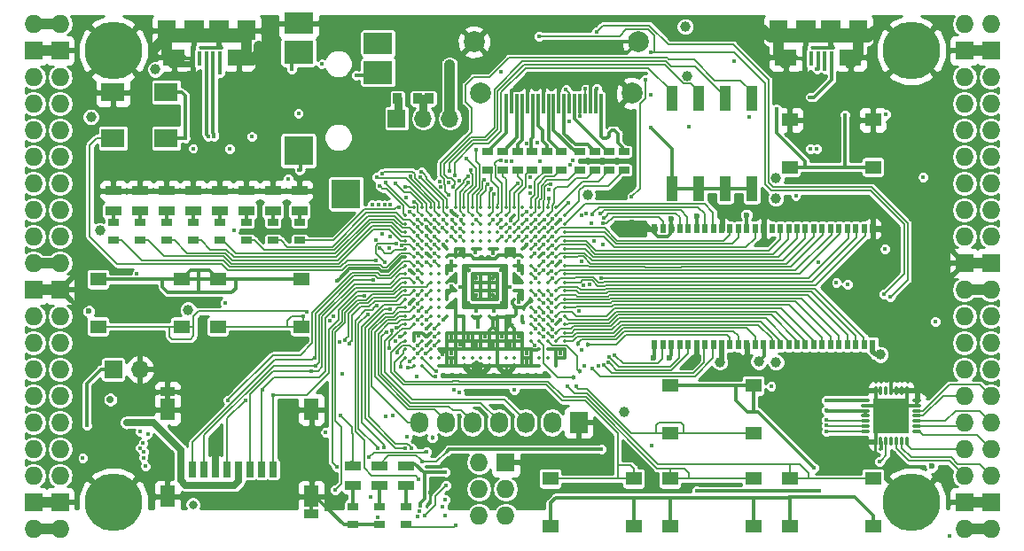
<source format=gtl>
G04 #@! TF.GenerationSoftware,KiCad,Pcbnew,5.0.0-rc2-dev-unknown+dfsg1+20180318-2*
G04 #@! TF.CreationDate,2018-06-04T00:15:21+02:00*
G04 #@! TF.ProjectId,ulx3s,756C7833732E6B696361645F70636200,rev?*
G04 #@! TF.SameCoordinates,Original*
G04 #@! TF.FileFunction,Copper,L1,Top,Signal*
G04 #@! TF.FilePolarity,Positive*
%FSLAX46Y46*%
G04 Gerber Fmt 4.6, Leading zero omitted, Abs format (unit mm)*
G04 Created by KiCad (PCBNEW 5.0.0-rc2-dev-unknown+dfsg1+20180318-2) date Mon Jun  4 00:15:21 2018*
%MOMM*%
%LPD*%
G01*
G04 APERTURE LIST*
%ADD10O,1.727200X1.727200*%
%ADD11R,1.727200X1.727200*%
%ADD12C,5.500000*%
%ADD13R,2.100000X1.600000*%
%ADD14R,1.900000X1.900000*%
%ADD15R,0.400000X1.350000*%
%ADD16R,1.800000X1.900000*%
%ADD17O,0.850000X0.300000*%
%ADD18O,0.300000X0.850000*%
%ADD19R,1.675000X1.675000*%
%ADD20R,1.727200X2.032000*%
%ADD21O,1.727200X2.032000*%
%ADD22R,1.550000X1.300000*%
%ADD23R,1.120000X2.440000*%
%ADD24C,0.350000*%
%ADD25R,2.800000X2.000000*%
%ADD26R,2.800000X2.200000*%
%ADD27R,2.800000X2.800000*%
%ADD28R,0.700000X1.500000*%
%ADD29R,1.450000X0.900000*%
%ADD30R,1.450000X2.000000*%
%ADD31R,2.200000X1.800000*%
%ADD32R,0.560000X0.900000*%
%ADD33R,1.000000X0.670000*%
%ADD34R,1.500000X0.970000*%
%ADD35R,0.300000X1.900000*%
%ADD36C,2.000000*%
%ADD37R,0.845000X1.000000*%
%ADD38R,1.700000X1.700000*%
%ADD39O,1.700000X1.700000*%
%ADD40C,0.400000*%
%ADD41C,1.000000*%
%ADD42C,0.700000*%
%ADD43C,0.454000*%
%ADD44C,0.600000*%
%ADD45C,0.800000*%
%ADD46C,1.000000*%
%ADD47C,0.700000*%
%ADD48C,0.300000*%
%ADD49C,0.500000*%
%ADD50C,0.600000*%
%ADD51C,0.190000*%
%ADD52C,0.800000*%
%ADD53C,0.200000*%
%ADD54C,0.127000*%
%ADD55C,0.180000*%
%ADD56C,0.254000*%
G04 APERTURE END LIST*
D10*
X97910000Y-62690000D03*
X95370000Y-62690000D03*
D11*
X97910000Y-65230000D03*
X95370000Y-65230000D03*
D10*
X97910000Y-67770000D03*
X95370000Y-67770000D03*
X97910000Y-70310000D03*
X95370000Y-70310000D03*
X97910000Y-72850000D03*
X95370000Y-72850000D03*
X97910000Y-75390000D03*
X95370000Y-75390000D03*
X97910000Y-77930000D03*
X95370000Y-77930000D03*
X97910000Y-80470000D03*
X95370000Y-80470000D03*
X97910000Y-83010000D03*
X95370000Y-83010000D03*
X97910000Y-85550000D03*
X95370000Y-85550000D03*
D11*
X97910000Y-88090000D03*
X95370000Y-88090000D03*
D10*
X97910000Y-90630000D03*
X95370000Y-90630000D03*
X97910000Y-93170000D03*
X95370000Y-93170000D03*
X97910000Y-95710000D03*
X95370000Y-95710000D03*
X97910000Y-98250000D03*
X95370000Y-98250000D03*
X97910000Y-100790000D03*
X95370000Y-100790000D03*
X97910000Y-103330000D03*
X95370000Y-103330000D03*
X97910000Y-105870000D03*
X95370000Y-105870000D03*
D11*
X97910000Y-108410000D03*
X95370000Y-108410000D03*
D10*
X97910000Y-110950000D03*
X95370000Y-110950000D03*
X184270000Y-110950000D03*
X186810000Y-110950000D03*
D11*
X184270000Y-108410000D03*
X186810000Y-108410000D03*
D10*
X184270000Y-105870000D03*
X186810000Y-105870000D03*
X184270000Y-103330000D03*
X186810000Y-103330000D03*
X184270000Y-100790000D03*
X186810000Y-100790000D03*
X184270000Y-98250000D03*
X186810000Y-98250000D03*
X184270000Y-95710000D03*
X186810000Y-95710000D03*
X184270000Y-93170000D03*
X186810000Y-93170000D03*
X184270000Y-90630000D03*
X186810000Y-90630000D03*
X184270000Y-88090000D03*
X186810000Y-88090000D03*
D11*
X184270000Y-85550000D03*
X186810000Y-85550000D03*
D10*
X184270000Y-83010000D03*
X186810000Y-83010000D03*
X184270000Y-80470000D03*
X186810000Y-80470000D03*
X184270000Y-77930000D03*
X186810000Y-77930000D03*
X184270000Y-75390000D03*
X186810000Y-75390000D03*
X184270000Y-72850000D03*
X186810000Y-72850000D03*
X184270000Y-70310000D03*
X186810000Y-70310000D03*
X184270000Y-67770000D03*
X186810000Y-67770000D03*
D11*
X184270000Y-65230000D03*
X186810000Y-65230000D03*
D10*
X184270000Y-62690000D03*
X186810000Y-62690000D03*
D12*
X102990000Y-108410000D03*
X179190000Y-108410000D03*
X179190000Y-65230000D03*
X102990000Y-65230000D03*
D13*
X114980000Y-65875000D03*
X108780000Y-65875000D03*
D14*
X113080000Y-63325000D03*
X110680000Y-63325000D03*
D15*
X113180000Y-66000000D03*
X112530000Y-66000000D03*
X111880000Y-66000000D03*
X111230000Y-66000000D03*
X110580000Y-66000000D03*
D16*
X115680000Y-63325000D03*
X108080000Y-63325000D03*
D13*
X173400000Y-65875000D03*
X167200000Y-65875000D03*
D14*
X171500000Y-63325000D03*
X169100000Y-63325000D03*
D15*
X171600000Y-66000000D03*
X170950000Y-66000000D03*
X170300000Y-66000000D03*
X169650000Y-66000000D03*
X169000000Y-66000000D03*
D16*
X174100000Y-63325000D03*
X166500000Y-63325000D03*
D11*
X140455000Y-104600000D03*
D10*
X137915000Y-104600000D03*
X140455000Y-107140000D03*
X137915000Y-107140000D03*
X140455000Y-109680000D03*
X137915000Y-109680000D03*
D17*
X179735000Y-101655000D03*
X179735000Y-101155000D03*
X179735000Y-100655000D03*
X179735000Y-100155000D03*
X179735000Y-99655000D03*
X179735000Y-99155000D03*
X179735000Y-98655000D03*
D18*
X178785000Y-97705000D03*
X178285000Y-97705000D03*
X177785000Y-97705000D03*
X177285000Y-97705000D03*
X176785000Y-97705000D03*
X176285000Y-97705000D03*
X175785000Y-97705000D03*
D17*
X174835000Y-98655000D03*
X174835000Y-99155000D03*
X174835000Y-99655000D03*
X174835000Y-100155000D03*
X174835000Y-100655000D03*
X174835000Y-101155000D03*
X174835000Y-101655000D03*
D18*
X175785000Y-102605000D03*
X176285000Y-102605000D03*
X176785000Y-102605000D03*
X177285000Y-102605000D03*
X177785000Y-102605000D03*
X178285000Y-102605000D03*
X178785000Y-102605000D03*
D19*
X176447500Y-99317500D03*
X176447500Y-100992500D03*
X178122500Y-99317500D03*
X178122500Y-100992500D03*
D20*
X147440000Y-100790000D03*
D21*
X144900000Y-100790000D03*
X142360000Y-100790000D03*
X139820000Y-100790000D03*
X137280000Y-100790000D03*
X134740000Y-100790000D03*
X132200000Y-100790000D03*
D22*
X175550000Y-71870000D03*
X175550000Y-76370000D03*
X167590000Y-76370000D03*
X167590000Y-71870000D03*
X101550000Y-91610000D03*
X101550000Y-87110000D03*
X109510000Y-87110000D03*
X109510000Y-91610000D03*
X112980000Y-91610000D03*
X112980000Y-87110000D03*
X120940000Y-87110000D03*
X120940000Y-91610000D03*
X156160000Y-101770000D03*
X156160000Y-97270000D03*
X164120000Y-97270000D03*
X164120000Y-101770000D03*
X164120000Y-106160000D03*
X164120000Y-110660000D03*
X156160000Y-110660000D03*
X156160000Y-106160000D03*
X152690000Y-106160000D03*
X152690000Y-110660000D03*
X144730000Y-110660000D03*
X144730000Y-106160000D03*
X175550000Y-106160000D03*
X175550000Y-110660000D03*
X167590000Y-110660000D03*
X167590000Y-106160000D03*
D23*
X156330000Y-78425000D03*
X163950000Y-69815000D03*
X158870000Y-78425000D03*
X161410000Y-69815000D03*
X161410000Y-78425000D03*
X158870000Y-69815000D03*
X163950000Y-78425000D03*
X156330000Y-69815000D03*
D24*
X131680000Y-80200000D03*
X132480000Y-80200000D03*
X133280000Y-80200000D03*
X134080000Y-80200000D03*
X134880000Y-80200000D03*
X135680000Y-80200000D03*
X136480000Y-80200000D03*
X137280000Y-80200000D03*
X138080000Y-80200000D03*
X138880000Y-80200000D03*
X139680000Y-80200000D03*
X140480000Y-80200000D03*
X141280000Y-80200000D03*
X142080000Y-80200000D03*
X142880000Y-80200000D03*
X143680000Y-80200000D03*
X144480000Y-80200000D03*
X145280000Y-80200000D03*
X130880000Y-81000000D03*
X131680000Y-81000000D03*
X132480000Y-81000000D03*
X133280000Y-81000000D03*
X134080000Y-81000000D03*
X134880000Y-81000000D03*
X135680000Y-81000000D03*
X136480000Y-81000000D03*
X137280000Y-81000000D03*
X138080000Y-81000000D03*
X138880000Y-81000000D03*
X139680000Y-81000000D03*
X140480000Y-81000000D03*
X141280000Y-81000000D03*
X142080000Y-81000000D03*
X142880000Y-81000000D03*
X143680000Y-81000000D03*
X144480000Y-81000000D03*
X145280000Y-81000000D03*
X146080000Y-81000000D03*
X130880000Y-81800000D03*
X131680000Y-81800000D03*
X132480000Y-81800000D03*
X133280000Y-81800000D03*
X134080000Y-81800000D03*
X134880000Y-81800000D03*
X135680000Y-81800000D03*
X136480000Y-81800000D03*
X137280000Y-81800000D03*
X138080000Y-81800000D03*
X138880000Y-81800000D03*
X139680000Y-81800000D03*
X140480000Y-81800000D03*
X141280000Y-81800000D03*
X142080000Y-81800000D03*
X142880000Y-81800000D03*
X143680000Y-81800000D03*
X144480000Y-81800000D03*
X145280000Y-81800000D03*
X146080000Y-81800000D03*
X130880000Y-82600000D03*
X131680000Y-82600000D03*
X132480000Y-82600000D03*
X133280000Y-82600000D03*
X134080000Y-82600000D03*
X134880000Y-82600000D03*
X135680000Y-82600000D03*
X136480000Y-82600000D03*
X137280000Y-82600000D03*
X138080000Y-82600000D03*
X138880000Y-82600000D03*
X139680000Y-82600000D03*
X140480000Y-82600000D03*
X141280000Y-82600000D03*
X142080000Y-82600000D03*
X142880000Y-82600000D03*
X143680000Y-82600000D03*
X144480000Y-82600000D03*
X145280000Y-82600000D03*
X146080000Y-82600000D03*
X130880000Y-83400000D03*
X131680000Y-83400000D03*
X132480000Y-83400000D03*
X133280000Y-83400000D03*
X134080000Y-83400000D03*
X134880000Y-83400000D03*
X135680000Y-83400000D03*
X136480000Y-83400000D03*
X137280000Y-83400000D03*
X138080000Y-83400000D03*
X138880000Y-83400000D03*
X139680000Y-83400000D03*
X140480000Y-83400000D03*
X141280000Y-83400000D03*
X142080000Y-83400000D03*
X142880000Y-83400000D03*
X143680000Y-83400000D03*
X144480000Y-83400000D03*
X145280000Y-83400000D03*
X146080000Y-83400000D03*
X130880000Y-84200000D03*
X131680000Y-84200000D03*
X132480000Y-84200000D03*
X133280000Y-84200000D03*
X134080000Y-84200000D03*
X134880000Y-84200000D03*
X135680000Y-84200000D03*
X136480000Y-84200000D03*
X137280000Y-84200000D03*
X138080000Y-84200000D03*
X138880000Y-84200000D03*
X139680000Y-84200000D03*
X140480000Y-84200000D03*
X141280000Y-84200000D03*
X142080000Y-84200000D03*
X142880000Y-84200000D03*
X143680000Y-84200000D03*
X144480000Y-84200000D03*
X145280000Y-84200000D03*
X146080000Y-84200000D03*
X130880000Y-85000000D03*
X131680000Y-85000000D03*
X132480000Y-85000000D03*
X133280000Y-85000000D03*
X134080000Y-85000000D03*
X134880000Y-85000000D03*
X135680000Y-85000000D03*
X136480000Y-85000000D03*
X137280000Y-85000000D03*
X138080000Y-85000000D03*
X138880000Y-85000000D03*
X139680000Y-85000000D03*
X140480000Y-85000000D03*
X141280000Y-85000000D03*
X142080000Y-85000000D03*
X142880000Y-85000000D03*
X143680000Y-85000000D03*
X144480000Y-85000000D03*
X145280000Y-85000000D03*
X146080000Y-85000000D03*
X130880000Y-85800000D03*
X131680000Y-85800000D03*
X132480000Y-85800000D03*
X133280000Y-85800000D03*
X134080000Y-85800000D03*
X134880000Y-85800000D03*
X135680000Y-85800000D03*
X136480000Y-85800000D03*
X137280000Y-85800000D03*
X138080000Y-85800000D03*
X138880000Y-85800000D03*
X139680000Y-85800000D03*
X140480000Y-85800000D03*
X141280000Y-85800000D03*
X142080000Y-85800000D03*
X142880000Y-85800000D03*
X143680000Y-85800000D03*
X144480000Y-85800000D03*
X145280000Y-85800000D03*
X146080000Y-85800000D03*
X130880000Y-86600000D03*
X131680000Y-86600000D03*
X132480000Y-86600000D03*
X133280000Y-86600000D03*
X134080000Y-86600000D03*
X134880000Y-86600000D03*
X135680000Y-86600000D03*
X136480000Y-86600000D03*
X137280000Y-86600000D03*
X138080000Y-86600000D03*
X138880000Y-86600000D03*
X139680000Y-86600000D03*
X140480000Y-86600000D03*
X141280000Y-86600000D03*
X142080000Y-86600000D03*
X142880000Y-86600000D03*
X143680000Y-86600000D03*
X144480000Y-86600000D03*
X145280000Y-86600000D03*
X146080000Y-86600000D03*
X130880000Y-87400000D03*
X131680000Y-87400000D03*
X132480000Y-87400000D03*
X133280000Y-87400000D03*
X134080000Y-87400000D03*
X134880000Y-87400000D03*
X135680000Y-87400000D03*
X136480000Y-87400000D03*
X137280000Y-87400000D03*
X138080000Y-87400000D03*
X138880000Y-87400000D03*
X139680000Y-87400000D03*
X140480000Y-87400000D03*
X141280000Y-87400000D03*
X142080000Y-87400000D03*
X142880000Y-87400000D03*
X143680000Y-87400000D03*
X144480000Y-87400000D03*
X145280000Y-87400000D03*
X146080000Y-87400000D03*
X130880000Y-88200000D03*
X131680000Y-88200000D03*
X132480000Y-88200000D03*
X133280000Y-88200000D03*
X134080000Y-88200000D03*
X134880000Y-88200000D03*
X135680000Y-88200000D03*
X136480000Y-88200000D03*
X137280000Y-88200000D03*
X138080000Y-88200000D03*
X138880000Y-88200000D03*
X139680000Y-88200000D03*
X140480000Y-88200000D03*
X141280000Y-88200000D03*
X142080000Y-88200000D03*
X142880000Y-88200000D03*
X143680000Y-88200000D03*
X144480000Y-88200000D03*
X145280000Y-88200000D03*
X146080000Y-88200000D03*
X130880000Y-89000000D03*
X131680000Y-89000000D03*
X132480000Y-89000000D03*
X133280000Y-89000000D03*
X134080000Y-89000000D03*
X134880000Y-89000000D03*
X135680000Y-89000000D03*
X136480000Y-89000000D03*
X137280000Y-89000000D03*
X138080000Y-89000000D03*
X138880000Y-89000000D03*
X139680000Y-89000000D03*
X140480000Y-89000000D03*
X141280000Y-89000000D03*
X142080000Y-89000000D03*
X142880000Y-89000000D03*
X143680000Y-89000000D03*
X144480000Y-89000000D03*
X145280000Y-89000000D03*
X146080000Y-89000000D03*
X130880000Y-89800000D03*
X131680000Y-89800000D03*
X132480000Y-89800000D03*
X133280000Y-89800000D03*
X134080000Y-89800000D03*
X134880000Y-89800000D03*
X135680000Y-89800000D03*
X136480000Y-89800000D03*
X137280000Y-89800000D03*
X138080000Y-89800000D03*
X138880000Y-89800000D03*
X139680000Y-89800000D03*
X140480000Y-89800000D03*
X141280000Y-89800000D03*
X142080000Y-89800000D03*
X142880000Y-89800000D03*
X143680000Y-89800000D03*
X144480000Y-89800000D03*
X145280000Y-89800000D03*
X146080000Y-89800000D03*
X130880000Y-90600000D03*
X131680000Y-90600000D03*
X132480000Y-90600000D03*
X133280000Y-90600000D03*
X134080000Y-90600000D03*
X134880000Y-90600000D03*
X135680000Y-90600000D03*
X136480000Y-90600000D03*
X137280000Y-90600000D03*
X138080000Y-90600000D03*
X138880000Y-90600000D03*
X139680000Y-90600000D03*
X140480000Y-90600000D03*
X141280000Y-90600000D03*
X142080000Y-90600000D03*
X142880000Y-90600000D03*
X143680000Y-90600000D03*
X144480000Y-90600000D03*
X145280000Y-90600000D03*
X146080000Y-90600000D03*
X130880000Y-91400000D03*
X131680000Y-91400000D03*
X132480000Y-91400000D03*
X133280000Y-91400000D03*
X134080000Y-91400000D03*
X142880000Y-91400000D03*
X143680000Y-91400000D03*
X144480000Y-91400000D03*
X145280000Y-91400000D03*
X146080000Y-91400000D03*
X130880000Y-92200000D03*
X131680000Y-92200000D03*
X132480000Y-92200000D03*
X133280000Y-92200000D03*
X134080000Y-92200000D03*
X134880000Y-92200000D03*
X135680000Y-92200000D03*
X136480000Y-92200000D03*
X137280000Y-92200000D03*
X138080000Y-92200000D03*
X138880000Y-92200000D03*
X139680000Y-92200000D03*
X140480000Y-92200000D03*
X141280000Y-92200000D03*
X142080000Y-92200000D03*
X142880000Y-92200000D03*
X143680000Y-92200000D03*
X144480000Y-92200000D03*
X145280000Y-92200000D03*
X146080000Y-92200000D03*
X130880000Y-93000000D03*
X131680000Y-93000000D03*
X132480000Y-93000000D03*
X133280000Y-93000000D03*
X134080000Y-93000000D03*
X134880000Y-93000000D03*
X135680000Y-93000000D03*
X136480000Y-93000000D03*
X137280000Y-93000000D03*
X138080000Y-93000000D03*
X138880000Y-93000000D03*
X139680000Y-93000000D03*
X140480000Y-93000000D03*
X141280000Y-93000000D03*
X142080000Y-93000000D03*
X142880000Y-93000000D03*
X143680000Y-93000000D03*
X144480000Y-93000000D03*
X145280000Y-93000000D03*
X146080000Y-93000000D03*
X130880000Y-93800000D03*
X131680000Y-93800000D03*
X132480000Y-93800000D03*
X133280000Y-93800000D03*
X134080000Y-93800000D03*
X134880000Y-93800000D03*
X135680000Y-93800000D03*
X136480000Y-93800000D03*
X137280000Y-93800000D03*
X138080000Y-93800000D03*
X138880000Y-93800000D03*
X139680000Y-93800000D03*
X140480000Y-93800000D03*
X141280000Y-93800000D03*
X142080000Y-93800000D03*
X142880000Y-93800000D03*
X143680000Y-93800000D03*
X144480000Y-93800000D03*
X145280000Y-93800000D03*
X146080000Y-93800000D03*
X130880000Y-94600000D03*
X131680000Y-94600000D03*
X132480000Y-94600000D03*
X133280000Y-94600000D03*
X134080000Y-94600000D03*
X134880000Y-94600000D03*
X135680000Y-94600000D03*
X136480000Y-94600000D03*
X137280000Y-94600000D03*
X138080000Y-94600000D03*
X138880000Y-94600000D03*
X139680000Y-94600000D03*
X140480000Y-94600000D03*
X141280000Y-94600000D03*
X142080000Y-94600000D03*
X142880000Y-94600000D03*
X143680000Y-94600000D03*
X144480000Y-94600000D03*
X145280000Y-94600000D03*
X146080000Y-94600000D03*
X131680000Y-95400000D03*
X132480000Y-95400000D03*
X134080000Y-95400000D03*
X134880000Y-95400000D03*
X135680000Y-95400000D03*
X136480000Y-95400000D03*
X138880000Y-95400000D03*
X139680000Y-95400000D03*
X141280000Y-95400000D03*
X142080000Y-95400000D03*
X142880000Y-95400000D03*
X143680000Y-95400000D03*
X145280000Y-95400000D03*
D25*
X120668000Y-62618000D03*
D26*
X120668000Y-65418000D03*
D27*
X120668000Y-74818000D03*
X125218000Y-78918000D03*
D26*
X128268000Y-67318000D03*
D25*
X128268000Y-64518000D03*
D28*
X118250000Y-105250000D03*
X117150000Y-105250000D03*
X116050000Y-105250000D03*
X114950000Y-105250000D03*
X113850000Y-105250000D03*
X112750000Y-105250000D03*
X111650000Y-105250000D03*
X110550000Y-105250000D03*
D29*
X121925000Y-109550000D03*
X108175000Y-97850000D03*
D30*
X108175000Y-107850000D03*
X121925000Y-107850000D03*
X121925000Y-99550000D03*
X108175000Y-99550000D03*
D31*
X108040000Y-69220000D03*
X102960000Y-69220000D03*
X102960000Y-73620000D03*
X108040000Y-73620000D03*
D32*
X175493000Y-82270000D03*
X154693000Y-93330000D03*
X155493000Y-93330000D03*
X156293000Y-93330000D03*
X157093000Y-93330000D03*
X157893000Y-93330000D03*
X158693000Y-93330000D03*
X159493000Y-93330000D03*
X160293000Y-93330000D03*
X161093000Y-93330000D03*
X161893000Y-93330000D03*
X162693000Y-93330000D03*
X163493000Y-93330000D03*
X164293000Y-93330000D03*
X165093000Y-93330000D03*
X165893000Y-93330000D03*
X166693000Y-93330000D03*
X167493000Y-93330000D03*
X168293000Y-93330000D03*
X169093000Y-93330000D03*
X169893000Y-93330000D03*
X170693000Y-93330000D03*
X171493000Y-93330000D03*
X172293000Y-93330000D03*
X173093000Y-93330000D03*
X173893000Y-93330000D03*
X174693000Y-93330000D03*
X175493000Y-93330000D03*
X174693000Y-82270000D03*
X173893000Y-82270000D03*
X173093000Y-82270000D03*
X172293000Y-82270000D03*
X171493000Y-82270000D03*
X170693000Y-82270000D03*
X169893000Y-82270000D03*
X169093000Y-82270000D03*
X168293000Y-82270000D03*
X167493000Y-82270000D03*
X166693000Y-82270000D03*
X165893000Y-82270000D03*
X165093000Y-82270000D03*
X164293000Y-82270000D03*
X163493000Y-82270000D03*
X162693000Y-82270000D03*
X161893000Y-82270000D03*
X161093000Y-82270000D03*
X160293000Y-82270000D03*
X159493000Y-82270000D03*
X158693000Y-82270000D03*
X157893000Y-82270000D03*
X157093000Y-82270000D03*
X156293000Y-82270000D03*
X155493000Y-82270000D03*
X154693000Y-82270000D03*
D33*
X150361000Y-76646000D03*
X150361000Y-74896000D03*
X151758000Y-74896000D03*
X151758000Y-76646000D03*
X140201000Y-74896000D03*
X140201000Y-76646000D03*
X142995000Y-76646000D03*
X142995000Y-74896000D03*
X145789000Y-76646000D03*
X145789000Y-74896000D03*
X148964000Y-74896000D03*
X148964000Y-76646000D03*
X138742800Y-76638600D03*
X138742800Y-74888600D03*
X141598000Y-74896000D03*
X141598000Y-76646000D03*
X144392000Y-74896000D03*
X144392000Y-76646000D03*
X147567000Y-76634000D03*
X147567000Y-74884000D03*
D34*
X130930000Y-106825000D03*
X130930000Y-104915000D03*
X120770000Y-78644000D03*
X120770000Y-80554000D03*
X118230000Y-80554000D03*
X118230000Y-78644000D03*
X115690000Y-78644000D03*
X115690000Y-80554000D03*
X113150000Y-78644000D03*
X113150000Y-80554000D03*
X110610000Y-80554000D03*
X110610000Y-78644000D03*
X108070000Y-80554000D03*
X108070000Y-78644000D03*
X105545000Y-78644000D03*
X105545000Y-80554000D03*
X102990000Y-80554000D03*
X102990000Y-78644000D03*
X128390000Y-106825000D03*
X128390000Y-104915000D03*
X125850000Y-104915000D03*
X125850000Y-106825000D03*
D35*
X149546000Y-70312000D03*
X149046000Y-70312000D03*
X148546000Y-70312000D03*
X148046000Y-70312000D03*
X147546000Y-70312000D03*
X147046000Y-70312000D03*
X146546000Y-70312000D03*
X146046000Y-70312000D03*
X145546000Y-70312000D03*
X145046000Y-70312000D03*
X144546000Y-70312000D03*
X144046000Y-70312000D03*
X143546000Y-70312000D03*
X143046000Y-70312000D03*
X142546000Y-70312000D03*
X142046000Y-70312000D03*
X141546000Y-70312000D03*
X141046000Y-70312000D03*
X140546000Y-70312000D03*
D36*
X152546000Y-69312000D03*
X138046000Y-69312000D03*
X153146000Y-64412000D03*
X137446000Y-64412000D03*
D33*
X120770000Y-83377000D03*
X120770000Y-81627000D03*
X118230000Y-81627000D03*
X118230000Y-83377000D03*
X115690000Y-83377000D03*
X115690000Y-81627000D03*
X113150000Y-81627000D03*
X113150000Y-83377000D03*
X110610000Y-81627000D03*
X110610000Y-83377000D03*
X108070000Y-83377000D03*
X108070000Y-81627000D03*
X105530000Y-81627000D03*
X105530000Y-83377000D03*
X102990000Y-83377000D03*
X102990000Y-81627000D03*
X128390000Y-110555000D03*
X128390000Y-108805000D03*
X130930000Y-110555000D03*
X130930000Y-108805000D03*
X125850000Y-108805000D03*
X125850000Y-110555000D03*
D37*
X130123501Y-69814500D03*
X132048501Y-69814500D03*
X135082500Y-69814500D03*
X133157500Y-69814500D03*
D38*
X102990000Y-95710000D03*
D39*
X105530000Y-95710000D03*
D38*
X130056000Y-71725000D03*
D39*
X132596000Y-71725000D03*
X135136000Y-71725000D03*
D40*
X124632693Y-93120351D03*
D41*
X175649000Y-63343000D03*
D42*
X112784000Y-102840000D03*
D40*
X141742847Y-69038361D03*
X152408000Y-72169500D03*
X138480000Y-92600000D03*
X140080000Y-92600000D03*
X135280000Y-87000000D03*
X145687392Y-90996646D03*
D43*
X141675979Y-86986521D03*
D40*
X140876932Y-84552536D03*
X132882184Y-84635369D03*
X132879996Y-82103336D03*
X140922639Y-81447441D03*
X177287984Y-96778661D03*
D44*
X152510125Y-81695229D03*
D40*
X131264297Y-86227110D03*
X173856000Y-71538990D03*
D41*
X164947008Y-63194069D03*
D40*
X135342764Y-89381630D03*
X144103496Y-84660400D03*
D41*
X177658444Y-82281349D03*
D40*
X145680000Y-81405125D03*
X145691238Y-94166752D03*
D41*
X162956098Y-95078488D03*
X158539988Y-94868772D03*
D44*
X161075765Y-80992022D03*
X164882869Y-80938986D03*
X156262773Y-81349374D03*
D40*
X149169500Y-68867500D03*
D44*
X123437000Y-108972000D03*
D40*
X135281276Y-80583119D03*
X131279502Y-89407325D03*
X170309539Y-85441529D03*
X145672808Y-85396062D03*
X133216000Y-107465000D03*
X137680000Y-88600000D03*
X142480000Y-95000000D03*
X141680000Y-92600000D03*
X135284627Y-94985297D03*
X135288625Y-94225619D03*
X134455822Y-94267172D03*
X136095958Y-93369652D03*
D43*
X139264636Y-91615205D03*
D41*
X116880503Y-64802940D03*
X106974809Y-64953974D03*
D40*
X140874194Y-91433353D03*
X142480000Y-94200000D03*
X140880000Y-93400000D03*
X139280000Y-93400000D03*
X137680000Y-93400000D03*
X136880000Y-92600000D03*
X135280000Y-92600000D03*
X132880000Y-91800000D03*
X132880000Y-93400000D03*
D43*
X139280000Y-87000000D03*
X137680000Y-87000000D03*
X136080000Y-84600000D03*
X139280000Y-88600000D03*
D41*
X166275426Y-77459534D03*
X107021491Y-67043629D03*
D40*
X172047074Y-87438453D03*
D41*
X166255545Y-79350736D03*
X157807568Y-67669269D03*
X101707889Y-82423180D03*
X166284693Y-95025145D03*
X157600000Y-62944000D03*
D40*
X119692151Y-77494120D03*
X135263000Y-87727000D03*
X141740000Y-89250994D03*
D44*
X156091000Y-94585000D03*
D40*
X140032430Y-67286930D03*
X137803000Y-91664000D03*
D44*
X181155918Y-104980708D03*
D40*
X171089123Y-98665996D03*
X171089123Y-99619659D03*
D41*
X135105588Y-66616618D03*
D40*
X181491000Y-91156000D03*
X113660608Y-89375718D03*
D41*
X148268387Y-79050018D03*
D40*
X114513935Y-82409431D03*
X109840000Y-73620000D03*
X132110753Y-92527478D03*
X165803369Y-97344883D03*
D41*
X160905403Y-95006436D03*
D44*
X158731133Y-81048929D03*
X154593901Y-94607945D03*
D41*
X164625730Y-94982471D03*
D44*
X163462982Y-80942429D03*
D41*
X176254940Y-94288458D03*
D45*
X110593913Y-108636458D03*
D40*
X180340784Y-77316932D03*
X173137949Y-87594275D03*
D42*
X102710050Y-98594954D03*
D40*
X129005202Y-100174798D03*
X176305593Y-103279812D03*
X100080000Y-104200000D03*
X139272517Y-84611349D03*
X141680000Y-86200000D03*
X132880000Y-92600000D03*
X141680000Y-85400000D03*
X121494155Y-90235621D03*
X130019546Y-91732979D03*
X121166000Y-90648000D03*
X130384540Y-92584728D03*
X146394787Y-97333919D03*
X143300000Y-86220000D03*
X144891603Y-91881937D03*
X147175985Y-97333919D03*
X147700000Y-93820000D03*
X142107219Y-91201016D03*
D41*
X110128890Y-90028152D03*
D40*
X142480000Y-83800000D03*
X134480000Y-83800000D03*
X134480000Y-91000000D03*
X154313000Y-69502500D03*
X120664983Y-71227362D03*
X122926177Y-66532317D03*
X105245010Y-86595559D03*
X128216338Y-109813327D03*
X121928000Y-95855000D03*
X115593957Y-98664957D03*
X113927000Y-98649000D03*
X122309000Y-95347000D03*
X122203636Y-94585375D03*
X117229000Y-97633008D03*
X118245000Y-98141000D03*
X162441000Y-97270000D03*
X169553000Y-74646000D03*
X170188000Y-74646000D03*
X170188000Y-67026000D03*
X170950000Y-67026000D03*
X157996000Y-72487000D03*
X169517039Y-69686488D03*
X170411010Y-107286196D03*
X158716651Y-107325176D03*
X136050273Y-97914229D03*
X132708000Y-109680000D03*
X134750646Y-106810513D03*
X133680000Y-91800000D03*
X135517000Y-97633000D03*
X134675868Y-108131585D03*
D43*
X133449289Y-102232615D03*
D40*
X133680000Y-92600000D03*
X132928488Y-103601340D03*
X127419091Y-104077728D03*
X133685482Y-93402296D03*
X134463998Y-108841973D03*
X131986331Y-96404793D03*
X131039072Y-102187000D03*
X134636872Y-109719950D03*
X132846234Y-94197073D03*
X176700000Y-84220000D03*
X143260000Y-84620000D03*
X120739932Y-76694083D03*
X126204504Y-67585368D03*
X148090000Y-68867500D03*
X147582000Y-71534498D03*
X127810351Y-87182069D03*
X132083026Y-86260405D03*
X124849021Y-96102869D03*
X113157250Y-67343629D03*
X116198000Y-73474420D03*
X127586603Y-107875044D03*
X146233418Y-68946082D03*
X131453853Y-103208291D03*
X149787294Y-81774991D03*
X144080000Y-86200000D03*
X149553145Y-86989440D03*
X144894316Y-86977564D03*
X144896700Y-83863953D03*
X149527221Y-80838006D03*
D43*
X147343891Y-93217126D03*
D40*
X144113248Y-92588762D03*
X149853189Y-81252115D03*
X144875155Y-86292748D03*
X144916886Y-83019942D03*
X148696112Y-80861847D03*
D43*
X148349010Y-93322307D03*
D40*
X144882352Y-92577990D03*
X144902941Y-91037926D03*
X148747982Y-95669626D03*
X144867244Y-90193915D03*
X149795895Y-95251084D03*
X144856756Y-89349904D03*
X150278898Y-95040253D03*
X150345974Y-94517527D03*
X144877648Y-88622010D03*
X150889207Y-94332565D03*
X143280000Y-87000000D03*
X129972715Y-93035096D03*
X131084713Y-95564177D03*
X130422000Y-95456000D03*
X131316164Y-94959140D03*
X130123373Y-94122671D03*
X132031990Y-93400000D03*
X129362027Y-93645784D03*
X141280657Y-97642010D03*
X133852393Y-95875797D03*
X133762848Y-96395146D03*
X132080000Y-94200000D03*
X128452683Y-84116867D03*
X105890482Y-103613569D03*
X129449238Y-89937935D03*
X130839477Y-103208987D03*
X132075624Y-89410644D03*
X128806823Y-103185900D03*
X128136791Y-89611518D03*
X132162861Y-106185868D03*
X132880000Y-88600000D03*
X126970181Y-88659309D03*
X124322162Y-105002357D03*
X132080000Y-87000000D03*
X125525099Y-93236764D03*
X124202418Y-107207639D03*
X110599084Y-74589383D03*
X132024412Y-109766775D03*
X114104080Y-74612196D03*
X132219727Y-109277292D03*
X131677570Y-79697994D03*
X132088008Y-81408008D03*
X132079995Y-82103334D03*
X132872609Y-82947347D03*
X133664491Y-81414685D03*
X133648389Y-82190597D03*
X131353451Y-77264702D03*
X129920953Y-77910818D03*
X129568570Y-92005655D03*
X132880000Y-91000000D03*
X129055731Y-92162718D03*
X132077338Y-91002010D03*
X131265176Y-80621782D03*
X130272149Y-80238214D03*
X128091794Y-85277024D03*
X132089786Y-85479378D03*
X146565997Y-71979003D03*
X134250176Y-78253806D03*
X163703220Y-71542164D03*
X134433979Y-82180155D03*
X135656559Y-110610712D03*
X149577281Y-103320847D03*
X132468001Y-104503413D03*
D42*
X104260000Y-100790000D03*
D40*
X111895217Y-86253790D03*
X169934000Y-107920000D03*
X169934000Y-105126000D03*
X142571021Y-82204353D03*
X143287402Y-83042010D03*
X154425580Y-102987766D03*
X168166438Y-79108038D03*
X112614274Y-73474420D03*
X112074854Y-73474420D03*
X176185734Y-104520755D03*
X143269694Y-93414905D03*
X171089123Y-101653244D03*
X143280000Y-91800000D03*
X171089123Y-101086833D03*
X144064831Y-91877646D03*
X171089123Y-100559822D03*
X144080000Y-90956495D03*
X135315381Y-82193851D03*
X135414395Y-78229653D03*
X135129679Y-76730134D03*
X136124555Y-82260038D03*
X135587699Y-77140701D03*
X136080000Y-83000000D03*
X142785835Y-77341923D03*
X142460000Y-83020000D03*
X143280000Y-83800000D03*
X125110333Y-92897638D03*
X182888000Y-111603000D03*
X124361185Y-87274371D03*
X124361184Y-87274370D03*
X172853718Y-71407275D03*
X166353476Y-70835462D03*
X123273881Y-101715917D03*
X129660000Y-100155000D03*
X128247798Y-103208979D03*
X127301115Y-90454353D03*
X132084049Y-88558274D03*
X120008000Y-67008000D03*
X129437600Y-79946788D03*
X133680000Y-83000000D03*
X128908575Y-79985477D03*
X133680000Y-83800000D03*
X128328791Y-79953099D03*
X130487935Y-83869856D03*
X133623139Y-85366416D03*
X127749884Y-79991140D03*
X128913013Y-85505853D03*
X129992018Y-83691508D03*
X136080000Y-87800000D03*
X137624890Y-90122896D03*
X139322319Y-90164039D03*
X140080000Y-89400000D03*
X136880000Y-89400000D03*
X140896226Y-87816226D03*
D43*
X136938110Y-86196311D03*
D40*
X140014602Y-86192969D03*
D41*
X151758000Y-99774000D03*
D40*
X135021320Y-79024950D03*
X135280000Y-83022010D03*
X154298000Y-72596000D03*
X100450000Y-101044000D03*
X132285867Y-108754446D03*
X134707351Y-105508447D03*
X139280000Y-81400000D03*
X139314656Y-78918689D03*
X139039938Y-78419090D03*
X138722927Y-77981589D03*
X138405916Y-77551542D03*
X137625200Y-74696800D03*
X137680000Y-81400000D03*
X136742593Y-75579407D03*
X137174375Y-76624866D03*
X136863200Y-77287600D03*
X136894606Y-77861070D03*
X136048819Y-77645502D03*
X136233339Y-81437235D03*
X135359567Y-81395445D03*
X135034780Y-77831198D03*
X134508502Y-81406751D03*
X134177298Y-77721089D03*
D43*
X146942280Y-96452058D03*
X147534467Y-95913260D03*
D40*
X147928857Y-95339016D03*
X143322010Y-91000657D03*
X149284391Y-95377990D03*
X144077013Y-90266968D03*
X147430953Y-90112484D03*
X144076240Y-89395301D03*
X143322010Y-90201951D03*
X147910791Y-87683418D03*
X144082832Y-88584510D03*
X148483539Y-87623462D03*
X143322010Y-88595030D03*
X144102010Y-85397219D03*
X144889349Y-85448737D03*
X147687390Y-85374093D03*
X144912409Y-84657964D03*
X149732494Y-83807694D03*
X148921512Y-83442010D03*
X144103186Y-83777990D03*
X144131413Y-83000000D03*
X148610661Y-81705858D03*
X144888125Y-82175931D03*
X144176662Y-82199998D03*
X148175253Y-80781550D03*
X144887777Y-81331919D03*
X147688311Y-80983115D03*
X142450323Y-81420000D03*
X142811300Y-78846033D03*
X142784407Y-78283067D03*
X142460000Y-80620000D03*
X144138346Y-81383767D03*
X144606344Y-78517346D03*
X144791531Y-78023942D03*
X146587441Y-76174058D03*
X143332651Y-82197990D03*
X146909804Y-75707894D03*
X143294334Y-81377293D03*
X143708879Y-75817300D03*
X141727010Y-82998875D03*
X141727010Y-82194937D03*
X140028978Y-82200000D03*
X141624813Y-77914503D03*
X142436989Y-74138000D03*
X140861329Y-83041266D03*
X143518000Y-74074500D03*
X140872990Y-82177164D03*
X132309031Y-77342560D03*
X132428734Y-76829323D03*
X128644933Y-77015661D03*
X128152012Y-77332672D03*
X128446805Y-78179514D03*
X128961752Y-77878818D03*
X130878594Y-78253288D03*
X132820479Y-81400981D03*
X130952639Y-79249008D03*
X129458086Y-83004065D03*
X132079024Y-82947345D03*
X105572759Y-101661319D03*
X132881746Y-83791358D03*
X128691780Y-82737217D03*
X106276126Y-101893466D03*
X105840996Y-102767214D03*
X129302562Y-84153497D03*
X132083682Y-83791356D03*
X128062071Y-83328884D03*
X105553144Y-103208669D03*
X132092886Y-84635367D03*
X105847765Y-104138847D03*
X133671942Y-84595200D03*
X132896883Y-85469380D03*
X106088753Y-104974041D03*
X123709657Y-91064721D03*
X124707442Y-100126977D03*
X132900000Y-90180000D03*
X124015020Y-90635192D03*
X132100000Y-90157990D03*
X139992737Y-75748003D03*
X162271466Y-66284958D03*
X140028978Y-81400000D03*
X140517734Y-75793988D03*
X176797084Y-71341791D03*
X154313000Y-65375000D03*
X153805000Y-67996270D03*
X176605426Y-88507160D03*
X152497066Y-79193467D03*
X146481406Y-79819384D03*
X143650666Y-63862520D03*
X177211069Y-88764025D03*
X141042112Y-75846610D03*
X140060000Y-83020000D03*
X149134122Y-63424051D03*
X144606344Y-79361357D03*
D41*
X100855891Y-71574861D03*
D40*
X135280000Y-85400000D03*
D44*
X100652119Y-90162239D03*
D40*
X137550785Y-84577294D03*
X135280000Y-86200000D03*
D46*
X175149001Y-63842999D02*
X175649000Y-63343000D01*
X174100000Y-63960000D02*
X175032000Y-63960000D01*
X175032000Y-63960000D02*
X175149001Y-63842999D01*
D47*
X112750000Y-102874000D02*
X112784000Y-102840000D01*
X112750000Y-105250000D02*
X112750000Y-102874000D01*
D48*
X153146000Y-64412000D02*
X152146001Y-65411999D01*
X152146001Y-65411999D02*
X151809999Y-65411999D01*
X153146000Y-64412000D02*
X151466000Y-64412000D01*
X151466000Y-64412000D02*
X151392000Y-64486000D01*
X125850000Y-110555000D02*
X125020000Y-110555000D01*
X125020000Y-110555000D02*
X123437000Y-108972000D01*
X128390000Y-110555000D02*
X125850000Y-110555000D01*
X118230000Y-78644000D02*
X120770000Y-78644000D01*
X115690000Y-78644000D02*
X118230000Y-78644000D01*
X113150000Y-78644000D02*
X115690000Y-78644000D01*
X110610000Y-78644000D02*
X113150000Y-78644000D01*
X108070000Y-78644000D02*
X110610000Y-78644000D01*
X105545000Y-78644000D02*
X108070000Y-78644000D01*
X102990000Y-78644000D02*
X105545000Y-78644000D01*
X141046000Y-69062000D02*
X141069639Y-69038361D01*
X141069639Y-69038361D02*
X141460005Y-69038361D01*
X141460005Y-69038361D02*
X141742847Y-69038361D01*
X141046000Y-70312000D02*
X141046000Y-69062000D01*
X141105001Y-89174999D02*
X141280000Y-89000000D01*
X141105001Y-89425001D02*
X141105001Y-89174999D01*
X142080000Y-89800000D02*
X142211038Y-89800000D01*
X142705001Y-89306037D02*
X142705001Y-89174999D01*
X142705001Y-89174999D02*
X142880000Y-89000000D01*
X141480000Y-89800000D02*
X141105001Y-89425001D01*
X142211038Y-89800000D02*
X142705001Y-89306037D01*
X152546000Y-69312000D02*
X151546001Y-68312001D01*
X151546001Y-68312001D02*
X148835999Y-68312001D01*
X148835999Y-68312001D02*
X148598000Y-68550000D01*
X148454999Y-68312001D02*
X148407500Y-68359500D01*
X146058000Y-68359500D02*
X148407500Y-68359500D01*
X148407500Y-68359500D02*
X148598000Y-68550000D01*
X148598000Y-68550000D02*
X148598000Y-69010000D01*
X145546000Y-68871500D02*
X146058000Y-68359500D01*
X145546000Y-69062000D02*
X145546000Y-68871500D01*
X148546000Y-70312000D02*
X148546000Y-69062000D01*
X148546000Y-69062000D02*
X148598000Y-69010000D01*
X144046000Y-70312000D02*
X144046000Y-68951000D01*
X145546000Y-70312000D02*
X145546000Y-69062000D01*
X145546000Y-69062000D02*
X145550000Y-69058000D01*
X142565500Y-69375500D02*
X142565500Y-69058000D01*
X142546000Y-70312000D02*
X142546000Y-69395000D01*
X142546000Y-69395000D02*
X142565500Y-69375500D01*
X138480000Y-92200000D02*
X138880000Y-92200000D01*
X138080000Y-92200000D02*
X138480000Y-92200000D01*
X138480000Y-92200000D02*
X138480000Y-92600000D01*
X140080000Y-92200000D02*
X140480000Y-92200000D01*
X139680000Y-92200000D02*
X140080000Y-92200000D01*
X140080000Y-92200000D02*
X140080000Y-92600000D01*
X139680000Y-95400000D02*
X141280000Y-95400000D01*
X136480000Y-95400000D02*
X138880000Y-95400000D01*
X140480000Y-92200000D02*
X140480000Y-91827547D01*
X140480000Y-91827547D02*
X140874194Y-91433353D01*
X141280000Y-92200000D02*
X141280000Y-91839159D01*
X141280000Y-91839159D02*
X140874194Y-91433353D01*
X139680000Y-92200000D02*
X139680000Y-92030569D01*
X139680000Y-92030569D02*
X139264636Y-91615205D01*
X138880000Y-92200000D02*
X138880000Y-91999841D01*
X138880000Y-91999841D02*
X139264636Y-91615205D01*
X139680000Y-90600000D02*
X139680000Y-92200000D01*
X135680000Y-90600000D02*
X135680000Y-92200000D01*
X135342764Y-89381630D02*
X135342764Y-89462764D01*
X135342764Y-89462764D02*
X135680000Y-89800000D01*
X135342764Y-89381630D02*
X135342764Y-89337236D01*
X135342764Y-89337236D02*
X135680000Y-89000000D01*
X135342764Y-89381630D02*
X135298370Y-89381630D01*
X135298370Y-89381630D02*
X134880000Y-89800000D01*
X135680000Y-89800000D02*
X135280000Y-89800000D01*
X135280000Y-89800000D02*
X134880000Y-89800000D01*
X135280000Y-89727236D02*
X135280000Y-89800000D01*
X135342764Y-89381630D02*
X135342764Y-89664472D01*
X135342764Y-89664472D02*
X135280000Y-89727236D01*
X135280000Y-87000000D02*
X135680000Y-86600000D01*
X135280000Y-87000000D02*
X134880000Y-87400000D01*
X135680000Y-87000000D02*
X135680000Y-87400000D01*
X135680000Y-86600000D02*
X135680000Y-87000000D01*
X135680000Y-87000000D02*
X135280000Y-87000000D01*
X139680000Y-90600000D02*
X139830784Y-90750784D01*
X139830784Y-90750784D02*
X140329216Y-90750784D01*
X140329216Y-90750784D02*
X140480000Y-90600000D01*
X145683354Y-90996646D02*
X145687392Y-90996646D01*
X145280000Y-91400000D02*
X145683354Y-90996646D01*
X141675979Y-86986521D02*
X141675979Y-87004021D01*
X141675979Y-87004021D02*
X141280000Y-87400000D01*
X141675979Y-86986521D02*
X141675979Y-86995979D01*
X141675979Y-86995979D02*
X142080000Y-87400000D01*
X141666521Y-86986521D02*
X141675979Y-86986521D01*
X141280000Y-86600000D02*
X141666521Y-86986521D01*
X140927464Y-84552536D02*
X140876932Y-84552536D01*
X141280000Y-84200000D02*
X140927464Y-84552536D01*
X133280000Y-85000000D02*
X132915369Y-84635369D01*
X132915369Y-84635369D02*
X132882184Y-84635369D01*
X133280000Y-82600000D02*
X132879996Y-82199996D01*
X132879996Y-82199996D02*
X132879996Y-82103336D01*
X141280000Y-81000000D02*
X140922639Y-81357361D01*
X140922639Y-81357361D02*
X140922639Y-81447441D01*
X177285000Y-96781645D02*
X177287984Y-96778661D01*
X177285000Y-97705000D02*
X177285000Y-96781645D01*
D49*
X184230000Y-85550000D02*
X182920003Y-84240003D01*
X182920003Y-84240003D02*
X182920003Y-84225534D01*
D48*
X184270000Y-85550000D02*
X184230000Y-85550000D01*
D49*
X184270000Y-85610000D02*
X182952738Y-86927262D01*
X182952738Y-86927262D02*
X182916738Y-86927262D01*
D48*
X184270000Y-85550000D02*
X184270000Y-85610000D01*
D49*
X97910000Y-88090000D02*
X99203955Y-86796045D01*
X99203955Y-86796045D02*
X99203955Y-86791266D01*
D48*
X155962030Y-83029572D02*
X155023970Y-83029572D01*
X155023970Y-83029572D02*
X153689627Y-81695229D01*
X156205000Y-82786602D02*
X155962030Y-83029572D01*
X153689627Y-81695229D02*
X152934389Y-81695229D01*
X152934389Y-81695229D02*
X152510125Y-81695229D01*
X156205000Y-81920000D02*
X156205000Y-82786602D01*
X135505001Y-87225001D02*
X135680000Y-87400000D01*
X135054999Y-87225001D02*
X135505001Y-87225001D01*
X134880000Y-87400000D02*
X135054999Y-87225001D01*
X131307110Y-86227110D02*
X131264297Y-86227110D01*
X131680000Y-86600000D02*
X131307110Y-86227110D01*
X174055999Y-71738989D02*
X173856000Y-71538990D01*
X174187010Y-71870000D02*
X174055999Y-71738989D01*
X175550000Y-71870000D02*
X174187010Y-71870000D01*
D46*
X165447007Y-63694068D02*
X164947008Y-63194069D01*
X165712939Y-63960000D02*
X165447007Y-63694068D01*
X166500000Y-63960000D02*
X165712939Y-63960000D01*
D48*
X135661630Y-89381630D02*
X135625606Y-89381630D01*
X135625606Y-89381630D02*
X135342764Y-89381630D01*
X135680000Y-89400000D02*
X135661630Y-89381630D01*
X139505001Y-90774999D02*
X139680000Y-90600000D01*
X139054999Y-90774999D02*
X139505001Y-90774999D01*
X138880000Y-90600000D02*
X139054999Y-90774999D01*
X144019600Y-84660400D02*
X144103496Y-84660400D01*
X143680000Y-85000000D02*
X144019600Y-84660400D01*
X177252609Y-82281349D02*
X177658444Y-82281349D01*
X177241260Y-82270000D02*
X177252609Y-82281349D01*
X145280000Y-81800000D02*
X145674875Y-81405125D01*
X145674875Y-81405125D02*
X145680000Y-81405125D01*
X145691238Y-93811238D02*
X145691238Y-93883910D01*
X145680000Y-93800000D02*
X145691238Y-93811238D01*
X145691238Y-93883910D02*
X145691238Y-94166752D01*
X121925000Y-107450000D02*
X121925000Y-109150000D01*
X163456097Y-94578489D02*
X162956098Y-95078488D01*
X163480000Y-94554586D02*
X163456097Y-94578489D01*
X163480000Y-93330000D02*
X163480000Y-94554586D01*
X161075765Y-81416286D02*
X161075765Y-80992022D01*
X161075765Y-82265765D02*
X161075765Y-81416286D01*
X161080000Y-82270000D02*
X161075765Y-82265765D01*
X156280000Y-82270000D02*
X156280000Y-81366601D01*
X156280000Y-81366601D02*
X156262773Y-81349374D01*
D49*
X175480000Y-82270000D02*
X177241260Y-82270000D01*
D48*
X149046000Y-68991000D02*
X149169500Y-68867500D01*
X149046000Y-70312000D02*
X149046000Y-68991000D01*
X134455822Y-94267172D02*
X134455822Y-94224178D01*
X134455822Y-94224178D02*
X134880000Y-93800000D01*
X121930000Y-107465000D02*
X123437000Y-108972000D01*
D46*
X184270000Y-65230000D02*
X186810000Y-65230000D01*
X184270000Y-85550000D02*
X186810000Y-85550000D01*
X184270000Y-108410000D02*
X186810000Y-108410000D01*
X95370000Y-108410000D02*
X97910000Y-108410000D01*
D49*
X97910000Y-88090000D02*
X99013590Y-89193590D01*
D48*
X99013590Y-89193590D02*
X99060056Y-89193590D01*
D46*
X95370000Y-88090000D02*
X97910000Y-88090000D01*
X95370000Y-65230000D02*
X97910000Y-65230000D01*
D48*
X139264636Y-90984636D02*
X139295364Y-90984636D01*
X139295364Y-90984636D02*
X139680000Y-90600000D01*
X140480000Y-90600000D02*
X140480000Y-92200000D01*
X135281276Y-80601276D02*
X135281276Y-80583119D01*
X135680000Y-81000000D02*
X135281276Y-80601276D01*
X131279502Y-89400498D02*
X131279502Y-89407325D01*
X131680000Y-89000000D02*
X131279502Y-89400498D01*
X145672808Y-85407192D02*
X145672808Y-85396062D01*
X145280000Y-85800000D02*
X145672808Y-85407192D01*
X137280000Y-89000000D02*
X137680000Y-88600000D01*
X142480000Y-94600000D02*
X142880000Y-94600000D01*
X142080000Y-94600000D02*
X142480000Y-94600000D01*
X142480000Y-94600000D02*
X142480000Y-95000000D01*
X141680000Y-92200000D02*
X142080000Y-92200000D01*
X141280000Y-92200000D02*
X141680000Y-92200000D01*
X141680000Y-92200000D02*
X141680000Y-92600000D01*
X135284627Y-95395373D02*
X135284627Y-95268139D01*
X135280000Y-95400000D02*
X135284627Y-95395373D01*
X135284627Y-95268139D02*
X135284627Y-94985297D01*
X135288625Y-93942777D02*
X135288625Y-94225619D01*
X135288625Y-93808625D02*
X135288625Y-93942777D01*
X135280000Y-93800000D02*
X135288625Y-93808625D01*
X134455822Y-94175822D02*
X134455822Y-94267172D01*
X134080000Y-93800000D02*
X134455822Y-94175822D01*
X145280000Y-94600000D02*
X145280000Y-95400000D01*
X143498655Y-93891906D02*
X143590561Y-93800000D01*
X143040733Y-93891906D02*
X143498655Y-93891906D01*
X142880000Y-93800000D02*
X142948827Y-93800000D01*
X142948827Y-93800000D02*
X143040733Y-93891906D01*
X143590561Y-93800000D02*
X143680000Y-93800000D01*
X145280000Y-93800000D02*
X144480000Y-93800000D01*
X146080000Y-94600000D02*
X146080000Y-93800000D01*
X145280000Y-94600000D02*
X146080000Y-94600000D01*
X142080000Y-95400000D02*
X142080000Y-94600000D01*
X142880000Y-95400000D02*
X142880000Y-94600000D01*
X142880000Y-95400000D02*
X143680000Y-95400000D01*
X142080000Y-95400000D02*
X142880000Y-95400000D01*
X141280000Y-95400000D02*
X142080000Y-95400000D01*
X142080000Y-93000000D02*
X142080000Y-93800000D01*
X138880000Y-92200000D02*
X138880000Y-93000000D01*
X139680000Y-92200000D02*
X139680000Y-93000000D01*
X140480000Y-93000000D02*
X140480000Y-92200000D01*
X141280000Y-93000000D02*
X141280000Y-92200000D01*
X142080000Y-93000000D02*
X141280000Y-93000000D01*
X142080000Y-92200000D02*
X142080000Y-93000000D01*
X140480000Y-92200000D02*
X141280000Y-92200000D01*
X138880000Y-92200000D02*
X139680000Y-92200000D01*
X136095958Y-93086810D02*
X136095958Y-93369652D01*
X136080000Y-93000000D02*
X136095958Y-93015958D01*
X136095958Y-93015958D02*
X136095958Y-93086810D01*
X139264636Y-91294179D02*
X139264636Y-91615205D01*
X139264636Y-90984636D02*
X139264636Y-91294179D01*
X138880000Y-90600000D02*
X139264636Y-90984636D01*
D46*
X116880503Y-65510046D02*
X116880503Y-64802940D01*
X116265561Y-66124988D02*
X116880503Y-65510046D01*
X115680000Y-65910000D02*
X115894988Y-66124988D01*
X115680000Y-63960000D02*
X115680000Y-65910000D01*
X115894988Y-66124988D02*
X116265561Y-66124988D01*
X107474808Y-64453975D02*
X106974809Y-64953974D01*
X107968783Y-63960000D02*
X107474808Y-64453975D01*
X108080000Y-63960000D02*
X107968783Y-63960000D01*
D48*
X175495631Y-72230631D02*
X175495631Y-71740274D01*
X175535000Y-72270000D02*
X175495631Y-72230631D01*
D50*
X108780000Y-66510000D02*
X110455000Y-66510000D01*
D48*
X110455000Y-66510000D02*
X110580000Y-66635000D01*
D46*
X108080000Y-63960000D02*
X108080000Y-65810000D01*
X108080000Y-65810000D02*
X108780000Y-66510000D01*
X115680000Y-63960000D02*
X115680000Y-65810000D01*
D48*
X115680000Y-65810000D02*
X114980000Y-66510000D01*
D46*
X113080000Y-63960000D02*
X115680000Y-63960000D01*
X110680000Y-63960000D02*
X113080000Y-63960000D01*
X108080000Y-63960000D02*
X110680000Y-63960000D01*
X174100000Y-63960000D02*
X174100000Y-65810000D01*
X174100000Y-65810000D02*
X173400000Y-66510000D01*
X166500000Y-63960000D02*
X166500000Y-65810000D01*
X166500000Y-65810000D02*
X167200000Y-66510000D01*
X171500000Y-63960000D02*
X174100000Y-63960000D01*
X169100000Y-63960000D02*
X171500000Y-63960000D01*
X166500000Y-63960000D02*
X169100000Y-63960000D01*
D48*
X178785000Y-97705000D02*
X178785000Y-98655000D01*
X178785000Y-98655000D02*
X178122500Y-99317500D01*
X176285000Y-97705000D02*
X175785000Y-97705000D01*
X175785000Y-102605000D02*
X175785000Y-101655000D01*
X175785000Y-101655000D02*
X176447500Y-100992500D01*
X178122500Y-99317500D02*
X178122500Y-100992500D01*
X176447500Y-99317500D02*
X178122500Y-99317500D01*
X176447500Y-100992500D02*
X178122500Y-100992500D01*
X178122500Y-99317500D02*
X178285000Y-99155000D01*
X178285000Y-99155000D02*
X179735000Y-99155000D01*
X179735000Y-98655000D02*
X179735000Y-99155000D01*
X177785000Y-97705000D02*
X177920000Y-97705000D01*
X177920000Y-97705000D02*
X178285000Y-97705000D01*
X178285000Y-97705000D02*
X178785000Y-97705000D01*
X177285000Y-97705000D02*
X177785000Y-97705000D01*
X175785000Y-97705000D02*
X175785000Y-98655000D01*
X175785000Y-98655000D02*
X176447500Y-99317500D01*
X174835000Y-99155000D02*
X176285000Y-99155000D01*
X176285000Y-99155000D02*
X176447500Y-99317500D01*
X135054999Y-84825001D02*
X137080000Y-84825001D01*
X137280000Y-85000000D02*
X137105001Y-84825001D01*
X137105001Y-84825001D02*
X137080000Y-84825001D01*
X138280000Y-85088351D02*
X137368351Y-85088351D01*
X137368351Y-85088351D02*
X137280000Y-85000000D01*
X139680000Y-86600000D02*
X139280000Y-87000000D01*
X139680000Y-88200000D02*
X139680000Y-89000000D01*
X139680000Y-87400000D02*
X139680000Y-88200000D01*
X139680000Y-86600000D02*
X139680000Y-87400000D01*
X137280000Y-88200000D02*
X137280000Y-89000000D01*
X137280000Y-87400000D02*
X137280000Y-88200000D01*
X137280000Y-86600000D02*
X137280000Y-87400000D01*
X138880000Y-87400000D02*
X138880000Y-88200000D01*
X138880000Y-86600000D02*
X138880000Y-87400000D01*
X138080000Y-87400000D02*
X138080000Y-86600000D01*
X138080000Y-88200000D02*
X138080000Y-87400000D01*
X138080000Y-89000000D02*
X138080000Y-88200000D01*
X138080000Y-88200000D02*
X138880000Y-88200000D01*
X138080000Y-87400000D02*
X138880000Y-87400000D01*
X137280000Y-87400000D02*
X138080000Y-87400000D01*
X141280000Y-89800000D02*
X141480000Y-89800000D01*
X141480000Y-89800000D02*
X142080000Y-89800000D01*
X141454999Y-90425001D02*
X141454999Y-89825001D01*
X141454999Y-89825001D02*
X141480000Y-89800000D01*
X140874194Y-90605806D02*
X140874194Y-91150511D01*
X140880000Y-90600000D02*
X140874194Y-90605806D01*
X140874194Y-91150511D02*
X140874194Y-91433353D01*
X140480000Y-90600000D02*
X140880000Y-90600000D01*
X140880000Y-90600000D02*
X141280000Y-90600000D01*
X141280000Y-85000000D02*
X141280000Y-84800000D01*
X141280000Y-84200000D02*
X141280000Y-85000000D01*
X140480000Y-84200000D02*
X141280000Y-84200000D01*
X141280000Y-84800000D02*
X141280000Y-84200000D01*
X141905001Y-84825001D02*
X141305001Y-84825001D01*
X141305001Y-84825001D02*
X141280000Y-84800000D01*
X140480000Y-85000000D02*
X140480000Y-84200000D01*
X139680000Y-85000000D02*
X139680000Y-84898347D01*
X139680000Y-84898347D02*
X139753346Y-84825001D01*
X138280000Y-85088351D02*
X138680000Y-85088351D01*
X138280000Y-85088351D02*
X139489996Y-85088351D01*
X138080000Y-85000000D02*
X138191649Y-85000000D01*
X138191649Y-85000000D02*
X138280000Y-85088351D01*
X138880000Y-85000000D02*
X138768351Y-85000000D01*
X138768351Y-85000000D02*
X138680000Y-85088351D01*
X135680000Y-84200000D02*
X135680000Y-84800000D01*
X135680000Y-84800000D02*
X135680000Y-85000000D01*
X135054999Y-84825001D02*
X135654999Y-84825001D01*
X135654999Y-84825001D02*
X135680000Y-84800000D01*
X136480000Y-85000000D02*
X136480000Y-84200000D01*
X134880000Y-85000000D02*
X135054999Y-84825001D01*
X138880000Y-87400000D02*
X139680000Y-87400000D01*
X138880000Y-88200000D02*
X138880000Y-89000000D01*
X138880000Y-88200000D02*
X139680000Y-88200000D01*
X137280000Y-88200000D02*
X138080000Y-88200000D01*
X141280000Y-90600000D02*
X141454999Y-90425001D01*
X145680000Y-93800000D02*
X145280000Y-93800000D01*
X146080000Y-93800000D02*
X145680000Y-93800000D01*
X135680000Y-89400000D02*
X135680000Y-89800000D01*
X135680000Y-89000000D02*
X135680000Y-89400000D01*
X135280000Y-95400000D02*
X135680000Y-95400000D01*
X134880000Y-95400000D02*
X135280000Y-95400000D01*
X135280000Y-93800000D02*
X135680000Y-93800000D01*
X134880000Y-93800000D02*
X135280000Y-93800000D01*
X142480000Y-93800000D02*
X142080000Y-93800000D01*
X142880000Y-93800000D02*
X142480000Y-93800000D01*
X142480000Y-93800000D02*
X142480000Y-94200000D01*
X140880000Y-93000000D02*
X141280000Y-93000000D01*
X140480000Y-93000000D02*
X140880000Y-93000000D01*
X140880000Y-93000000D02*
X140880000Y-93400000D01*
X139280000Y-93000000D02*
X138880000Y-93000000D01*
X139680000Y-93000000D02*
X139280000Y-93000000D01*
X139280000Y-93000000D02*
X139280000Y-93400000D01*
X137680000Y-93000000D02*
X137280000Y-93000000D01*
X137680000Y-93000000D02*
X137680000Y-93400000D01*
X138080000Y-93000000D02*
X137680000Y-93000000D01*
X136080000Y-93000000D02*
X135680000Y-93000000D01*
X136480000Y-93000000D02*
X136080000Y-93000000D01*
X136880000Y-93000000D02*
X136480000Y-93000000D01*
X137280000Y-93000000D02*
X136880000Y-93000000D01*
X136880000Y-93000000D02*
X136880000Y-92600000D01*
X135280000Y-93000000D02*
X135680000Y-93000000D01*
X134880000Y-93000000D02*
X135280000Y-93000000D01*
X135280000Y-93000000D02*
X135280000Y-92600000D01*
X133280000Y-91400000D02*
X132880000Y-91800000D01*
X133280000Y-93000000D02*
X132880000Y-93400000D01*
X139753346Y-84825001D02*
X141905001Y-84825001D01*
X139489996Y-85088351D02*
X139753346Y-84825001D01*
X141905001Y-84825001D02*
X142080000Y-85000000D01*
X136480000Y-90600000D02*
X136480000Y-92200000D01*
X139680000Y-89000000D02*
X139280000Y-88600000D01*
X137280000Y-86600000D02*
X137680000Y-87000000D01*
X136480000Y-84200000D02*
X136080000Y-84600000D01*
X141280000Y-86600000D02*
X141280000Y-87400000D01*
X142080000Y-87400000D02*
X141280000Y-87400000D01*
X135680000Y-84200000D02*
X136480000Y-84200000D01*
X138880000Y-86600000D02*
X139680000Y-86600000D01*
X138080000Y-86600000D02*
X138880000Y-86600000D01*
X137280000Y-86600000D02*
X138080000Y-86600000D01*
X138880000Y-89000000D02*
X139680000Y-89000000D01*
X138080000Y-89000000D02*
X138880000Y-89000000D01*
X137280000Y-89000000D02*
X138080000Y-89000000D01*
X135680000Y-90600000D02*
X135680000Y-89800000D01*
X135680000Y-90600000D02*
X136480000Y-90600000D01*
X140480000Y-93000000D02*
X139680000Y-93000000D01*
X139680000Y-93800000D02*
X140480000Y-93800000D01*
X139680000Y-93800000D02*
X139680000Y-94600000D01*
X139680000Y-95400000D02*
X139680000Y-94600000D01*
X138880000Y-95400000D02*
X139680000Y-95400000D01*
X135680000Y-95400000D02*
X136480000Y-95400000D01*
X135680000Y-95400000D02*
X135680000Y-94600000D01*
X134880000Y-95400000D02*
X134080000Y-95400000D01*
X134880000Y-94600000D02*
X134880000Y-95400000D01*
X134080000Y-93800000D02*
X134880000Y-93800000D01*
X134880000Y-94600000D02*
X134880000Y-93800000D01*
X135680000Y-94600000D02*
X134880000Y-94600000D01*
X135680000Y-93800000D02*
X135680000Y-94600000D01*
X134880000Y-93000000D02*
X134880000Y-93800000D01*
X134880000Y-92200000D02*
X134880000Y-93000000D01*
X135680000Y-92200000D02*
X134880000Y-92200000D01*
X135680000Y-93800000D02*
X136480000Y-93800000D01*
X135680000Y-93000000D02*
X135680000Y-93800000D01*
X135680000Y-92200000D02*
X135680000Y-93000000D01*
X135680000Y-92200000D02*
X136480000Y-92200000D01*
X136480000Y-92200000D02*
X137280000Y-92200000D01*
X137280000Y-93800000D02*
X137280000Y-93000000D01*
X136480000Y-93800000D02*
X137280000Y-93800000D01*
X136480000Y-93000000D02*
X136480000Y-93800000D01*
X136480000Y-92200000D02*
X136480000Y-93000000D01*
X137280000Y-92200000D02*
X138080000Y-92200000D01*
X137280000Y-93800000D02*
X138080000Y-93800000D01*
X137280000Y-92200000D02*
X137280000Y-93000000D01*
X138080000Y-92200000D02*
X138080000Y-93000000D01*
X138080000Y-93000000D02*
X138880000Y-93000000D01*
X138080000Y-93800000D02*
X138080000Y-93000000D01*
X138880000Y-93800000D02*
X138080000Y-93800000D01*
X138880000Y-93000000D02*
X138880000Y-93800000D01*
X139680000Y-93800000D02*
X139680000Y-93000000D01*
X138880000Y-93800000D02*
X139680000Y-93800000D01*
X140480000Y-93000000D02*
X140480000Y-93800000D01*
X141280000Y-93000000D02*
X141280000Y-93800000D01*
X141280000Y-93800000D02*
X142080000Y-93800000D01*
X140480000Y-93800000D02*
X141280000Y-93800000D01*
X142080000Y-93800000D02*
X142080000Y-94600000D01*
X142880000Y-94600000D02*
X142880000Y-93800000D01*
X145280000Y-93800000D02*
X145280000Y-94600000D01*
X186810000Y-62877865D02*
X186810000Y-62690000D01*
D49*
X175522000Y-94007914D02*
X175802544Y-94288458D01*
X175522000Y-93442000D02*
X175522000Y-94007914D01*
X175802544Y-94288458D02*
X176254940Y-94288458D01*
X161080000Y-93636243D02*
X161080000Y-94781075D01*
X161080000Y-94781075D02*
X160905403Y-94955672D01*
X160905403Y-94955672D02*
X160905403Y-95006436D01*
D48*
X156280000Y-93330000D02*
X156280000Y-94396000D01*
X156280000Y-94396000D02*
X156091000Y-94585000D01*
X154693000Y-94457000D02*
X154694000Y-94458000D01*
X154693000Y-93330000D02*
X154693000Y-94457000D01*
X154694000Y-94458000D02*
X154593901Y-94558099D01*
X154593901Y-94558099D02*
X154593901Y-94607945D01*
X135263000Y-87783000D02*
X135263000Y-87727000D01*
X134880000Y-88600000D02*
X135263000Y-88217000D01*
X135263000Y-88009842D02*
X135263000Y-87727000D01*
X135263000Y-88217000D02*
X135263000Y-88009842D01*
X135680000Y-88200000D02*
X135263000Y-87783000D01*
X141763091Y-88580633D02*
X141740000Y-88603724D01*
X141740000Y-88940000D02*
X141740000Y-88968158D01*
X141680000Y-88200000D02*
X141763091Y-88283091D01*
X141740000Y-88968158D02*
X141740000Y-89250994D01*
X142080000Y-88600000D02*
X141740000Y-88940000D01*
X142080000Y-88200000D02*
X141763091Y-88516909D01*
X141763091Y-88516909D02*
X141763091Y-88580633D01*
X141740000Y-88603724D02*
X141740000Y-88968158D01*
X141763091Y-88283091D02*
X141763091Y-88580633D01*
X135031700Y-69769200D02*
X135031700Y-71620700D01*
X135031700Y-71620700D02*
X135136000Y-71725000D01*
X137803000Y-90923000D02*
X137803000Y-91381158D01*
X137803000Y-91381158D02*
X137803000Y-91664000D01*
X137680000Y-90800000D02*
X137803000Y-90923000D01*
X137280000Y-90600000D02*
X137407485Y-90727485D01*
X137407485Y-90727485D02*
X137952515Y-90727485D01*
X137952515Y-90727485D02*
X138080000Y-90600000D01*
X142080000Y-85800000D02*
X141680000Y-86200000D01*
X142080000Y-85800000D02*
X142080000Y-86200000D01*
X142080000Y-86200000D02*
X142080000Y-86600000D01*
X141680000Y-86200000D02*
X142080000Y-86200000D01*
X171124464Y-99655000D02*
X171089123Y-99619659D01*
X174835000Y-99655000D02*
X171124464Y-99655000D01*
X174835000Y-98655000D02*
X171100119Y-98655000D01*
X171100119Y-98655000D02*
X171089123Y-98665996D01*
X135105588Y-66805157D02*
X135105588Y-66616618D01*
D46*
X135105588Y-71694588D02*
X135105588Y-66616618D01*
D48*
X135037757Y-66872988D02*
X135105588Y-66805157D01*
X108040000Y-69220000D02*
X109517000Y-69220000D01*
X109517000Y-69220000D02*
X109840000Y-69543000D01*
X109840000Y-69543000D02*
X109840000Y-69797000D01*
X109840000Y-69797000D02*
X109840000Y-73620000D01*
X135105588Y-71694588D02*
X135136000Y-71725000D01*
X109840000Y-73620000D02*
X108040000Y-73620000D01*
X132110753Y-92244636D02*
X132110753Y-92527478D01*
X132110753Y-92230753D02*
X132110753Y-92244636D01*
X132080000Y-92200000D02*
X132110753Y-92230753D01*
X158731133Y-82218867D02*
X158731133Y-81473193D01*
X158731133Y-81473193D02*
X158731133Y-81048929D01*
X158680000Y-82270000D02*
X158731133Y-82218867D01*
X165125729Y-94482472D02*
X164625730Y-94982471D01*
X165125729Y-93375729D02*
X165125729Y-94482472D01*
X165080000Y-93330000D02*
X165125729Y-93375729D01*
X163462982Y-81366693D02*
X163462982Y-80942429D01*
X163462982Y-82252982D02*
X163462982Y-81366693D01*
X163480000Y-82270000D02*
X163462982Y-82252982D01*
D46*
X184270000Y-88090000D02*
X186810000Y-88090000D01*
X184270000Y-110950000D02*
X186810000Y-110950000D01*
D48*
X176305593Y-102996970D02*
X176305593Y-103279812D01*
X176285000Y-102605000D02*
X176305593Y-102625593D01*
X176285000Y-103300405D02*
X176305593Y-103279812D01*
X176285000Y-103330000D02*
X176285000Y-103300405D01*
X176305593Y-102625593D02*
X176305593Y-102996970D01*
X176280000Y-103335000D02*
X176285000Y-103330000D01*
X174835000Y-99655000D02*
X174835000Y-100155000D01*
X137680000Y-90800000D02*
X137880000Y-90800000D01*
X137480000Y-90800000D02*
X137680000Y-90800000D01*
X137880000Y-90800000D02*
X138080000Y-90600000D01*
X137280000Y-90600000D02*
X137480000Y-90800000D01*
X132880000Y-92600000D02*
X133280000Y-92200000D01*
X132480000Y-92200000D02*
X132880000Y-92600000D01*
X139272517Y-84328507D02*
X139272517Y-84611349D01*
X139272517Y-84207483D02*
X139272517Y-84328507D01*
X139280000Y-84200000D02*
X139272517Y-84207483D01*
X142080000Y-88600000D02*
X142080000Y-89000000D01*
X142080000Y-88200000D02*
X142080000Y-88600000D01*
X141680000Y-85800000D02*
X141680000Y-86200000D01*
X132080000Y-92200000D02*
X132480000Y-92200000D01*
X131680000Y-92200000D02*
X132080000Y-92200000D01*
X131680000Y-93000000D02*
X131680000Y-92200000D01*
X134880000Y-88600000D02*
X134880000Y-89000000D01*
X134880000Y-88200000D02*
X134880000Y-88600000D01*
X141680000Y-88200000D02*
X142080000Y-88200000D01*
X141280000Y-88200000D02*
X141680000Y-88200000D01*
X141680000Y-85800000D02*
X142080000Y-85800000D01*
X141280000Y-85800000D02*
X141680000Y-85800000D01*
X141680000Y-85800000D02*
X141680000Y-85400000D01*
X139280000Y-84200000D02*
X139680000Y-84200000D01*
X138880000Y-84200000D02*
X139280000Y-84200000D01*
X134880000Y-88200000D02*
X135680000Y-88200000D01*
D51*
X156218000Y-105152986D02*
X157514986Y-105152986D01*
X154948000Y-105152986D02*
X156218000Y-105152986D01*
X156160000Y-106160000D02*
X156160000Y-105210986D01*
X156160000Y-105210986D02*
X156218000Y-105152986D01*
X157996000Y-106160000D02*
X164120000Y-106160000D01*
X156160000Y-106160000D02*
X157996000Y-106160000D01*
X157514986Y-105152986D02*
X157996000Y-105634000D01*
X157996000Y-105634000D02*
X157996000Y-106160000D01*
X154948000Y-105152986D02*
X148153982Y-98358968D01*
X156690000Y-106560000D02*
X156355014Y-106560000D01*
X145980952Y-98358968D02*
X144481958Y-96859974D01*
X148153982Y-98358968D02*
X145980952Y-98358968D01*
X144481958Y-96859974D02*
X136018451Y-96859974D01*
X136009197Y-96850720D02*
X135341455Y-96850720D01*
X135332201Y-96859974D02*
X130865089Y-96859974D01*
X136018451Y-96859974D02*
X136009197Y-96850720D01*
X130865089Y-96859974D02*
X129853650Y-95848535D01*
X135341455Y-96850720D02*
X135332201Y-96859974D01*
X130705001Y-94187437D02*
X130705001Y-93974999D01*
X129853650Y-95848535D02*
X129853650Y-95038788D01*
X129853650Y-95038788D02*
X130705001Y-94187437D01*
X130705001Y-93974999D02*
X130880000Y-93800000D01*
X110641664Y-90648000D02*
X111149664Y-90140000D01*
X110641664Y-91664000D02*
X110641664Y-90648000D01*
X111149664Y-90140000D02*
X121398534Y-90140000D01*
X121398534Y-90140000D02*
X121494155Y-90235621D01*
X108339000Y-91610000D02*
X108339000Y-92553000D01*
X110371000Y-92807000D02*
X110641664Y-92536336D01*
X108085000Y-91610000D02*
X108339000Y-91610000D01*
X108339000Y-92553000D02*
X108593000Y-92807000D01*
X108593000Y-92807000D02*
X110371000Y-92807000D01*
X110641664Y-92536336D02*
X110641664Y-91664000D01*
X110641664Y-91664000D02*
X110587664Y-91610000D01*
X110587664Y-91610000D02*
X109510000Y-91610000D01*
X109510000Y-91610000D02*
X108085000Y-91610000D01*
X108085000Y-91610000D02*
X101550000Y-91610000D01*
X130156046Y-91732979D02*
X130019546Y-91732979D01*
X130489025Y-91400000D02*
X130156046Y-91732979D01*
X130880000Y-91400000D02*
X130489025Y-91400000D01*
X119642000Y-91029000D02*
X120023000Y-90648000D01*
X119642000Y-91610000D02*
X119642000Y-91029000D01*
X120023000Y-90648000D02*
X120883158Y-90648000D01*
X120883158Y-90648000D02*
X121166000Y-90648000D01*
X120940000Y-91610000D02*
X119642000Y-91610000D01*
X119642000Y-91610000D02*
X119320290Y-91610000D01*
X121166000Y-90648000D02*
X121166000Y-91384000D01*
X121166000Y-91384000D02*
X120940000Y-91610000D01*
X119320290Y-91610000D02*
X119317645Y-91607355D01*
X119317645Y-91607355D02*
X112980537Y-91607355D01*
X130880000Y-92200000D02*
X130495272Y-92584728D01*
X130495272Y-92584728D02*
X130384540Y-92584728D01*
X152408000Y-104872000D02*
X152690000Y-105154000D01*
X151170694Y-104872000D02*
X152408000Y-104872000D01*
X152690000Y-105154000D02*
X152690000Y-106160000D01*
X151170694Y-101824000D02*
X151170694Y-104872000D01*
X151170694Y-104872000D02*
X151170694Y-106127306D01*
X148022673Y-98675979D02*
X151170694Y-101824000D01*
X144730000Y-106160000D02*
X151138000Y-106160000D01*
X151138000Y-106160000D02*
X152690000Y-106160000D01*
X151170694Y-106127306D02*
X151138000Y-106160000D01*
X130733779Y-97176985D02*
X135463511Y-97176985D01*
X130880000Y-93000000D02*
X130816480Y-93063520D01*
X135463511Y-97176985D02*
X135472765Y-97167731D01*
X135472765Y-97167731D02*
X135877887Y-97167731D01*
X130541105Y-93063520D02*
X129513368Y-94091257D01*
X144350648Y-97176985D02*
X145849642Y-98675979D01*
X135877887Y-97167731D02*
X135887141Y-97176985D01*
X129513368Y-95956574D02*
X130733779Y-97176985D01*
X130816480Y-93063520D02*
X130541105Y-93063520D01*
X145849642Y-98675979D02*
X148022673Y-98675979D01*
X129513368Y-94091257D02*
X129513368Y-95956574D01*
X135887141Y-97176985D02*
X144350648Y-97176985D01*
X167521000Y-104745000D02*
X168537000Y-104745000D01*
X167590000Y-106160000D02*
X167590000Y-104814000D01*
X154988334Y-104745000D02*
X167521000Y-104745000D01*
X167590000Y-104814000D02*
X167521000Y-104745000D01*
X147056868Y-97996000D02*
X148239334Y-97996000D01*
X146394787Y-97333919D02*
X147056868Y-97996000D01*
X168537000Y-104745000D02*
X169426000Y-105634000D01*
X169426000Y-105634000D02*
X169426000Y-106160000D01*
X148239334Y-97996000D02*
X154988334Y-104745000D01*
X169426000Y-106160000D02*
X175550000Y-106160000D01*
X167590000Y-106160000D02*
X169426000Y-106160000D01*
X142880000Y-85800000D02*
X143300000Y-86220000D01*
X157488000Y-101770000D02*
X156160000Y-101770000D01*
X157742000Y-101770000D02*
X157488000Y-101770000D01*
X157488000Y-101516000D02*
X157488000Y-101770000D01*
X154821000Y-101062000D02*
X155075000Y-100808000D01*
X154821000Y-101770000D02*
X154821000Y-101062000D01*
X155075000Y-100808000D02*
X157234000Y-100808000D01*
X157234000Y-100808000D02*
X157488000Y-101062000D01*
X157488000Y-101062000D02*
X157488000Y-101516000D01*
X154240000Y-101770000D02*
X154821000Y-101770000D01*
X154821000Y-101770000D02*
X156160000Y-101770000D01*
X164120000Y-101770000D02*
X157742000Y-101770000D01*
X152461654Y-101770000D02*
X154240000Y-101770000D01*
X144900000Y-91873540D02*
X144891603Y-91881937D01*
X144900000Y-91820000D02*
X144900000Y-91873540D01*
X144480000Y-91400000D02*
X144900000Y-91820000D01*
X152461654Y-101770000D02*
X148225572Y-97533918D01*
X148225572Y-97533918D02*
X147375984Y-97533918D01*
X147375984Y-97533918D02*
X147175985Y-97333919D01*
D52*
X130160300Y-69769200D02*
X130160300Y-71620700D01*
D48*
X130160300Y-71620700D02*
X130056000Y-71725000D01*
X142080000Y-90600000D02*
X142080000Y-91173797D01*
X142080000Y-91173797D02*
X142107219Y-91201016D01*
X142254999Y-84025001D02*
X142480000Y-83800000D01*
X142080000Y-84200000D02*
X142254999Y-84025001D01*
X134880000Y-84200000D02*
X134480000Y-83800000D01*
X134880000Y-90600000D02*
X134480000Y-91000000D01*
D51*
X121645158Y-95855000D02*
X121928000Y-95855000D01*
X118255436Y-95855000D02*
X121645158Y-95855000D01*
X116050000Y-98060436D02*
X118255436Y-95855000D01*
X116050000Y-105250000D02*
X116050000Y-98060436D01*
X126001792Y-87603286D02*
X122942647Y-90662431D01*
X127435362Y-87603286D02*
X126001792Y-87603286D01*
X129388972Y-87604079D02*
X127436155Y-87604079D01*
X122942647Y-95475353D02*
X122563000Y-95855000D01*
X130880000Y-86600000D02*
X130393051Y-86600000D01*
X127436155Y-87604079D02*
X127435362Y-87603286D01*
X122563000Y-95855000D02*
X122210842Y-95855000D01*
X130393051Y-86600000D02*
X129388972Y-87604079D01*
X122942647Y-90662431D02*
X122942647Y-95475353D01*
X122210842Y-95855000D02*
X121928000Y-95855000D01*
X115593957Y-98664957D02*
X113850000Y-100408914D01*
X113850000Y-100408914D02*
X113850000Y-105250000D01*
X113850000Y-98726000D02*
X113927000Y-98649000D01*
X128467583Y-86709444D02*
X128201195Y-86443056D01*
X130682647Y-85400000D02*
X129373203Y-86709444D01*
X118235156Y-94340844D02*
X114126999Y-98449001D01*
X131680000Y-85800000D02*
X131280000Y-85400000D01*
X121991614Y-93186787D02*
X120837557Y-94340844D01*
X120837557Y-94340844D02*
X118235156Y-94340844D01*
X114126999Y-98449001D02*
X113927000Y-98649000D01*
X128201195Y-86443056D02*
X125817059Y-86443056D01*
X125817059Y-86443056D02*
X121991614Y-90268501D01*
X129373203Y-86709444D02*
X128467583Y-86709444D01*
X131280000Y-85400000D02*
X130682647Y-85400000D01*
X121991614Y-90268501D02*
X121991614Y-93186787D01*
X118315115Y-95347000D02*
X122026158Y-95347000D01*
X111650000Y-105250000D02*
X111650000Y-102012115D01*
X111650000Y-102012115D02*
X118315115Y-95347000D01*
X122026158Y-95347000D02*
X122309000Y-95347000D01*
X122309000Y-95347000D02*
X122625636Y-95030364D01*
X122625636Y-90531121D02*
X125974688Y-87182069D01*
X122625636Y-95030364D02*
X122625636Y-90531121D01*
X125974688Y-87182069D02*
X127810351Y-87182069D01*
X110550000Y-105250000D02*
X110550000Y-102663794D01*
X118428420Y-94785374D02*
X122003637Y-94785374D01*
X110550000Y-102663794D02*
X118428420Y-94785374D01*
X122003637Y-94785374D02*
X122203636Y-94585375D01*
X122203636Y-94585375D02*
X122308625Y-94585375D01*
X122308625Y-90399811D02*
X125948369Y-86760067D01*
X128279301Y-87026455D02*
X129518276Y-87026455D01*
X122308625Y-94585375D02*
X122308625Y-90399811D01*
X130705001Y-85974999D02*
X130880000Y-85800000D01*
X125948369Y-86760067D02*
X128012913Y-86760067D01*
X128012913Y-86760067D02*
X128279301Y-87026455D01*
X129518276Y-87026455D02*
X130569732Y-85974999D01*
X130569732Y-85974999D02*
X130705001Y-85974999D01*
X127304845Y-87921090D02*
X127304052Y-87920297D01*
X127304052Y-87920297D02*
X126133102Y-87920297D01*
X123259658Y-95920342D02*
X122690000Y-96490000D01*
X131680000Y-87400000D02*
X131280000Y-87000000D01*
X117150000Y-105250000D02*
X117150000Y-97712008D01*
X117428999Y-97433009D02*
X117229000Y-97633008D01*
X131280000Y-87000000D02*
X130441372Y-87000000D01*
X129520282Y-87921090D02*
X127304845Y-87921090D01*
X118372008Y-96490000D02*
X117428999Y-97433009D01*
X122690000Y-96490000D02*
X118372008Y-96490000D01*
X117150000Y-97712008D02*
X117229000Y-97633008D01*
X126133102Y-87920297D02*
X123259658Y-90793741D01*
X130441372Y-87000000D02*
X129520282Y-87921090D01*
X123259658Y-90793741D02*
X123259658Y-95920342D01*
D47*
X109417708Y-106331708D02*
X109417708Y-103381176D01*
X109863000Y-106777000D02*
X109417708Y-106331708D01*
X114562000Y-106777000D02*
X109863000Y-106777000D01*
X109417708Y-103381176D02*
X106803383Y-100766851D01*
X114950000Y-105250000D02*
X114950000Y-106389000D01*
X114950000Y-106389000D02*
X114562000Y-106777000D01*
X106803383Y-100766851D02*
X104283149Y-100766851D01*
X104283149Y-100766851D02*
X104260000Y-100790000D01*
D51*
X126264414Y-88237308D02*
X124501872Y-89999850D01*
X123576669Y-96051652D02*
X121487321Y-98141000D01*
X130489693Y-87400000D02*
X129651592Y-88238101D01*
X129651592Y-88238101D02*
X127173535Y-88238101D01*
X123576669Y-91892746D02*
X123576669Y-96051652D01*
X127172742Y-88237308D02*
X126264414Y-88237308D01*
X118250000Y-105250000D02*
X118250000Y-98146000D01*
X127173535Y-88238101D02*
X127172742Y-88237308D01*
X124501872Y-89999850D02*
X124501872Y-90967545D01*
X124501872Y-90967545D02*
X123576669Y-91892746D01*
X118250000Y-98146000D02*
X118245000Y-98141000D01*
X118527842Y-98141000D02*
X118245000Y-98141000D01*
X121487321Y-98141000D02*
X118527842Y-98141000D01*
X130880000Y-87400000D02*
X130489693Y-87400000D01*
D48*
X114308000Y-88362000D02*
X114689000Y-87981000D01*
X111133000Y-88362000D02*
X114308000Y-88362000D01*
X114689000Y-87981000D02*
X114689000Y-87110000D01*
X107704000Y-87110000D02*
X101550000Y-87110000D01*
X108212000Y-88362000D02*
X107704000Y-87854000D01*
X109510000Y-87110000D02*
X107704000Y-87110000D01*
X107704000Y-87854000D02*
X107704000Y-87110000D01*
X111133000Y-88362000D02*
X108212000Y-88362000D01*
X114689000Y-87110000D02*
X112980000Y-87110000D01*
X120940000Y-87110000D02*
X114689000Y-87110000D01*
X111133000Y-87110000D02*
X111133000Y-88362000D01*
X111895217Y-86253790D02*
X111133000Y-86253790D01*
X111133000Y-86253790D02*
X110366210Y-86253790D01*
X111905000Y-87110000D02*
X111133000Y-87110000D01*
X111133000Y-87110000D02*
X109510000Y-87110000D01*
X111133000Y-86253790D02*
X111133000Y-87110000D01*
X110366210Y-86253790D02*
X109510000Y-87110000D01*
X164120000Y-97270000D02*
X164120000Y-99693000D01*
X164120000Y-99693000D02*
X164219000Y-99792000D01*
X164219000Y-99792000D02*
X163584000Y-99792000D01*
X164600000Y-99792000D02*
X164219000Y-99792000D01*
X163584000Y-99792000D02*
X162441000Y-98649000D01*
X169934000Y-105126000D02*
X164600000Y-99792000D01*
X162441000Y-98649000D02*
X162441000Y-97270000D01*
X162441000Y-97270000D02*
X156160000Y-97270000D01*
X164120000Y-97270000D02*
X162441000Y-97270000D01*
X170249000Y-67026000D02*
X170188000Y-67026000D01*
X170300000Y-66000000D02*
X170300000Y-66975000D01*
X170300000Y-66975000D02*
X170249000Y-67026000D01*
X170950000Y-66000000D02*
X170950000Y-67026000D01*
X172855000Y-76370000D02*
X169045000Y-76370000D01*
X169045000Y-76370000D02*
X167590000Y-76370000D01*
X166353476Y-73122000D02*
X166353476Y-71118304D01*
X169045000Y-76370000D02*
X169045000Y-75813524D01*
X169045000Y-75813524D02*
X166353476Y-73122000D01*
X175550000Y-76370000D02*
X172855000Y-76370000D01*
X172862905Y-73073975D02*
X172862905Y-76362095D01*
X172862905Y-76362095D02*
X172855000Y-76370000D01*
X144392000Y-74273948D02*
X143995001Y-73876949D01*
X143995001Y-73876949D02*
X143995001Y-72837001D01*
X144392000Y-74896000D02*
X144392000Y-74273948D01*
X143995001Y-72837001D02*
X143546000Y-72388000D01*
X143546000Y-72388000D02*
X143546000Y-71562000D01*
X143546000Y-71562000D02*
X143546000Y-70312000D01*
D51*
X151316980Y-63862520D02*
X151989501Y-63189999D01*
X143650666Y-63862520D02*
X151316980Y-63862520D01*
X151989501Y-63189999D02*
X154032999Y-63189999D01*
X154032999Y-63189999D02*
X154630500Y-63787500D01*
X154630500Y-63787500D02*
X154630500Y-65340342D01*
X154630500Y-65340342D02*
X154595842Y-65375000D01*
D48*
X169920981Y-69686488D02*
X169799881Y-69686488D01*
X171600000Y-66635000D02*
X171600000Y-68007469D01*
X169799881Y-69686488D02*
X169517039Y-69686488D01*
X171600000Y-68007469D02*
X169920981Y-69686488D01*
X170372030Y-107325176D02*
X170411010Y-107286196D01*
X158716651Y-107325176D02*
X170372030Y-107325176D01*
D51*
X132708000Y-109680000D02*
X133755686Y-108632314D01*
X133755686Y-108632314D02*
X133755686Y-107805473D01*
X133755686Y-107805473D02*
X134550647Y-107010512D01*
X134550647Y-107010512D02*
X134750646Y-106810513D01*
X134080000Y-91400000D02*
X133680000Y-91800000D01*
X134080000Y-92200000D02*
X133680000Y-92600000D01*
X127865830Y-103630989D02*
X132615997Y-103630989D01*
X132645646Y-103601340D02*
X132928488Y-103601340D01*
X132615997Y-103630989D02*
X132645646Y-103601340D01*
X127419091Y-104077728D02*
X127865830Y-103630989D01*
X134080000Y-93000000D02*
X133685482Y-93394518D01*
X133685482Y-93394518D02*
X133685482Y-93402296D01*
X133280000Y-93800000D02*
X132882927Y-94197073D01*
X132882927Y-94197073D02*
X132846234Y-94197073D01*
X142880000Y-85000000D02*
X143260000Y-84620000D01*
D48*
X120833651Y-76694083D02*
X120739932Y-76694083D01*
X120880000Y-76647734D02*
X120833651Y-76694083D01*
X120880000Y-76647734D02*
X120885889Y-76653623D01*
X120880000Y-74840000D02*
X120880000Y-76647734D01*
X126204504Y-67585368D02*
X128000632Y-67585368D01*
X128000632Y-67585368D02*
X128268000Y-67318000D01*
X128014000Y-67318000D02*
X127839726Y-67492274D01*
D51*
X148046000Y-68911500D02*
X148090000Y-68867500D01*
X148046000Y-70312000D02*
X148046000Y-68911500D01*
X147546000Y-70312000D02*
X147546000Y-71498498D01*
X147546000Y-71498498D02*
X147582000Y-71534498D01*
X132140405Y-86260405D02*
X132083026Y-86260405D01*
X132480000Y-86600000D02*
X132140405Y-86260405D01*
D48*
X113157250Y-67060787D02*
X113157250Y-67343629D01*
X113157250Y-66657750D02*
X113157250Y-67060787D01*
X113180000Y-66635000D02*
X113157250Y-66657750D01*
D51*
X146546000Y-69258664D02*
X146233418Y-68946082D01*
X146546000Y-70312000D02*
X146546000Y-69258664D01*
X127354969Y-91893955D02*
X127354969Y-97943585D01*
X129940790Y-102786977D02*
X131032539Y-102786977D01*
X127354971Y-100201158D02*
X129940790Y-102786977D01*
X127354971Y-97943587D02*
X127354971Y-100201158D01*
X128888979Y-90359945D02*
X127354969Y-91893955D01*
X130632513Y-89800000D02*
X130609357Y-89823156D01*
X130880000Y-89800000D02*
X130632513Y-89800000D01*
X130609357Y-89823156D02*
X130189497Y-89823156D01*
X131032539Y-102786977D02*
X131253854Y-103008292D01*
X130189497Y-89823156D02*
X129652708Y-90359945D01*
X129652708Y-90359945D02*
X128888979Y-90359945D01*
X127354969Y-97943585D02*
X127354971Y-97943587D01*
X131253854Y-103008292D02*
X131453853Y-103208291D01*
X166517936Y-84982375D02*
X168280000Y-83220311D01*
X156772672Y-84986638D02*
X156776935Y-84982375D01*
X148835255Y-84982375D02*
X154209065Y-84982375D01*
X148052881Y-84200000D02*
X148835255Y-84982375D01*
X168280000Y-83220311D02*
X168280000Y-82270000D01*
X146080000Y-84200000D02*
X148052881Y-84200000D01*
X154209065Y-84982375D02*
X154213328Y-84986638D01*
X156776935Y-84982375D02*
X166517936Y-84982375D01*
X154213328Y-84986638D02*
X156772672Y-84986638D01*
X146327487Y-86600000D02*
X146080000Y-86600000D01*
X146360057Y-86567430D02*
X146327487Y-86600000D01*
X153552515Y-86567430D02*
X146360057Y-86567430D01*
X157433485Y-86567430D02*
X157429222Y-86571693D01*
X172363670Y-82762836D02*
X168559076Y-86567430D01*
X168559076Y-86567430D02*
X157433485Y-86567430D01*
X153556778Y-86571693D02*
X153552515Y-86567430D01*
X172363670Y-81986643D02*
X172363670Y-82762836D01*
X157429222Y-86571693D02*
X153556778Y-86571693D01*
X150105201Y-81774991D02*
X150070136Y-81774991D01*
X155480000Y-82270000D02*
X155480000Y-81547884D01*
X155480000Y-81547884D02*
X155067161Y-81135045D01*
X155067161Y-81135045D02*
X150745147Y-81135045D01*
X150070136Y-81774991D02*
X149787294Y-81774991D01*
X150745147Y-81135045D02*
X150105201Y-81774991D01*
X143680000Y-86600000D02*
X144080000Y-86200000D01*
X170680000Y-92690000D02*
X170680000Y-93330000D01*
X150614913Y-89690483D02*
X150754361Y-89551035D01*
X147228392Y-89690483D02*
X150614913Y-89690483D01*
X147118875Y-89800000D02*
X147228392Y-89690483D01*
X167541035Y-89551035D02*
X170680000Y-92690000D01*
X150754361Y-89551035D02*
X167541035Y-89551035D01*
X146080000Y-89800000D02*
X147118875Y-89800000D01*
X150887353Y-92556290D02*
X151673531Y-91770112D01*
X163467738Y-91770112D02*
X164280000Y-92582374D01*
X151673531Y-91770112D02*
X163467738Y-91770112D01*
X164280000Y-92582374D02*
X164280000Y-93330000D01*
X146080000Y-93000000D02*
X146881538Y-93000000D01*
X147325250Y-92556290D02*
X150887353Y-92556290D01*
X146881538Y-93000000D02*
X147325250Y-92556290D01*
X173182410Y-81935472D02*
X173182410Y-83165471D01*
X149835987Y-86989440D02*
X149553145Y-86989440D01*
X169358441Y-86989440D02*
X149835987Y-86989440D01*
X173182410Y-83165471D02*
X169358441Y-86989440D01*
X144894316Y-86985684D02*
X144894316Y-86977564D01*
X144480000Y-87400000D02*
X144894316Y-86985684D01*
X148966565Y-84665364D02*
X154340375Y-84665364D01*
X156645625Y-84665364D02*
X166042849Y-84665364D01*
X156641362Y-84669627D02*
X156645625Y-84665364D01*
X154340375Y-84665364D02*
X154344638Y-84669627D01*
X148103369Y-83802167D02*
X148966565Y-84665364D01*
X145677833Y-83802167D02*
X148103369Y-83802167D01*
X145280000Y-84200000D02*
X145677833Y-83802167D01*
X154344638Y-84669627D02*
X156641362Y-84669627D01*
X167480000Y-83228213D02*
X167480000Y-82270000D01*
X166042849Y-84665364D02*
X167480000Y-83228213D01*
D53*
X144816047Y-83863953D02*
X144896700Y-83863953D01*
X144480000Y-84200000D02*
X144816047Y-83863953D01*
D51*
X157821798Y-81134824D02*
X157187997Y-80501023D01*
X149864204Y-80501023D02*
X149727220Y-80638007D01*
X157187997Y-80501023D02*
X149864204Y-80501023D01*
X149727220Y-80638007D02*
X149527221Y-80838006D01*
X157821798Y-81957260D02*
X157821798Y-81134824D01*
X150885671Y-89868046D02*
X166760648Y-89868046D01*
X146775564Y-90201396D02*
X147228392Y-90654224D01*
X166760648Y-89868046D02*
X169880000Y-92987398D01*
X150099493Y-90654224D02*
X150885671Y-89868046D01*
X145280000Y-90600000D02*
X145678604Y-90201396D01*
X147228392Y-90654224D02*
X150099493Y-90654224D01*
X169880000Y-92987398D02*
X169880000Y-93330000D01*
X145678604Y-90201396D02*
X146775564Y-90201396D01*
X151018663Y-92873301D02*
X147687716Y-92873301D01*
X162680000Y-92531580D02*
X162235543Y-92087123D01*
X151804841Y-92087123D02*
X151018663Y-92873301D01*
X162680000Y-93330000D02*
X162680000Y-92531580D01*
X147687716Y-92873301D02*
X147570890Y-92990127D01*
X147570890Y-92990127D02*
X147343891Y-93217126D01*
X162235543Y-92087123D02*
X151804841Y-92087123D01*
X144068762Y-92588762D02*
X144113248Y-92588762D01*
X143680000Y-92200000D02*
X144068762Y-92588762D01*
X169760530Y-87331958D02*
X173981000Y-83111488D01*
X147116207Y-86884441D02*
X148823582Y-86884441D01*
X145280000Y-87400000D02*
X145680000Y-87000000D01*
X173981000Y-83111488D02*
X173981000Y-82660000D01*
X149835191Y-87331958D02*
X169760530Y-87331958D01*
X145680000Y-87000000D02*
X147000648Y-87000000D01*
X173981000Y-82660000D02*
X173981000Y-81920000D01*
X149755707Y-87411442D02*
X149835191Y-87331958D01*
X147000648Y-87000000D02*
X147116207Y-86884441D01*
X149350583Y-87411442D02*
X149755707Y-87411442D01*
X148823582Y-86884441D02*
X149350583Y-87411442D01*
X150053188Y-81052116D02*
X149853189Y-81252115D01*
X150287270Y-80818034D02*
X150053188Y-81052116D01*
X157080000Y-81181531D02*
X156716503Y-80818034D01*
X157080000Y-82270000D02*
X157080000Y-81181531D01*
X156716503Y-80818034D02*
X150287270Y-80818034D01*
X144787252Y-86292748D02*
X144875155Y-86292748D01*
X144480000Y-86600000D02*
X144787252Y-86292748D01*
X167279886Y-85616397D02*
X169880000Y-83016283D01*
X169880000Y-83016283D02*
X169880000Y-82270000D01*
X157035292Y-85620660D02*
X157039555Y-85616397D01*
X147333801Y-85000000D02*
X147423756Y-84910045D01*
X148572635Y-85616397D02*
X153946445Y-85616397D01*
X157039555Y-85616397D02*
X167279886Y-85616397D01*
X146080000Y-85000000D02*
X147333801Y-85000000D01*
X147423756Y-84910045D02*
X147866283Y-84910045D01*
X153950708Y-85620660D02*
X157035292Y-85620660D01*
X153946445Y-85616397D02*
X153950708Y-85620660D01*
X147866283Y-84910045D02*
X148572635Y-85616397D01*
D53*
X144860058Y-83019942D02*
X144916886Y-83019942D01*
X144480000Y-83400000D02*
X144860058Y-83019942D01*
D51*
X159445423Y-81946101D02*
X159445423Y-80788171D01*
X159445423Y-80788171D02*
X158841264Y-80184012D01*
X158841264Y-80184012D02*
X149373947Y-80184012D01*
X149373947Y-80184012D02*
X148896111Y-80661848D01*
X148896111Y-80661848D02*
X148696112Y-80861847D01*
X148670036Y-93322307D02*
X148349010Y-93322307D01*
X161880000Y-92661103D02*
X161623031Y-92404134D01*
X161880000Y-93330000D02*
X161880000Y-92661103D01*
X151017978Y-93322307D02*
X148670036Y-93322307D01*
X151936151Y-92404134D02*
X151017978Y-93322307D01*
X161623031Y-92404134D02*
X151936151Y-92404134D01*
X144857990Y-92577990D02*
X144882352Y-92577990D01*
X144480000Y-92200000D02*
X144857990Y-92577990D01*
X149219273Y-87728453D02*
X149887017Y-87728453D01*
X146080000Y-87400000D02*
X147590703Y-87400000D01*
X174789000Y-82955019D02*
X174789000Y-82660000D01*
X174789000Y-82660000D02*
X174789000Y-81920000D01*
X147590703Y-87400000D02*
X147789251Y-87201452D01*
X149887017Y-87728453D02*
X149966501Y-87648969D01*
X148692272Y-87201452D02*
X149219273Y-87728453D01*
X149966501Y-87648969D02*
X170095050Y-87648969D01*
X147789251Y-87201452D02*
X148692272Y-87201452D01*
X170095050Y-87648969D02*
X174789000Y-82955019D01*
X147097082Y-89373472D02*
X150483603Y-89373472D01*
X168144708Y-89234024D02*
X171480000Y-92569316D01*
X171480000Y-92569316D02*
X171480000Y-92690000D01*
X150623051Y-89234024D02*
X168144708Y-89234024D01*
X145680000Y-89400000D02*
X147070554Y-89400000D01*
X145280000Y-89800000D02*
X145680000Y-89400000D01*
X150483603Y-89373472D02*
X150623051Y-89234024D01*
X147070554Y-89400000D02*
X147097082Y-89373472D01*
X171480000Y-92690000D02*
X171480000Y-93330000D01*
X146080000Y-81800000D02*
X148012999Y-79867001D01*
X148012999Y-79867001D02*
X159447001Y-79867001D01*
X159447001Y-79867001D02*
X160280000Y-80700000D01*
X160280000Y-80700000D02*
X160280000Y-81630000D01*
X160280000Y-81630000D02*
X160280000Y-82270000D01*
X174680000Y-93330000D02*
X174680000Y-92622471D01*
X145454999Y-88025001D02*
X145280000Y-88200000D01*
X147588498Y-88105428D02*
X147283070Y-87800000D01*
X149958363Y-88105428D02*
X147588498Y-88105428D01*
X174680000Y-92622471D02*
X170023509Y-87965980D01*
X150097811Y-87965980D02*
X149958363Y-88105428D01*
X145680000Y-87800000D02*
X145454999Y-88025001D01*
X147283070Y-87800000D02*
X145680000Y-87800000D01*
X170023509Y-87965980D02*
X150097811Y-87965980D01*
X144480000Y-90600000D02*
X144902941Y-91022941D01*
X144902941Y-91022941D02*
X144902941Y-91037926D01*
X160280000Y-94645645D02*
X158527646Y-96397999D01*
X160280000Y-93330000D02*
X160280000Y-94645645D01*
X158527646Y-96397999D02*
X149476355Y-96397999D01*
X149476355Y-96397999D02*
X148947981Y-95869625D01*
X148947981Y-95869625D02*
X148747982Y-95669626D01*
X156120385Y-83397320D02*
X161298944Y-83397320D01*
X161880000Y-82816264D02*
X161880000Y-82270000D01*
X154865615Y-83397320D02*
X154869878Y-83401583D01*
X154869878Y-83401583D02*
X156116122Y-83401583D01*
X145280000Y-82600000D02*
X145682999Y-82197001D01*
X145682999Y-82197001D02*
X149928757Y-82197001D01*
X149928757Y-82197001D02*
X151129076Y-83397320D01*
X151129076Y-83397320D02*
X154865615Y-83397320D01*
X156116122Y-83401583D02*
X156120385Y-83397320D01*
X161298944Y-83397320D02*
X161880000Y-82816264D01*
X146080000Y-82600000D02*
X149883435Y-82600000D01*
X156247432Y-83718594D02*
X156251695Y-83714331D01*
X162680000Y-83139269D02*
X162680000Y-82270000D01*
X154738568Y-83718594D02*
X156247432Y-83718594D01*
X154734305Y-83714331D02*
X154738568Y-83718594D01*
X149883435Y-82600000D02*
X150997766Y-83714331D01*
X156251695Y-83714331D02*
X162104938Y-83714331D01*
X162104938Y-83714331D02*
X162680000Y-83139269D01*
X150997766Y-83714331D02*
X154734305Y-83714331D01*
X157170865Y-85933408D02*
X167656592Y-85933408D01*
X170770053Y-82819947D02*
X170770053Y-82059745D01*
X148441325Y-85933408D02*
X153815135Y-85933408D01*
X146080000Y-85800000D02*
X148307917Y-85800000D01*
X157166602Y-85937671D02*
X157170865Y-85933408D01*
X153815135Y-85933408D02*
X153819398Y-85937671D01*
X153819398Y-85937671D02*
X157166602Y-85937671D01*
X148307917Y-85800000D02*
X148441325Y-85933408D01*
X167656592Y-85933408D02*
X170770053Y-82819947D01*
X144480000Y-89800000D02*
X144867244Y-90187244D01*
X144867244Y-90187244D02*
X144867244Y-90193915D01*
X159435241Y-95026373D02*
X158380626Y-96080988D01*
X159435241Y-93374759D02*
X159435241Y-95026373D01*
X158380626Y-96080988D02*
X150625799Y-96080988D01*
X150625799Y-96080988D02*
X149995894Y-95451083D01*
X149995894Y-95451083D02*
X149795895Y-95251084D01*
X145280000Y-83400000D02*
X145677001Y-83002999D01*
X145677001Y-83002999D02*
X149832023Y-83002999D01*
X149832023Y-83002999D02*
X150860366Y-84031342D01*
X154602995Y-84031342D02*
X154607258Y-84035605D01*
X150860366Y-84031342D02*
X154602995Y-84031342D01*
X154607258Y-84035605D02*
X156378742Y-84035605D01*
X156378742Y-84035605D02*
X156383005Y-84031342D01*
X156383005Y-84031342D02*
X163418361Y-84031342D01*
X163418361Y-84031342D02*
X164280000Y-83169703D01*
X164280000Y-83169703D02*
X164280000Y-82270000D01*
X171552241Y-82837759D02*
X171552241Y-81942782D01*
X168139581Y-86250419D02*
X171552241Y-82837759D01*
X157297912Y-86254682D02*
X157302175Y-86250419D01*
X148256597Y-86197001D02*
X148310015Y-86250419D01*
X145682999Y-86197001D02*
X148256597Y-86197001D01*
X148310015Y-86250419D02*
X153683825Y-86250419D01*
X157302175Y-86250419D02*
X168139581Y-86250419D01*
X153688088Y-86254682D02*
X157297912Y-86254682D01*
X145280000Y-86600000D02*
X145682999Y-86197001D01*
X153683825Y-86250419D02*
X153688088Y-86254682D01*
X169629942Y-88282991D02*
X150229121Y-88282991D01*
X173880000Y-92533049D02*
X169629942Y-88282991D01*
X147234749Y-88200000D02*
X146327487Y-88200000D01*
X146327487Y-88200000D02*
X146080000Y-88200000D01*
X150229121Y-88282991D02*
X150089673Y-88422439D01*
X173880000Y-93330000D02*
X173880000Y-92533049D01*
X147457188Y-88422439D02*
X147234749Y-88200000D01*
X150089673Y-88422439D02*
X147457188Y-88422439D01*
X150360431Y-88600002D02*
X169280002Y-88600002D01*
X145280000Y-89000000D02*
X145680000Y-88600000D01*
X150220983Y-88739450D02*
X150360431Y-88600002D01*
X147186428Y-88600000D02*
X147325878Y-88739450D01*
X169280002Y-88600002D02*
X173080000Y-92400000D01*
X147325878Y-88739450D02*
X150220983Y-88739450D01*
X173080000Y-92400000D02*
X173080000Y-93330000D01*
X145680000Y-88600000D02*
X147186428Y-88600000D01*
X150352293Y-89056461D02*
X150491741Y-88917013D01*
X172280000Y-92465340D02*
X172280000Y-93330000D01*
X146327487Y-89000000D02*
X146383948Y-89056461D01*
X150491741Y-88917013D02*
X168731673Y-88917013D01*
X168731673Y-88917013D02*
X172280000Y-92465340D01*
X146383948Y-89056461D02*
X150352293Y-89056461D01*
X146080000Y-89000000D02*
X146327487Y-89000000D01*
X144480000Y-89000000D02*
X144829904Y-89349904D01*
X144829904Y-89349904D02*
X144856756Y-89349904D01*
X151002622Y-95763977D02*
X150478897Y-95240252D01*
X156301979Y-95763977D02*
X151002622Y-95763977D01*
X157880000Y-94185956D02*
X156301979Y-95763977D01*
X157880000Y-93330000D02*
X157880000Y-94185956D01*
X150478897Y-95240252D02*
X150278898Y-95040253D01*
X157016553Y-93393447D02*
X157016553Y-94601082D01*
X157016553Y-94601082D02*
X156170669Y-95446966D01*
X156170669Y-95446966D02*
X151298899Y-95446966D01*
X151298899Y-95446966D02*
X150369460Y-94517527D01*
X150369460Y-94517527D02*
X150345974Y-94517527D01*
X144877648Y-88597648D02*
X144877648Y-88622010D01*
X144480000Y-88200000D02*
X144877648Y-88597648D01*
X155394473Y-93415527D02*
X155394473Y-94738726D01*
X155394473Y-94738726D02*
X155003244Y-95129955D01*
X155003244Y-95129955D02*
X151686597Y-95129955D01*
X151686597Y-95129955D02*
X150889207Y-94332565D01*
X142880000Y-86600000D02*
X143280000Y-87000000D01*
X146833217Y-92600000D02*
X147193940Y-92239279D01*
X165880000Y-92736984D02*
X165880000Y-93330000D01*
X151542221Y-91453101D02*
X164596117Y-91453101D01*
X147193940Y-92239279D02*
X150756043Y-92239279D01*
X145280000Y-93000000D02*
X145680000Y-92600000D01*
X164596117Y-91453101D02*
X165880000Y-92736984D01*
X150756043Y-92239279D02*
X151542221Y-91453101D01*
X145680000Y-92600000D02*
X146833217Y-92600000D01*
X166277659Y-90185057D02*
X169080000Y-92987398D01*
X151016981Y-90185057D02*
X166277659Y-90185057D01*
X146080000Y-90600000D02*
X146451235Y-90971235D01*
X169080000Y-92987398D02*
X169080000Y-93330000D01*
X146451235Y-90971235D02*
X150230803Y-90971235D01*
X150230803Y-90971235D02*
X151016981Y-90185057D01*
X146080000Y-91400000D02*
X146327487Y-91400000D01*
X146439241Y-91288246D02*
X150362113Y-91288246D01*
X151148291Y-90502068D02*
X165794670Y-90502068D01*
X146327487Y-91400000D02*
X146439241Y-91288246D01*
X165794670Y-90502068D02*
X168280000Y-92987398D01*
X150362113Y-91288246D02*
X151148291Y-90502068D01*
X168280000Y-92987398D02*
X168280000Y-93330000D01*
X165599133Y-84348353D02*
X166680000Y-83267486D01*
X156510052Y-84352616D02*
X156514315Y-84348353D01*
X146080000Y-83400000D02*
X148149522Y-83400000D01*
X148149522Y-83400000D02*
X149097875Y-84348353D01*
X149097875Y-84348353D02*
X154471685Y-84348353D01*
X166680000Y-83267486D02*
X166680000Y-82270000D01*
X156514315Y-84348353D02*
X165599133Y-84348353D01*
X154471685Y-84348353D02*
X154475948Y-84352616D01*
X154475948Y-84352616D02*
X156510052Y-84352616D01*
X146931320Y-91605257D02*
X150493423Y-91605257D01*
X167480000Y-92987398D02*
X167480000Y-93330000D01*
X151279601Y-90819079D02*
X165311681Y-90819079D01*
X150493423Y-91605257D02*
X151279601Y-90819079D01*
X165311681Y-90819079D02*
X167480000Y-92987398D01*
X146736576Y-91800000D02*
X146931320Y-91605257D01*
X145680000Y-91800000D02*
X146736576Y-91800000D01*
X145280000Y-92200000D02*
X145680000Y-91800000D01*
X147062630Y-91922268D02*
X150624733Y-91922268D01*
X166680000Y-92987398D02*
X166680000Y-93330000D01*
X151410911Y-91136090D02*
X164828692Y-91136090D01*
X146080000Y-92200000D02*
X146784897Y-92200000D01*
X146784897Y-92200000D02*
X147062630Y-91922268D01*
X164828692Y-91136090D02*
X166680000Y-92987398D01*
X150624733Y-91922268D02*
X151410911Y-91136090D01*
X131680000Y-95400000D02*
X131680000Y-95420470D01*
X131680000Y-95420470D02*
X131533700Y-95566770D01*
X131533700Y-95566770D02*
X131087306Y-95566770D01*
X131087306Y-95566770D02*
X131084713Y-95564177D01*
X130422000Y-95456000D02*
X130422000Y-95058000D01*
X130422000Y-95058000D02*
X130880000Y-94600000D01*
X131680000Y-94600000D02*
X131320860Y-94959140D01*
X131320860Y-94959140D02*
X131316164Y-94959140D01*
X130119224Y-93933721D02*
X130123373Y-93937870D01*
X131280000Y-93400000D02*
X130652945Y-93400000D01*
X131680000Y-93800000D02*
X131280000Y-93400000D01*
X130652945Y-93400000D02*
X130119224Y-93933721D01*
X130123373Y-93937870D02*
X130123373Y-94122671D01*
X132080000Y-93400000D02*
X132031990Y-93400000D01*
X132480000Y-93000000D02*
X132080000Y-93400000D01*
X130578266Y-91800000D02*
X130312084Y-92066182D01*
X130312084Y-92066182D02*
X130278523Y-92066182D01*
X129956860Y-92421406D02*
X129362027Y-93016239D01*
X129956860Y-92387846D02*
X129956860Y-92421406D01*
X130278523Y-92066182D02*
X129956860Y-92387846D01*
X131680000Y-91400000D02*
X131280000Y-91800000D01*
X129362027Y-93362942D02*
X129362027Y-93645784D01*
X129362027Y-93016239D02*
X129362027Y-93362942D01*
X131280000Y-91800000D02*
X130578266Y-91800000D01*
X132480000Y-94600000D02*
X133755797Y-95875797D01*
X133755797Y-95875797D02*
X133852393Y-95875797D01*
X133762848Y-96395146D02*
X133475146Y-96395146D01*
X133475146Y-96395146D02*
X132480000Y-95400000D01*
X132480000Y-93800000D02*
X132080000Y-94200000D01*
X128306004Y-96260295D02*
X128306004Y-92287883D01*
X129282909Y-91310978D02*
X130120768Y-91310978D01*
X130434659Y-90997087D02*
X131282913Y-90997087D01*
X130120768Y-91310978D02*
X130434659Y-90997087D01*
X128306004Y-92287883D02*
X129282909Y-91310978D01*
X136226400Y-99584000D02*
X135400617Y-99584000D01*
X137280000Y-100637600D02*
X136226400Y-99584000D01*
X137280000Y-100790000D02*
X137280000Y-100637600D01*
X131280688Y-99234979D02*
X128306004Y-96260295D01*
X131505001Y-90774999D02*
X131680000Y-90600000D01*
X131282913Y-90997087D02*
X131505001Y-90774999D01*
X135400617Y-99584000D02*
X135051596Y-99234979D01*
X135051596Y-99234979D02*
X131280688Y-99234979D01*
X133654390Y-99551990D02*
X131149378Y-99551990D01*
X130632513Y-90600000D02*
X130880000Y-90600000D01*
X129915328Y-90993967D02*
X130309295Y-90600000D01*
X131149378Y-99551990D02*
X127988993Y-96391605D01*
X127988993Y-96391605D02*
X127988993Y-92156573D01*
X134740000Y-100637600D02*
X133654390Y-99551990D01*
X134740000Y-100790000D02*
X134740000Y-100637600D01*
X130309295Y-90600000D02*
X130632513Y-90600000D01*
X127988993Y-92156573D02*
X129151599Y-90993967D01*
X129151599Y-90993967D02*
X129915328Y-90993967D01*
X129020289Y-90676956D02*
X127671982Y-92025263D01*
X129784018Y-90676956D02*
X129020289Y-90676956D01*
X131680000Y-89800000D02*
X131277001Y-90202999D01*
X127671982Y-92025263D02*
X127671982Y-97315582D01*
X131277001Y-90202999D02*
X130257975Y-90202999D01*
X130257975Y-90202999D02*
X129784018Y-90676956D01*
X127671982Y-97315582D02*
X131146400Y-100790000D01*
X131146400Y-100790000D02*
X132200000Y-100790000D01*
X130558129Y-84285988D02*
X130546906Y-84297211D01*
X128652682Y-84316866D02*
X128452683Y-84116867D01*
X129501153Y-84611011D02*
X128946827Y-84611011D01*
X130880000Y-84200000D02*
X130794012Y-84285988D01*
X130546906Y-84297211D02*
X129814953Y-84297211D01*
X130794012Y-84285988D02*
X130558129Y-84285988D01*
X128946827Y-84611011D02*
X128652682Y-84316866D01*
X129814953Y-84297211D02*
X129501153Y-84611011D01*
X130839477Y-103208987D02*
X129914479Y-103208987D01*
X129166396Y-89937935D02*
X129449238Y-89937935D01*
X127037960Y-100332468D02*
X127037960Y-91762643D01*
X128862668Y-89937935D02*
X129166396Y-89937935D01*
X127037960Y-91762643D02*
X128862668Y-89937935D01*
X129914479Y-103208987D02*
X127037960Y-100332468D01*
X132075624Y-89404376D02*
X132075624Y-89410644D01*
X132480000Y-89000000D02*
X132075624Y-89404376D01*
X128806823Y-102903058D02*
X128806823Y-103185900D01*
X126720949Y-100817184D02*
X128806823Y-102903058D01*
X130373855Y-89506145D02*
X128846137Y-89506145D01*
X130880000Y-89000000D02*
X130373855Y-89506145D01*
X128846137Y-89506145D02*
X126720949Y-91631333D01*
X126720949Y-91631333D02*
X126720949Y-100817184D01*
X127715957Y-90032352D02*
X127936792Y-89811517D01*
X126941521Y-102457532D02*
X126086926Y-101602937D01*
X127688600Y-105870000D02*
X126941521Y-105122921D01*
X131846993Y-105870000D02*
X127688600Y-105870000D01*
X126086926Y-91043980D02*
X127098554Y-90032352D01*
X132162861Y-106185868D02*
X131846993Y-105870000D01*
X126086926Y-101602937D02*
X126086926Y-91043980D01*
X127098554Y-90032352D02*
X127715957Y-90032352D01*
X126941521Y-105122921D02*
X126941521Y-102457532D01*
X127936792Y-89811517D02*
X128136791Y-89611518D01*
X133280000Y-88200000D02*
X132880000Y-88600000D01*
X126290734Y-88659309D02*
X126687339Y-88659309D01*
X123893680Y-92024056D02*
X124818883Y-91098855D01*
X124818883Y-90131160D02*
X126290734Y-88659309D01*
X126687339Y-88659309D02*
X126970181Y-88659309D01*
X123893680Y-104573875D02*
X123893680Y-92024056D01*
X124322162Y-105002357D02*
X123893680Y-104573875D01*
X124818883Y-91098855D02*
X124818883Y-90131160D01*
X132480000Y-87400000D02*
X132080000Y-87000000D01*
X127962362Y-89189134D02*
X127436155Y-89715341D01*
X127436155Y-89715341D02*
X126641018Y-89715341D01*
X125769916Y-92991947D02*
X125725098Y-93036765D01*
X125769916Y-90586443D02*
X125769916Y-92991947D01*
X130045522Y-89189134D02*
X127962362Y-89189134D01*
X131280204Y-88599796D02*
X130634860Y-88599796D01*
X130634860Y-88599796D02*
X130045522Y-89189134D01*
X131680000Y-88200000D02*
X131280204Y-88599796D01*
X125725098Y-93036765D02*
X125525099Y-93236764D01*
X126641018Y-89715341D02*
X125769916Y-90586443D01*
X124782161Y-106627896D02*
X124782161Y-101189159D01*
X129782902Y-88555112D02*
X130538014Y-87800000D01*
X125135894Y-91230165D02*
X125135894Y-90262471D01*
X132880000Y-87800000D02*
X133105001Y-87574999D01*
X133105001Y-87574999D02*
X133280000Y-87400000D01*
X130538014Y-87800000D02*
X132880000Y-87800000D01*
X125135894Y-90262471D02*
X126317046Y-89081319D01*
X124782161Y-101189159D02*
X124210691Y-100617689D01*
X124202418Y-107207639D02*
X124782161Y-106627896D01*
X127699742Y-88555112D02*
X129782902Y-88555112D01*
X124210691Y-100617689D02*
X124210691Y-92155366D01*
X127173535Y-89081319D02*
X127699742Y-88555112D01*
X124210691Y-92155366D02*
X125135894Y-91230165D01*
X126317046Y-89081319D02*
X127173535Y-89081319D01*
X131783916Y-79697994D02*
X131677570Y-79697994D01*
X132082999Y-80602999D02*
X132082999Y-79997077D01*
X132480000Y-81000000D02*
X132082999Y-80602999D01*
X132082999Y-79997077D02*
X131783916Y-79697994D01*
X132480000Y-81800000D02*
X132088008Y-81408008D01*
X132079995Y-82199995D02*
X132079995Y-82103334D01*
X132480000Y-82600000D02*
X132079995Y-82199995D01*
X133280000Y-83400000D02*
X132872609Y-82992609D01*
X132872609Y-82992609D02*
X132872609Y-82947347D01*
X134080000Y-81800000D02*
X133694685Y-81414685D01*
X133694685Y-81414685D02*
X133664491Y-81414685D01*
X133670597Y-82190597D02*
X133648389Y-82190597D01*
X134080000Y-82600000D02*
X133670597Y-82190597D01*
X133677001Y-80597001D02*
X133677001Y-79755663D01*
X131353451Y-77432113D02*
X131353451Y-77264702D01*
X133677001Y-79755663D02*
X131353451Y-77432113D01*
X134080000Y-81000000D02*
X133677001Y-80597001D01*
X130781868Y-78771733D02*
X130120952Y-78110817D01*
X131348109Y-78771733D02*
X130781868Y-78771733D01*
X132480000Y-79903624D02*
X131348109Y-78771733D01*
X130120952Y-78110817D02*
X129920953Y-77910818D01*
X132480000Y-80200000D02*
X132480000Y-79903624D01*
X135314451Y-98601192D02*
X135314216Y-98600957D01*
X142360000Y-100790000D02*
X142360000Y-100637600D01*
X135314216Y-98600957D02*
X131543308Y-98600957D01*
X135719808Y-98600957D02*
X135719573Y-98601192D01*
X128940026Y-95997675D02*
X128940026Y-92989920D01*
X129568570Y-92361376D02*
X129568570Y-92288497D01*
X142360000Y-100637600D02*
X140323357Y-98600957D01*
X140323357Y-98600957D02*
X135719808Y-98600957D01*
X135719573Y-98601192D02*
X135314451Y-98601192D01*
X131543308Y-98600957D02*
X128940026Y-95997675D01*
X128940026Y-92989920D02*
X129568570Y-92361376D01*
X129568570Y-92288497D02*
X129568570Y-92005655D01*
X133280000Y-90600000D02*
X132880000Y-91000000D01*
X139820000Y-100637600D02*
X138100368Y-98917968D01*
X135850883Y-98918203D02*
X135183141Y-98918203D01*
X128855732Y-92362717D02*
X129055731Y-92162718D01*
X128623015Y-96128985D02*
X128623015Y-92595434D01*
X135182906Y-98917968D02*
X131411998Y-98917968D01*
X138100368Y-98917968D02*
X135851118Y-98917968D01*
X139820000Y-100790000D02*
X139820000Y-100637600D01*
X135851118Y-98917968D02*
X135850883Y-98918203D01*
X135183141Y-98918203D02*
X135182906Y-98917968D01*
X128623015Y-92595434D02*
X128855732Y-92362717D01*
X131411998Y-98917968D02*
X128623015Y-96128985D01*
X132480000Y-90600000D02*
X132077990Y-91002010D01*
X132077990Y-91002010D02*
X132077338Y-91002010D01*
X139820000Y-100790000D02*
X139820000Y-100942400D01*
X129989307Y-80238214D02*
X129814371Y-80413150D01*
X130272149Y-80238214D02*
X129989307Y-80238214D01*
X129814371Y-80413150D02*
X126993353Y-80413150D01*
X126993353Y-80413150D02*
X124029503Y-83377000D01*
X124029503Y-83377000D02*
X120770000Y-83377000D01*
X131301782Y-80621782D02*
X131265176Y-80621782D01*
X131680000Y-81000000D02*
X131301782Y-80621782D01*
X119609655Y-83991655D02*
X118995000Y-83377000D01*
X118995000Y-83377000D02*
X118230000Y-83377000D01*
X123909157Y-83991655D02*
X119609655Y-83991655D01*
X127170651Y-80730161D02*
X123909157Y-83991655D01*
X131680000Y-81800000D02*
X131277001Y-81397001D01*
X130689439Y-81397001D02*
X130022599Y-80730161D01*
X131277001Y-81397001D02*
X130689439Y-81397001D01*
X130022599Y-80730161D02*
X127170651Y-80730161D01*
X117386666Y-84308666D02*
X116455000Y-83377000D01*
X116455000Y-83377000D02*
X115690000Y-83377000D01*
X129891289Y-81047172D02*
X130644117Y-81800000D01*
X124060230Y-84308666D02*
X127321724Y-81047172D01*
X127321724Y-81047172D02*
X129891289Y-81047172D01*
X117386666Y-84308666D02*
X124060230Y-84308666D01*
X130644117Y-81800000D02*
X130880000Y-81800000D01*
X124164273Y-84652944D02*
X114662944Y-84652944D01*
X129759980Y-81364183D02*
X127453034Y-81364183D01*
X130592798Y-82197001D02*
X129759980Y-81364183D01*
X127453034Y-81364183D02*
X124164273Y-84652944D01*
X131277001Y-82197001D02*
X130592798Y-82197001D01*
X131680000Y-82600000D02*
X131277001Y-82197001D01*
X113387000Y-83377000D02*
X113150000Y-83377000D01*
X114662944Y-84652944D02*
X113387000Y-83377000D01*
X114494952Y-84969955D02*
X113792574Y-84267577D01*
X124295583Y-84969955D02*
X114494952Y-84969955D01*
X129628671Y-81681194D02*
X127584344Y-81681194D01*
X113792574Y-84267577D02*
X112265577Y-84267577D01*
X127584344Y-81681194D02*
X124295583Y-84969955D01*
X130880000Y-82600000D02*
X130547477Y-82600000D01*
X130547477Y-82600000D02*
X129628671Y-81681194D01*
X112265577Y-84267577D02*
X111375000Y-83377000D01*
X111375000Y-83377000D02*
X110610000Y-83377000D01*
X127715654Y-81998205D02*
X124426893Y-85286966D01*
X131680000Y-83400000D02*
X131277001Y-82997001D01*
X130496156Y-82997001D02*
X129497360Y-81998205D01*
X124426893Y-85286966D02*
X114363642Y-85286966D01*
X129497360Y-81998205D02*
X127715654Y-81998205D01*
X131277001Y-82997001D02*
X130496156Y-82997001D01*
X114363642Y-85286966D02*
X113661264Y-84584588D01*
X113661264Y-84584588D02*
X110042588Y-84584588D01*
X110042588Y-84584588D02*
X108835000Y-83377000D01*
X108835000Y-83377000D02*
X108070000Y-83377000D01*
X114232332Y-85603977D02*
X113529954Y-84901599D01*
X106295000Y-83377000D02*
X105530000Y-83377000D01*
X127846964Y-82315216D02*
X124558203Y-85603977D01*
X130450835Y-83400000D02*
X129366051Y-82315216D01*
X129366051Y-82315216D02*
X127846964Y-82315216D01*
X124558203Y-85603977D02*
X114232332Y-85603977D01*
X130880000Y-83400000D02*
X130450835Y-83400000D01*
X107819599Y-84901599D02*
X106295000Y-83377000D01*
X113529954Y-84901599D02*
X107819599Y-84901599D01*
X105680124Y-85302124D02*
X103755000Y-83377000D01*
X113482162Y-85302124D02*
X105680124Y-85302124D01*
X114101026Y-85920988D02*
X113482162Y-85302124D01*
X124689513Y-85920988D02*
X114101026Y-85920988D01*
X128091794Y-85277024D02*
X125333477Y-85277024D01*
X125333477Y-85277024D02*
X124689513Y-85920988D01*
X103755000Y-83377000D02*
X102990000Y-83377000D01*
X132159378Y-85479378D02*
X132089786Y-85479378D01*
X132480000Y-85800000D02*
X132159378Y-85479378D01*
X134880000Y-82600000D02*
X134460155Y-82180155D01*
X134460155Y-82180155D02*
X134433979Y-82180155D01*
X130930000Y-110780000D02*
X135487271Y-110780000D01*
X135487271Y-110780000D02*
X135656559Y-110610712D01*
D48*
X149294439Y-103320847D02*
X149577281Y-103320847D01*
X135053034Y-103320847D02*
X149294439Y-103320847D01*
X134805677Y-103568204D02*
X135053034Y-103320847D01*
D51*
X129262981Y-103947999D02*
X131912587Y-103947999D01*
X131912587Y-103947999D02*
X132268002Y-104303414D01*
X134805677Y-103568204D02*
X133870468Y-104503413D01*
X132750843Y-104503413D02*
X132468001Y-104503413D01*
X132268002Y-104303414D02*
X132468001Y-104503413D01*
X128390000Y-104820980D02*
X129262981Y-103947999D01*
X133870468Y-104503413D02*
X132750843Y-104503413D01*
D48*
X128390000Y-106919020D02*
X128390000Y-108580000D01*
X130930000Y-108580000D02*
X130930000Y-107173020D01*
D51*
X130678216Y-84614222D02*
X130416219Y-84614222D01*
X125359788Y-85699034D02*
X124820823Y-86237999D01*
X124820823Y-86237999D02*
X113969716Y-86237999D01*
X100718726Y-82984656D02*
X100718726Y-74272367D01*
X130689439Y-84602999D02*
X130678216Y-84614222D01*
X101670000Y-73620000D02*
X102960000Y-73620000D01*
X103378892Y-85644822D02*
X100718726Y-82984656D01*
X128775767Y-85965422D02*
X128509379Y-85699034D01*
X131680000Y-85000000D02*
X131282999Y-84602999D01*
X128509379Y-85699034D02*
X125359788Y-85699034D01*
X113376540Y-85644822D02*
X103378892Y-85644822D01*
X100718726Y-74272367D02*
X101371093Y-73620000D01*
X130416219Y-84614222D02*
X129065019Y-85965422D01*
X129065019Y-85965422D02*
X128775767Y-85965422D01*
X131282999Y-84602999D02*
X130689439Y-84602999D01*
X101371093Y-73620000D02*
X101670000Y-73620000D01*
X113969716Y-86237999D02*
X113376540Y-85644822D01*
D48*
X111895217Y-86253790D02*
X112123790Y-86253790D01*
X112123790Y-86253790D02*
X112980000Y-87110000D01*
X112980000Y-87110000D02*
X111905000Y-87110000D01*
X101520779Y-87110000D02*
X101485717Y-87145062D01*
X169934000Y-107920000D02*
X173760000Y-107920000D01*
X173760000Y-107920000D02*
X175550000Y-109710000D01*
X175550000Y-109710000D02*
X175550000Y-110660000D01*
X167513726Y-107920000D02*
X169651158Y-107920000D01*
X169651158Y-107920000D02*
X169934000Y-107920000D01*
X167480000Y-107953726D02*
X167513726Y-107920000D01*
X167590000Y-110660000D02*
X167590000Y-108063726D01*
X167590000Y-108063726D02*
X167480000Y-107953726D01*
X164120000Y-110660000D02*
X164120000Y-108093726D01*
X164120000Y-108093726D02*
X163980000Y-107953726D01*
X156160000Y-110660000D02*
X156160000Y-108023726D01*
X156160000Y-108023726D02*
X156230000Y-107953726D01*
X152690000Y-110660000D02*
X152690000Y-107993726D01*
X152690000Y-107993726D02*
X152730000Y-107953726D01*
X167480000Y-107953726D02*
X163980000Y-107953726D01*
X163980000Y-107953726D02*
X156230000Y-107953726D01*
X156230000Y-107953726D02*
X152730000Y-107953726D01*
X152730000Y-107953726D02*
X148447328Y-107953726D01*
X145230000Y-107950000D02*
X144730000Y-108450000D01*
X144730000Y-108450000D02*
X144730000Y-110660000D01*
X148443602Y-107950000D02*
X145230000Y-107950000D01*
X148447328Y-107953726D02*
X148443602Y-107950000D01*
D51*
X142475647Y-82204353D02*
X142571021Y-82204353D01*
X142080000Y-82600000D02*
X142475647Y-82204353D01*
X142880000Y-83400000D02*
X143237990Y-83042010D01*
X143237990Y-83042010D02*
X143287402Y-83042010D01*
D48*
X120770000Y-80935000D02*
X120770000Y-81752000D01*
X118230000Y-80935000D02*
X118230000Y-81752000D01*
X115690000Y-80935000D02*
X115690000Y-81752000D01*
X113150000Y-80935000D02*
X113150000Y-81752000D01*
X110610000Y-80935000D02*
X110610000Y-81752000D01*
X108070000Y-80935000D02*
X108070000Y-81752000D01*
X105530000Y-80935000D02*
X105530000Y-81752000D01*
X102990000Y-80935000D02*
X102990000Y-81752000D01*
X112530000Y-73107304D02*
X112614274Y-73191578D01*
X112530000Y-66635000D02*
X112530000Y-73107304D01*
X112614274Y-73191578D02*
X112614274Y-73474420D01*
X111874855Y-66640145D02*
X111874855Y-73274421D01*
X111874855Y-73274421D02*
X112074854Y-73474420D01*
X111880000Y-66635000D02*
X111874855Y-66640145D01*
D51*
X176385733Y-104320756D02*
X176185734Y-104520755D01*
X176785000Y-103921489D02*
X176385733Y-104320756D01*
X176785000Y-102605000D02*
X176785000Y-103921489D01*
X142880000Y-93000000D02*
X143269694Y-93389694D01*
X143269694Y-93389694D02*
X143269694Y-93414905D01*
X171090879Y-101655000D02*
X171089123Y-101653244D01*
X174835000Y-101655000D02*
X171090879Y-101655000D01*
X142880000Y-91400000D02*
X143280000Y-91800000D01*
X171157290Y-101155000D02*
X171089123Y-101086833D01*
X174835000Y-101155000D02*
X171157290Y-101155000D01*
X144064831Y-91784831D02*
X144064831Y-91877646D01*
X143680000Y-91400000D02*
X144064831Y-91784831D01*
X171184301Y-100655000D02*
X171089123Y-100559822D01*
X174835000Y-100655000D02*
X171184301Y-100655000D01*
X144036495Y-90956495D02*
X144080000Y-90956495D01*
X143680000Y-90600000D02*
X144036495Y-90956495D01*
X134586999Y-77068252D02*
X134927944Y-77409197D01*
X158560284Y-66732076D02*
X156235397Y-66732076D01*
X134586999Y-76076359D02*
X134586999Y-77068252D01*
X134927944Y-77409197D02*
X135242635Y-77409197D01*
X139390500Y-72605821D02*
X138492343Y-73503978D01*
X142056522Y-66264978D02*
X139390500Y-68931000D01*
X139390500Y-68931000D02*
X139390500Y-72605821D01*
X152293774Y-66264978D02*
X142056522Y-66264978D01*
X161382213Y-69554005D02*
X158560284Y-66732076D01*
X161382213Y-69808178D02*
X161382213Y-69554005D01*
X138492343Y-73503978D02*
X137159380Y-73503978D01*
X155771344Y-66268023D02*
X152296819Y-66268023D01*
X135242635Y-77409197D02*
X135614394Y-77780956D01*
X137159380Y-73503978D02*
X134586999Y-76076359D01*
X152296819Y-66268023D02*
X152293774Y-66264978D01*
X156235397Y-66732076D02*
X155771344Y-66268023D01*
X135614394Y-77780956D02*
X135614394Y-78029654D01*
X135614394Y-78029654D02*
X135414395Y-78229653D01*
X135315381Y-82235381D02*
X135315381Y-82193851D01*
X135680000Y-82600000D02*
X135315381Y-82235381D01*
X158870000Y-69155000D02*
X158120000Y-68405000D01*
X158120000Y-68405000D02*
X157460000Y-68405000D01*
X142231757Y-66581989D02*
X139707511Y-69106235D01*
X158870000Y-69815000D02*
X158870000Y-69155000D01*
X152165509Y-66585034D02*
X152162464Y-66581989D01*
X155640034Y-66585034D02*
X152165509Y-66585034D01*
X135129679Y-75982000D02*
X135129679Y-76447292D01*
X135129679Y-76447292D02*
X135129679Y-76730134D01*
X152162464Y-66581989D02*
X142231757Y-66581989D01*
X137290690Y-73820989D02*
X135129679Y-75982000D01*
X139707511Y-72801169D02*
X138687691Y-73820989D01*
X139707511Y-69106235D02*
X139707511Y-72801169D01*
X138687691Y-73820989D02*
X137290690Y-73820989D01*
X157460000Y-68405000D02*
X155640034Y-66585034D01*
X136480000Y-82600000D02*
X136140038Y-82260038D01*
X136140038Y-82260038D02*
X136124555Y-82260038D01*
X154077045Y-66902045D02*
X152034199Y-66902045D01*
X138819001Y-74138000D02*
X137422000Y-74138000D01*
X137422000Y-74138000D02*
X135587699Y-75972301D01*
X152031154Y-66899000D02*
X142363067Y-66899000D01*
X156330000Y-69155000D02*
X154077045Y-66902045D01*
X135587699Y-76857859D02*
X135587699Y-77140701D01*
X156330000Y-69815000D02*
X156330000Y-69155000D01*
X140024522Y-69237545D02*
X140024522Y-72932479D01*
X135587699Y-75972301D02*
X135587699Y-76857859D01*
X140024522Y-72932479D02*
X138819001Y-74138000D01*
X152034199Y-66902045D02*
X152031154Y-66899000D01*
X142363067Y-66899000D02*
X140024522Y-69237545D01*
X136480000Y-83400000D02*
X136080000Y-83000000D01*
X142080000Y-83400000D02*
X142460000Y-83020000D01*
X142880000Y-84200000D02*
X143280000Y-83800000D01*
X126448356Y-89398330D02*
X125452905Y-90393781D01*
X125310332Y-92697639D02*
X125110333Y-92897638D01*
X125452905Y-90393781D02*
X125452905Y-92555066D01*
X130586335Y-88200000D02*
X129914212Y-88872123D01*
X130880000Y-88200000D02*
X130586335Y-88200000D01*
X127831052Y-88872123D02*
X127304845Y-89398330D01*
X125452905Y-92555066D02*
X125310332Y-92697639D01*
X127304845Y-89398330D02*
X126448356Y-89398330D01*
X129914212Y-88872123D02*
X127831052Y-88872123D01*
D48*
X129219111Y-86337433D02*
X128621675Y-86337433D01*
X124561184Y-87074372D02*
X124361185Y-87274371D01*
X125564511Y-86071045D02*
X124561184Y-87074372D01*
X128621675Y-86337433D02*
X128355287Y-86071045D01*
X130556544Y-85000000D02*
X129219111Y-86337433D01*
X130880000Y-85000000D02*
X130556544Y-85000000D01*
X128355287Y-86071045D02*
X125564511Y-86071045D01*
X172862905Y-73073975D02*
X172862905Y-71416462D01*
X172862905Y-71416462D02*
X172853718Y-71407275D01*
X166353476Y-71118304D02*
X166353476Y-70835462D01*
X167590000Y-76370000D02*
X167524219Y-76370000D01*
X167590000Y-76370000D02*
X167715000Y-76370000D01*
D51*
X126403938Y-91351530D02*
X126403938Y-101365119D01*
X128047799Y-103008980D02*
X128247798Y-103208979D01*
X127301115Y-90454353D02*
X126403938Y-91351530D01*
X126403938Y-101365119D02*
X128047799Y-103008980D01*
X132480000Y-88200000D02*
X132121726Y-88558274D01*
X132121726Y-88558274D02*
X132084049Y-88558274D01*
X156908245Y-85299386D02*
X166922439Y-85299386D01*
X169080000Y-83141825D02*
X169080000Y-82270000D01*
X166922439Y-85299386D02*
X169080000Y-83141825D01*
X148703945Y-85299386D02*
X154077755Y-85299386D01*
X147997593Y-84593034D02*
X148703945Y-85299386D01*
X145680000Y-84600000D02*
X147014311Y-84600000D01*
X145280000Y-85000000D02*
X145680000Y-84600000D01*
X156903982Y-85303649D02*
X156908245Y-85299386D01*
X154077755Y-85299386D02*
X154082018Y-85303649D01*
X147021277Y-84593034D02*
X147997593Y-84593034D01*
X147014311Y-84600000D02*
X147021277Y-84593034D01*
X154082018Y-85303649D02*
X156903982Y-85303649D01*
D48*
X120008000Y-67008000D02*
X120008000Y-66312000D01*
X120008000Y-66312000D02*
X120880000Y-65440000D01*
D51*
X134080000Y-83400000D02*
X133680000Y-83000000D01*
X134080000Y-84200000D02*
X133680000Y-83800000D01*
X130404627Y-83799482D02*
X130417561Y-83799482D01*
X130417561Y-83799482D02*
X130487935Y-83869856D01*
X131680000Y-84200000D02*
X131280000Y-83800000D01*
X131280000Y-83800000D02*
X130405145Y-83800000D01*
D54*
X130405145Y-83800000D02*
X130404627Y-83799482D01*
D51*
X133646416Y-85366416D02*
X133623139Y-85366416D01*
X134080000Y-85800000D02*
X133646416Y-85366416D01*
D55*
X128034710Y-84627550D02*
X128713014Y-85305854D01*
X129992018Y-83691508D02*
X128275042Y-83691508D01*
X128034710Y-83931840D02*
X128034710Y-84627550D01*
X128713014Y-85305854D02*
X128913013Y-85505853D01*
X128275042Y-83691508D02*
X128034710Y-83931840D01*
D48*
X125850000Y-106970000D02*
X125850000Y-108580000D01*
X136654999Y-87800000D02*
X136654999Y-88200000D01*
X136654999Y-87200000D02*
X136654999Y-87800000D01*
X136654999Y-87800000D02*
X136080000Y-87800000D01*
X137680000Y-89625001D02*
X137624890Y-89680111D01*
X137624890Y-89840054D02*
X137624890Y-90122896D01*
X137624890Y-89680111D02*
X137624890Y-89840054D01*
X139322319Y-89881197D02*
X139322319Y-90164039D01*
X139280000Y-89625001D02*
X139322319Y-89667320D01*
X139322319Y-89667320D02*
X139322319Y-89881197D01*
X136480000Y-85800000D02*
X136480000Y-89800000D01*
X140480000Y-89800000D02*
X140480000Y-85800000D01*
X136480000Y-89800000D02*
X140480000Y-89800000D01*
X139680000Y-89800000D02*
X140480000Y-89800000D01*
X136880000Y-89400000D02*
X136880000Y-89800000D01*
X137280000Y-89800000D02*
X136880000Y-89400000D01*
X136880000Y-89800000D02*
X137280000Y-89800000D01*
X140480000Y-89800000D02*
X140080000Y-89400000D01*
X136480000Y-89800000D02*
X136880000Y-89400000D01*
X136654999Y-88600000D02*
X136654999Y-89000000D01*
X136654999Y-88200000D02*
X136654999Y-88600000D01*
X140613384Y-87816226D02*
X140896226Y-87816226D01*
X140321227Y-87816226D02*
X140613384Y-87816226D01*
X140305001Y-87800000D02*
X140321227Y-87816226D01*
X136660686Y-85969312D02*
X136711111Y-85969312D01*
X136654999Y-85974999D02*
X136660686Y-85969312D01*
X136711111Y-85969312D02*
X136938110Y-86196311D01*
X136480000Y-85800000D02*
X136654999Y-85974999D01*
X140214601Y-85992970D02*
X140014602Y-86192969D01*
X140232572Y-85974999D02*
X140214601Y-85992970D01*
X140305001Y-85974999D02*
X140232572Y-85974999D01*
X140480000Y-85800000D02*
X140305001Y-85974999D01*
X136654999Y-86800000D02*
X136654999Y-87200000D01*
X136654999Y-86600000D02*
X136654999Y-86800000D01*
X136654999Y-86800000D02*
X136654999Y-86774999D01*
X136654999Y-86774999D02*
X136480000Y-86600000D01*
X136480000Y-87400000D02*
X136654999Y-87225001D01*
X136654999Y-87225001D02*
X136654999Y-87200000D01*
X136880000Y-89800000D02*
X136885174Y-89805174D01*
X138080000Y-89625001D02*
X138880000Y-89625001D01*
X138880000Y-89625001D02*
X139280000Y-89625001D01*
X138880000Y-89800000D02*
X138880000Y-89625001D01*
X138080000Y-89800000D02*
X138080000Y-89625001D01*
X137280000Y-89625001D02*
X137680000Y-89625001D01*
X137280000Y-89800000D02*
X137280000Y-89625001D01*
X137680000Y-89625001D02*
X138080000Y-89625001D01*
X136480000Y-89000000D02*
X136654999Y-89000000D01*
X136480000Y-88200000D02*
X136654999Y-88200000D01*
X140080000Y-89625001D02*
X140094890Y-89639891D01*
X139280000Y-89625001D02*
X139680000Y-89625001D01*
X139680000Y-89625001D02*
X140080000Y-89625001D01*
X140080000Y-89625001D02*
X140305001Y-89625001D01*
X139680000Y-89800000D02*
X139680000Y-89625001D01*
X140305001Y-89400000D02*
X140305001Y-89000000D01*
X140305001Y-89000000D02*
X140305001Y-88200000D01*
X140480000Y-89000000D02*
X140305001Y-89000000D01*
X140305001Y-88200000D02*
X140305001Y-87800000D01*
X140480000Y-88200000D02*
X140305001Y-88200000D01*
X140305001Y-87800000D02*
X140305001Y-87400000D01*
X140305001Y-87400000D02*
X140305001Y-86600000D01*
X140480000Y-87400000D02*
X140305001Y-87400000D01*
X140305001Y-86600000D02*
X140305001Y-85974999D01*
X140480000Y-86600000D02*
X140305001Y-86600000D01*
X140480000Y-85800000D02*
X139480000Y-85800000D01*
X139480000Y-85800000D02*
X138680000Y-85800000D01*
X139680000Y-85800000D02*
X139480000Y-85800000D01*
X138680000Y-85800000D02*
X137880000Y-85800000D01*
X138880000Y-85800000D02*
X138680000Y-85800000D01*
X137880000Y-85800000D02*
X137080000Y-85800000D01*
X138080000Y-85800000D02*
X137880000Y-85800000D01*
X137080000Y-85800000D02*
X136480000Y-85800000D01*
X137280000Y-85800000D02*
X137080000Y-85800000D01*
X136654999Y-85974999D02*
X136654999Y-86600000D01*
X136654999Y-89000000D02*
X136654999Y-89625001D01*
X140305001Y-89625001D02*
X140480000Y-89800000D01*
X140305001Y-89625001D02*
X140305001Y-89400000D01*
X136480000Y-89800000D02*
X136880000Y-89800000D01*
X136654999Y-89625001D02*
X136480000Y-89800000D01*
D51*
X137231500Y-70709000D02*
X137231500Y-72983537D01*
X162880325Y-68085325D02*
X160445184Y-68085325D01*
X137422000Y-67788000D02*
X136660000Y-68550000D01*
X136660000Y-70137500D02*
X137231500Y-70709000D01*
X138934560Y-67788000D02*
X137422000Y-67788000D01*
X140774593Y-65947967D02*
X138934560Y-67788000D01*
X152425084Y-65947967D02*
X140774593Y-65947967D01*
X155902654Y-65951012D02*
X152428129Y-65951012D01*
X137231500Y-72983537D02*
X134255328Y-75959709D01*
X163950000Y-69815000D02*
X163950000Y-69155000D01*
X152428129Y-65951012D02*
X152425084Y-65947967D01*
X160445184Y-68085325D02*
X158433848Y-66073989D01*
X136660000Y-68550000D02*
X136660000Y-70137500D01*
X158433848Y-66073989D02*
X156025631Y-66073989D01*
X134255328Y-77187711D02*
X134599308Y-77531691D01*
X134599308Y-77981001D02*
X134683750Y-78065443D01*
X163950000Y-69155000D02*
X162880325Y-68085325D01*
X156025631Y-66073989D02*
X155902654Y-65951012D01*
X134255328Y-75959709D02*
X134255328Y-77187711D01*
X134599308Y-77531691D02*
X134599308Y-77981001D01*
X134683750Y-78065443D02*
X134683750Y-78687380D01*
X134683750Y-78687380D02*
X134821321Y-78824951D01*
X134821321Y-78824951D02*
X135021320Y-79024950D01*
X135302010Y-83022010D02*
X135280000Y-83022010D01*
X135680000Y-83400000D02*
X135302010Y-83022010D01*
D48*
X156330000Y-78425000D02*
X156330000Y-74628000D01*
X156330000Y-74628000D02*
X154298000Y-72596000D01*
X161410000Y-78425000D02*
X163950000Y-78425000D01*
X158870000Y-78425000D02*
X161410000Y-78425000D01*
X156330000Y-78425000D02*
X158870000Y-78425000D01*
X100450000Y-101044000D02*
X100450000Y-97086400D01*
X100450000Y-97086400D02*
X101826400Y-95710000D01*
X101826400Y-95710000D02*
X102990000Y-95710000D01*
X130930000Y-104770000D02*
X131830000Y-104770000D01*
X131830000Y-104770000D02*
X132612318Y-105552318D01*
X132612318Y-105552318D02*
X132835000Y-105552318D01*
X132698095Y-108059376D02*
X132285867Y-108471604D01*
X132698095Y-105689223D02*
X132698095Y-108059376D01*
X132285867Y-108471604D02*
X132285867Y-108754446D01*
X132835000Y-105552318D02*
X132698095Y-105689223D01*
X132835000Y-105552318D02*
X134380638Y-105552318D01*
X134380638Y-105552318D02*
X134424509Y-105508447D01*
X134424509Y-105508447D02*
X134707351Y-105508447D01*
D51*
X139280000Y-81400000D02*
X138880000Y-81800000D01*
X138880000Y-81000000D02*
X139276356Y-80603644D01*
X139276356Y-80603644D02*
X139276356Y-80385208D01*
X139276356Y-80385208D02*
X139277001Y-80384563D01*
X139277001Y-80384563D02*
X139277001Y-80009439D01*
X139277001Y-80009439D02*
X139272590Y-80005028D01*
X139272590Y-80005028D02*
X139272590Y-79024116D01*
X139272590Y-79024116D02*
X139314656Y-78982050D01*
X139314656Y-78982050D02*
X139314656Y-78918689D01*
X138880000Y-80200000D02*
X138880000Y-78741611D01*
X138880000Y-78741611D02*
X139039938Y-78581673D01*
X139039938Y-78581673D02*
X139039938Y-78419090D01*
X138584652Y-78119864D02*
X138722927Y-77981589D01*
X138584652Y-78588872D02*
X138584652Y-78119864D01*
X138080000Y-80200000D02*
X138080000Y-79093524D01*
X138080000Y-79093524D02*
X138584652Y-78588872D01*
X138267641Y-77689817D02*
X138405916Y-77551542D01*
X137682630Y-79042572D02*
X138267641Y-78457562D01*
X138080000Y-81000000D02*
X137682630Y-80602630D01*
X138267641Y-78457562D02*
X138267641Y-77689817D01*
X137682630Y-80602630D02*
X137682630Y-79042572D01*
X137950630Y-76119200D02*
X137625200Y-75793770D01*
X137625200Y-75793770D02*
X137625200Y-74696800D01*
X137950630Y-76119200D02*
X137950630Y-78326252D01*
X137925244Y-76093814D02*
X137950630Y-76119200D01*
X137280000Y-78996882D02*
X137280000Y-80200000D01*
X137950630Y-78326252D02*
X137280000Y-78996882D01*
X137680000Y-81400000D02*
X138080000Y-81800000D01*
X137280000Y-81000000D02*
X136880115Y-80600115D01*
X136880115Y-80600115D02*
X136880115Y-78948446D01*
X137633619Y-78194942D02*
X137633619Y-76470433D01*
X136942592Y-75779406D02*
X136742593Y-75579407D01*
X137633619Y-76470433D02*
X136942592Y-75779406D01*
X136880115Y-78948446D02*
X137633619Y-78194942D01*
X136480000Y-78900240D02*
X137316608Y-78063632D01*
X137316608Y-77049941D02*
X137174375Y-76907708D01*
X137316608Y-78063632D02*
X137316608Y-77049941D01*
X137174375Y-76907708D02*
X137174375Y-76624866D01*
X136480000Y-80200000D02*
X136480000Y-78900240D01*
X136472595Y-77847036D02*
X136472595Y-77678205D01*
X136472595Y-77678205D02*
X136663201Y-77487599D01*
X135680000Y-80200000D02*
X135680000Y-78639631D01*
X135680000Y-78639631D02*
X136472595Y-77847036D01*
X136663201Y-77487599D02*
X136863200Y-77287600D01*
X136077561Y-80597561D02*
X136077561Y-78762570D01*
X136077561Y-78762570D02*
X136894606Y-77945525D01*
X136894606Y-77945525D02*
X136894606Y-77861070D01*
X136480000Y-81000000D02*
X136077561Y-80597561D01*
X136480000Y-81800000D02*
X136233339Y-81553339D01*
X136233339Y-81553339D02*
X136233339Y-81437235D01*
X135359567Y-81479567D02*
X135359567Y-81395445D01*
X135680000Y-81800000D02*
X135359567Y-81479567D01*
X134508502Y-81428502D02*
X134508502Y-81406751D01*
X134880000Y-81800000D02*
X134508502Y-81428502D01*
X178998250Y-104433250D02*
X182833250Y-104433250D01*
X183406401Y-105006401D02*
X184270000Y-105870000D01*
X177785000Y-103220000D02*
X178998250Y-104433250D01*
X177785000Y-102605000D02*
X177785000Y-103220000D01*
X182833250Y-104433250D02*
X183406401Y-105006401D01*
X145388058Y-96452058D02*
X146621254Y-96452058D01*
X146621254Y-96452058D02*
X146942280Y-96452058D01*
X144082999Y-95146999D02*
X145388058Y-96452058D01*
X143680000Y-93000000D02*
X144082999Y-93402999D01*
X144082999Y-93402999D02*
X144082999Y-95146999D01*
X185946401Y-105006401D02*
X186810000Y-105870000D01*
X185691131Y-104751131D02*
X185946401Y-105006401D01*
X183655775Y-104751131D02*
X185691131Y-104751131D01*
X183020883Y-104116239D02*
X183655775Y-104751131D01*
X178285000Y-102605000D02*
X178285000Y-103220000D01*
X179181239Y-104116239D02*
X183020883Y-104116239D01*
X178285000Y-103220000D02*
X179181239Y-104116239D01*
X146280000Y-93400000D02*
X147307468Y-94427468D01*
X147307468Y-94427468D02*
X147307468Y-95686261D01*
X147307468Y-95686261D02*
X147534467Y-95913260D01*
X144880000Y-93400000D02*
X146280000Y-93400000D01*
X144480000Y-93000000D02*
X144880000Y-93400000D01*
X142880000Y-90600000D02*
X143280657Y-91000657D01*
X143280657Y-91000657D02*
X143322010Y-91000657D01*
X178785000Y-102605000D02*
X178785000Y-102880000D01*
X178785000Y-102880000D02*
X179235000Y-103330000D01*
X179235000Y-103330000D02*
X183048686Y-103330000D01*
X183048686Y-103330000D02*
X184270000Y-103330000D01*
X144077013Y-90197013D02*
X144077013Y-90266968D01*
X143680000Y-89800000D02*
X144077013Y-90197013D01*
X179735000Y-101655000D02*
X180010000Y-101655000D01*
X180010000Y-101655000D02*
X180350000Y-101995000D01*
X185475000Y-101995000D02*
X185946401Y-102466401D01*
X180350000Y-101995000D02*
X185475000Y-101995000D01*
X185946401Y-102466401D02*
X186810000Y-103330000D01*
X144075301Y-89395301D02*
X144076240Y-89395301D01*
X143680000Y-89000000D02*
X144075301Y-89395301D01*
X179735000Y-101155000D02*
X183905000Y-101155000D01*
X183905000Y-101155000D02*
X184270000Y-100790000D01*
X143281951Y-90201951D02*
X143322010Y-90201951D01*
X142880000Y-89800000D02*
X143281951Y-90201951D01*
X179735000Y-100655000D02*
X182460641Y-100655000D01*
X182460641Y-100655000D02*
X183411242Y-99704399D01*
X183411242Y-99704399D02*
X185724399Y-99704399D01*
X185724399Y-99704399D02*
X185946401Y-99926401D01*
X185946401Y-99926401D02*
X186810000Y-100790000D01*
X179735000Y-100155000D02*
X180350000Y-100155000D01*
X180350000Y-100155000D02*
X182255000Y-98250000D01*
X182255000Y-98250000D02*
X183048686Y-98250000D01*
X183048686Y-98250000D02*
X184270000Y-98250000D01*
X144064510Y-88584510D02*
X144082832Y-88584510D01*
X143680000Y-88200000D02*
X144064510Y-88584510D01*
X142880000Y-88200000D02*
X143275030Y-88595030D01*
X143275030Y-88595030D02*
X143322010Y-88595030D01*
X179735000Y-99655000D02*
X180350000Y-99655000D01*
X180350000Y-99655000D02*
X182840601Y-97164399D01*
X182840601Y-97164399D02*
X185724399Y-97164399D01*
X185724399Y-97164399D02*
X185946401Y-97386401D01*
X185946401Y-97386401D02*
X186810000Y-98250000D01*
X143680000Y-85800000D02*
X144082781Y-85397219D01*
X144082781Y-85397219D02*
X144102010Y-85397219D01*
X144831263Y-85448737D02*
X144889349Y-85448737D01*
X144480000Y-85800000D02*
X144831263Y-85448737D01*
X144822036Y-84657964D02*
X144912409Y-84657964D01*
X144480000Y-85000000D02*
X144822036Y-84657964D01*
X144102010Y-83777990D02*
X144103186Y-83777990D01*
X143680000Y-84200000D02*
X144102010Y-83777990D01*
X144080000Y-83000000D02*
X144131413Y-83000000D01*
X143680000Y-83400000D02*
X144080000Y-83000000D01*
X144888125Y-82191875D02*
X144888125Y-82175931D01*
X144480000Y-82600000D02*
X144888125Y-82191875D01*
X143680000Y-82600000D02*
X144080002Y-82199998D01*
X144080002Y-82199998D02*
X144176662Y-82199998D01*
X144887777Y-81392223D02*
X144887777Y-81331919D01*
X144480000Y-81800000D02*
X144887777Y-81392223D01*
X142450323Y-81429677D02*
X142450323Y-81420000D01*
X142080000Y-81800000D02*
X142450323Y-81429677D01*
X142080000Y-81000000D02*
X142460000Y-80620000D01*
X144096233Y-81383767D02*
X144138346Y-81383767D01*
X143680000Y-81800000D02*
X144096233Y-81383767D01*
X144439008Y-78023942D02*
X144508689Y-78023942D01*
X144184334Y-79489363D02*
X144184334Y-78278616D01*
X144082999Y-80597001D02*
X144082999Y-79590698D01*
X143680000Y-81000000D02*
X144082999Y-80597001D01*
X144184334Y-78278616D02*
X144439008Y-78023942D01*
X144082999Y-79590698D02*
X144184334Y-79489363D01*
X144508689Y-78023942D02*
X144791531Y-78023942D01*
X142880000Y-82600000D02*
X143282010Y-82197990D01*
X143282010Y-82197990D02*
X143332651Y-82197990D01*
X143294334Y-81385666D02*
X143294334Y-81377293D01*
X142880000Y-81800000D02*
X143294334Y-81385666D01*
X141681125Y-82998875D02*
X141727010Y-82998875D01*
X141280000Y-83400000D02*
X141681125Y-82998875D01*
X141685063Y-82194937D02*
X141727010Y-82194937D01*
X141280000Y-82600000D02*
X141685063Y-82194937D01*
X140080000Y-82200000D02*
X140028978Y-82200000D01*
X140480000Y-81800000D02*
X140080000Y-82200000D01*
X141424814Y-78114502D02*
X141624813Y-77914503D01*
X140880009Y-80599991D02*
X140880009Y-78659307D01*
X140880009Y-78659307D02*
X141424814Y-78114502D01*
X140480000Y-81000000D02*
X140880009Y-80599991D01*
X140838734Y-83041266D02*
X140861329Y-83041266D01*
X140480000Y-83400000D02*
X140838734Y-83041266D01*
X140872990Y-82207010D02*
X140872990Y-82177164D01*
X140480000Y-82600000D02*
X140872990Y-82207010D01*
X132580662Y-77614191D02*
X132309031Y-77342560D01*
X134880000Y-81000000D02*
X134480099Y-80600099D01*
X134480099Y-80600099D02*
X134480099Y-79528863D01*
X134480099Y-79528863D02*
X132580662Y-77629426D01*
X132580662Y-77629426D02*
X132580662Y-77614191D01*
X134880000Y-80200000D02*
X134880000Y-79480444D01*
X132922615Y-77523059D02*
X132922615Y-77323204D01*
X134880000Y-79480444D02*
X132922615Y-77523059D01*
X132628733Y-77029322D02*
X132428734Y-76829323D01*
X132922615Y-77323204D02*
X132628733Y-77029322D01*
X128844932Y-76815662D02*
X128644933Y-77015661D01*
X131573981Y-76815662D02*
X128844932Y-76815662D01*
X131775461Y-77405803D02*
X131775461Y-77017142D01*
X131775461Y-77017142D02*
X131573981Y-76815662D01*
X134080000Y-79710341D02*
X131775461Y-77405803D01*
X134080000Y-80200000D02*
X134080000Y-79710341D01*
X128257003Y-77437663D02*
X128152012Y-77332672D01*
X133280000Y-80200000D02*
X133280000Y-79806982D01*
X133280000Y-79806982D02*
X130910681Y-77437663D01*
X130910681Y-77437663D02*
X128257003Y-77437663D01*
X128646804Y-78379513D02*
X128446805Y-78179514D01*
X128700937Y-78433646D02*
X128646804Y-78379513D01*
X130705001Y-80825001D02*
X130705001Y-80074253D01*
X130880000Y-81000000D02*
X130705001Y-80825001D01*
X129064394Y-78433646D02*
X128700937Y-78433646D01*
X130705001Y-80074253D02*
X129064394Y-78433646D01*
X129161751Y-78078817D02*
X128961752Y-77878818D01*
X131680000Y-80200000D02*
X131282934Y-80200000D01*
X131282934Y-80200000D02*
X129161751Y-78078817D01*
X131161436Y-78253288D02*
X130878594Y-78253288D01*
X131277985Y-78253288D02*
X131161436Y-78253288D01*
X132877001Y-79852304D02*
X131277985Y-78253288D01*
X132877001Y-80597001D02*
X132877001Y-79852304D01*
X133280000Y-81000000D02*
X132877001Y-80597001D01*
D53*
X133280000Y-81800000D02*
X132880981Y-81400981D01*
X132880981Y-81400981D02*
X132820479Y-81400981D01*
D51*
X132079024Y-82999024D02*
X132079024Y-82947345D01*
X132480000Y-83400000D02*
X132079024Y-82999024D01*
X133280000Y-84200000D02*
X132881746Y-83801746D01*
X132881746Y-83801746D02*
X132881746Y-83791358D01*
D53*
X132083682Y-83803682D02*
X132083682Y-83791356D01*
X132480000Y-84200000D02*
X132083682Y-83803682D01*
X132115367Y-84635367D02*
X132092886Y-84635367D01*
X132480000Y-85000000D02*
X132115367Y-84635367D01*
X133675200Y-84595200D02*
X133671942Y-84595200D01*
X134080000Y-85000000D02*
X133675200Y-84595200D01*
X132949380Y-85469380D02*
X132896883Y-85469380D01*
X133280000Y-85800000D02*
X132949380Y-85469380D01*
D51*
X124707442Y-100126977D02*
X125769916Y-101189452D01*
X125850000Y-101864265D02*
X125850000Y-104770000D01*
X125769916Y-101189452D02*
X125769916Y-101784181D01*
X125769916Y-101784181D02*
X125850000Y-101864265D01*
D48*
X125850000Y-104770000D02*
X125677342Y-104597342D01*
D51*
X133280000Y-89800000D02*
X132900000Y-90180000D01*
X132122010Y-90157990D02*
X132100000Y-90157990D01*
X132480000Y-89800000D02*
X132122010Y-90157990D01*
X139464801Y-76125999D02*
X139464801Y-77335800D01*
X139454000Y-76115198D02*
X139464801Y-76125999D01*
X139454000Y-76003898D02*
X139454000Y-76115198D01*
X139709895Y-75748003D02*
X139454000Y-76003898D01*
X139464801Y-77335800D02*
X140077001Y-77948000D01*
X139992737Y-75748003D02*
X139709895Y-75748003D01*
X140077001Y-77948000D02*
X140077001Y-80602999D01*
X140077001Y-80602999D02*
X139680000Y-81000000D01*
X140028978Y-81451022D02*
X140028978Y-81400000D01*
X139680000Y-81800000D02*
X140028978Y-81451022D01*
D48*
X147046000Y-71562000D02*
X147046000Y-70312000D01*
X150361000Y-75021000D02*
X150329191Y-75021000D01*
X150329191Y-75021000D02*
X147046000Y-71737809D01*
X147046000Y-71737809D02*
X147046000Y-71562000D01*
D51*
X145280000Y-80200000D02*
X145366428Y-80200000D01*
X145366428Y-80200000D02*
X147796979Y-77769449D01*
X147796979Y-77769449D02*
X149290724Y-77769449D01*
X149290724Y-77769449D02*
X150361000Y-76699173D01*
X150361000Y-76699173D02*
X150361000Y-76521000D01*
D48*
X150312500Y-73122000D02*
X150584500Y-72850000D01*
X151201500Y-74071500D02*
X151631000Y-74501000D01*
X150089000Y-73630000D02*
X150312500Y-73406500D01*
X149546000Y-70312000D02*
X149546000Y-73435000D01*
X150312500Y-73406500D02*
X150312500Y-73122000D01*
X149546000Y-73435000D02*
X149741000Y-73630000D01*
X151631000Y-74501000D02*
X151631000Y-75009000D01*
X149741000Y-73630000D02*
X150089000Y-73630000D01*
X150584500Y-72850000D02*
X150869000Y-72850000D01*
X150869000Y-72850000D02*
X151201500Y-73182500D01*
X151201500Y-73182500D02*
X151201500Y-74071500D01*
D51*
X151765609Y-76562930D02*
X151765609Y-76647635D01*
X151765609Y-76647635D02*
X150229244Y-78184000D01*
X150229244Y-78184000D02*
X147948000Y-78184000D01*
X147948000Y-78184000D02*
X147490529Y-78641471D01*
X147490529Y-78641471D02*
X147490529Y-79589471D01*
X147490529Y-79589471D02*
X146080000Y-81000000D01*
D48*
X140328000Y-74760247D02*
X141546000Y-73542247D01*
X141546000Y-71411000D02*
X141546000Y-70312000D01*
X140328000Y-75009000D02*
X140328000Y-74760247D01*
X141546000Y-73542247D02*
X141546000Y-71411000D01*
D51*
X140201000Y-76521000D02*
X140201000Y-77240679D01*
X140201000Y-77240679D02*
X140480000Y-77519679D01*
X140480000Y-77519679D02*
X140480000Y-79952513D01*
X140480000Y-79952513D02*
X140480000Y-80200000D01*
D48*
X143046000Y-73534000D02*
X142913999Y-73666001D01*
X143046000Y-70312000D02*
X143046000Y-73534000D01*
X142913999Y-73666001D02*
X142913999Y-74939999D01*
X142913999Y-74939999D02*
X142995000Y-75021000D01*
D51*
X141280000Y-81800000D02*
X141678144Y-81401856D01*
X142891978Y-76521000D02*
X142995000Y-76521000D01*
X141678144Y-81401856D02*
X141678144Y-78934057D01*
X141678144Y-78934057D02*
X142363826Y-78248375D01*
X142363826Y-78248375D02*
X142363826Y-77049152D01*
X142363826Y-77049152D02*
X142891978Y-76521000D01*
D48*
X145789000Y-74992140D02*
X144546000Y-73749140D01*
X145789000Y-75021000D02*
X145789000Y-74992140D01*
X144546000Y-73749140D02*
X144546000Y-72434000D01*
X144546000Y-72434000D02*
X144546000Y-70312000D01*
D51*
X143054999Y-80825001D02*
X142880000Y-81000000D01*
X143280000Y-79496312D02*
X143280000Y-80600000D01*
X143550312Y-79226000D02*
X143280000Y-79496312D01*
X144281379Y-77284929D02*
X143550312Y-78015996D01*
X143550312Y-78015996D02*
X143550312Y-79226000D01*
X145789000Y-76521000D02*
X145789000Y-76546000D01*
X145050071Y-77284929D02*
X144281379Y-77284929D01*
X145789000Y-76546000D02*
X145050071Y-77284929D01*
X143280000Y-80600000D02*
X143054999Y-80825001D01*
D48*
X146046000Y-73165159D02*
X147099178Y-74218337D01*
X147099178Y-74218337D02*
X148288337Y-74218337D01*
X146046000Y-70312000D02*
X146046000Y-73165159D01*
X148288337Y-74218337D02*
X149091000Y-75021000D01*
D51*
X149091000Y-76546000D02*
X149091000Y-76521000D01*
X148184562Y-77452438D02*
X149091000Y-76546000D01*
X147174552Y-77452438D02*
X148184562Y-77452438D01*
X146347187Y-78279803D02*
X147174552Y-77452438D01*
X145068969Y-78523031D02*
X145312197Y-78279803D01*
X145068969Y-79823469D02*
X145068969Y-78523031D01*
X144882999Y-80009439D02*
X145068969Y-79823469D01*
X145312197Y-78279803D02*
X146347187Y-78279803D01*
X144882999Y-80597001D02*
X144882999Y-80009439D01*
X144480000Y-81000000D02*
X144882999Y-80597001D01*
D48*
X140546000Y-71562000D02*
X140545490Y-71562510D01*
X140546000Y-70312000D02*
X140546000Y-71562000D01*
X139058000Y-74584800D02*
X139058000Y-75021000D01*
X140545490Y-71562510D02*
X140545490Y-73097310D01*
X140545490Y-73097310D02*
X139058000Y-74584800D01*
D51*
X139680000Y-79952513D02*
X139736658Y-79895855D01*
X139680000Y-80200000D02*
X139680000Y-79952513D01*
X139058000Y-77704400D02*
X139058000Y-76521000D01*
X139736658Y-79895855D02*
X139736658Y-78383058D01*
X139736658Y-78383058D02*
X139058000Y-77704400D01*
D48*
X141598000Y-74215206D02*
X142046000Y-73767206D01*
X141598000Y-75021000D02*
X141598000Y-74215206D01*
X142046000Y-73767206D02*
X142046000Y-72434000D01*
X142046000Y-72434000D02*
X142046000Y-70312000D01*
D51*
X141280000Y-79952513D02*
X141280000Y-78883880D01*
X141280000Y-78883880D02*
X142046815Y-78117065D01*
X141598000Y-77111000D02*
X141598000Y-76521000D01*
X141598000Y-77263126D02*
X141598000Y-77111000D01*
X142046815Y-77711941D02*
X141598000Y-77263126D01*
X142046815Y-78117065D02*
X142046815Y-77711941D01*
X141280000Y-79952513D02*
X141280000Y-80200000D01*
X142880000Y-79412689D02*
X143233301Y-79059388D01*
X144392000Y-76546000D02*
X144392000Y-76521000D01*
X143233301Y-77704699D02*
X144392000Y-76546000D01*
X143233301Y-79059388D02*
X143233301Y-77704699D01*
X142880000Y-79412689D02*
X142880000Y-79400000D01*
X142880000Y-80200000D02*
X142880000Y-79412689D01*
D48*
X145046000Y-72868124D02*
X147186876Y-75009000D01*
X147186876Y-75009000D02*
X147567000Y-75009000D01*
X145046000Y-70312000D02*
X145046000Y-72868124D01*
D51*
X146454860Y-77601940D02*
X147547800Y-76509000D01*
X144412689Y-77601940D02*
X146454860Y-77601940D01*
X143867323Y-78147306D02*
X144412689Y-77601940D01*
X143867323Y-79357310D02*
X143867323Y-78147306D01*
X143680000Y-80200000D02*
X143680000Y-79544633D01*
X143680000Y-79544633D02*
X143867323Y-79357310D01*
X147547800Y-76509000D02*
X147567000Y-76509000D01*
X154595842Y-65375000D02*
X154313000Y-65375000D01*
X165226475Y-68356774D02*
X162244701Y-65375000D01*
X165858857Y-78626408D02*
X165226475Y-77994026D01*
X165226475Y-77994026D02*
X165226475Y-68356774D01*
X178532293Y-86580293D02*
X178532293Y-81866324D01*
X178532293Y-81866324D02*
X175292377Y-78626408D01*
X175292377Y-78626408D02*
X165858857Y-78626408D01*
X162244701Y-65375000D02*
X154595842Y-65375000D01*
X176605426Y-88507160D02*
X178532293Y-86580293D01*
X153805000Y-69791060D02*
X153805000Y-67996270D01*
X153275583Y-78414950D02*
X153275583Y-70320477D01*
X153275583Y-70320477D02*
X153805000Y-69791060D01*
X152497066Y-79193467D02*
X153275583Y-78414950D01*
X146460616Y-79819384D02*
X146481406Y-79819384D01*
X145280000Y-81000000D02*
X146460616Y-79819384D01*
X156006106Y-64655106D02*
X162171298Y-64655106D01*
X165543486Y-68027294D02*
X165543486Y-77862716D01*
X162171298Y-64655106D02*
X165543486Y-68027294D01*
X154186000Y-62835000D02*
X156006106Y-64655106D01*
X149134122Y-63424051D02*
X149723173Y-62835000D01*
X149723173Y-62835000D02*
X154186000Y-62835000D01*
X165990167Y-78309397D02*
X175423687Y-78309397D01*
X165543486Y-77862716D02*
X165990167Y-78309397D01*
X175423687Y-78309397D02*
X178849304Y-81735014D01*
X178849304Y-81735014D02*
X178849304Y-87125790D01*
X178849304Y-87125790D02*
X177411068Y-88564026D01*
X177411068Y-88564026D02*
X177211069Y-88764025D01*
X139680000Y-83400000D02*
X140060000Y-83020000D01*
X144480000Y-80200000D02*
X144480000Y-79952513D01*
X144606344Y-79644199D02*
X144606344Y-79361357D01*
X144606344Y-79826169D02*
X144606344Y-79644199D01*
X144480000Y-79952513D02*
X144606344Y-79826169D01*
D48*
X132085300Y-69769200D02*
X132596000Y-69769200D01*
X132596000Y-69769200D02*
X133106700Y-69769200D01*
D52*
X132596000Y-69769200D02*
X132596000Y-71725000D01*
D48*
X135280000Y-85800000D02*
X135280000Y-85400000D01*
D46*
X95370000Y-110950000D02*
X97910000Y-110950000D01*
X95370000Y-85550000D02*
X97910000Y-85550000D01*
X95370000Y-62690000D02*
X97910000Y-62690000D01*
D48*
X137550785Y-84294452D02*
X137550785Y-84577294D01*
X137676000Y-84200000D02*
X137645237Y-84200000D01*
X137645237Y-84200000D02*
X137550785Y-84294452D01*
X135280000Y-86200000D02*
X134880000Y-85800000D01*
X134880000Y-85800000D02*
X135280000Y-85800000D01*
X135280000Y-85800000D02*
X135680000Y-85800000D01*
X135280000Y-86200000D02*
X135280000Y-85800000D01*
X134880000Y-86200000D02*
X134880000Y-85800000D01*
X134880000Y-86600000D02*
X134880000Y-86200000D01*
X134880000Y-86200000D02*
X135280000Y-86200000D01*
X137676000Y-84200000D02*
X138080000Y-84200000D01*
X137280000Y-84200000D02*
X137676000Y-84200000D01*
D56*
G36*
X101079629Y-62355620D02*
X101065487Y-62365068D01*
X100753339Y-62813734D01*
X102990000Y-65050395D01*
X105226661Y-62813734D01*
X104914513Y-62365068D01*
X103921789Y-61951000D01*
X106705974Y-61951000D01*
X106641673Y-62015301D01*
X106545000Y-62248690D01*
X106545000Y-63039250D01*
X106703750Y-63198000D01*
X107953000Y-63198000D01*
X107953000Y-63178000D01*
X108207000Y-63178000D01*
X108207000Y-63198000D01*
X110553000Y-63198000D01*
X110553000Y-63178000D01*
X110807000Y-63178000D01*
X110807000Y-63198000D01*
X112953000Y-63198000D01*
X112953000Y-63178000D01*
X113207000Y-63178000D01*
X113207000Y-63198000D01*
X115553000Y-63198000D01*
X115553000Y-63178000D01*
X115807000Y-63178000D01*
X115807000Y-63198000D01*
X117056250Y-63198000D01*
X117215000Y-63039250D01*
X117215000Y-62903750D01*
X118633000Y-62903750D01*
X118633000Y-63744309D01*
X118729673Y-63977698D01*
X118908301Y-64156327D01*
X118915742Y-64159409D01*
X118909106Y-64169341D01*
X118879536Y-64318000D01*
X118879536Y-66518000D01*
X118909106Y-66666659D01*
X118993314Y-66792686D01*
X119119341Y-66876894D01*
X119268000Y-66906464D01*
X119427000Y-66906464D01*
X119427000Y-67123568D01*
X119515452Y-67337110D01*
X119678890Y-67500548D01*
X119892432Y-67589000D01*
X120123568Y-67589000D01*
X120337110Y-67500548D01*
X120500548Y-67337110D01*
X120589000Y-67123568D01*
X120589000Y-66906464D01*
X122068000Y-66906464D01*
X122216659Y-66876894D01*
X122342686Y-66792686D01*
X122381249Y-66734971D01*
X122433629Y-66861427D01*
X122597067Y-67024865D01*
X122810609Y-67113317D01*
X123041745Y-67113317D01*
X123197424Y-67048833D01*
X123300636Y-67298008D01*
X123687992Y-67685364D01*
X124194098Y-67895000D01*
X124741902Y-67895000D01*
X125248008Y-67685364D01*
X125463572Y-67469800D01*
X125623504Y-67469800D01*
X125623504Y-67700936D01*
X125711956Y-67914478D01*
X125875394Y-68077916D01*
X126088936Y-68166368D01*
X126320072Y-68166368D01*
X126440783Y-68116368D01*
X126479536Y-68116368D01*
X126479536Y-68418000D01*
X126509106Y-68566659D01*
X126593314Y-68692686D01*
X126719341Y-68776894D01*
X126868000Y-68806464D01*
X129668000Y-68806464D01*
X129816659Y-68776894D01*
X129942686Y-68692686D01*
X130026894Y-68566659D01*
X130056464Y-68418000D01*
X130056464Y-66218000D01*
X130026894Y-66069341D01*
X129942686Y-65943314D01*
X129829970Y-65868000D01*
X129942686Y-65792686D01*
X130026894Y-65666659D01*
X130047208Y-65564532D01*
X136473073Y-65564532D01*
X136571736Y-65831387D01*
X137181461Y-66057908D01*
X137831460Y-66033856D01*
X138320264Y-65831387D01*
X138418927Y-65564532D01*
X137446000Y-64591605D01*
X136473073Y-65564532D01*
X130047208Y-65564532D01*
X130056464Y-65518000D01*
X130056464Y-64147461D01*
X135800092Y-64147461D01*
X135824144Y-64797460D01*
X136026613Y-65286264D01*
X136293468Y-65384927D01*
X137266395Y-64412000D01*
X137625605Y-64412000D01*
X138598532Y-65384927D01*
X138865387Y-65286264D01*
X139091908Y-64676539D01*
X139067856Y-64026540D01*
X138865387Y-63537736D01*
X138598532Y-63439073D01*
X137625605Y-64412000D01*
X137266395Y-64412000D01*
X136293468Y-63439073D01*
X136026613Y-63537736D01*
X135800092Y-64147461D01*
X130056464Y-64147461D01*
X130056464Y-63518000D01*
X130026894Y-63369341D01*
X129953480Y-63259468D01*
X136473073Y-63259468D01*
X137446000Y-64232395D01*
X138418927Y-63259468D01*
X138320264Y-62992613D01*
X137710539Y-62766092D01*
X137060540Y-62790144D01*
X136571736Y-62992613D01*
X136473073Y-63259468D01*
X129953480Y-63259468D01*
X129942686Y-63243314D01*
X129816659Y-63159106D01*
X129668000Y-63129536D01*
X126868000Y-63129536D01*
X126719341Y-63159106D01*
X126593314Y-63243314D01*
X126509106Y-63369341D01*
X126479536Y-63518000D01*
X126479536Y-65518000D01*
X126509106Y-65666659D01*
X126593314Y-65792686D01*
X126706030Y-65868000D01*
X126593314Y-65943314D01*
X126509106Y-66069341D01*
X126479536Y-66218000D01*
X126479536Y-67054368D01*
X126440783Y-67054368D01*
X126320072Y-67004368D01*
X126088936Y-67004368D01*
X125875394Y-67092820D01*
X125711956Y-67256258D01*
X125623504Y-67469800D01*
X125463572Y-67469800D01*
X125635364Y-67298008D01*
X125845000Y-66791902D01*
X125845000Y-66244098D01*
X125635364Y-65737992D01*
X125248008Y-65350636D01*
X124741902Y-65141000D01*
X124194098Y-65141000D01*
X123687992Y-65350636D01*
X123300636Y-65737992D01*
X123187300Y-66011608D01*
X123041745Y-65951317D01*
X122810609Y-65951317D01*
X122597067Y-66039769D01*
X122456464Y-66180372D01*
X122456464Y-64318000D01*
X122426894Y-64169341D01*
X122420258Y-64159409D01*
X122427699Y-64156327D01*
X122606327Y-63977698D01*
X122703000Y-63744309D01*
X122703000Y-62903750D01*
X122544250Y-62745000D01*
X120795000Y-62745000D01*
X120795000Y-62765000D01*
X120541000Y-62765000D01*
X120541000Y-62745000D01*
X118791750Y-62745000D01*
X118633000Y-62903750D01*
X117215000Y-62903750D01*
X117215000Y-62248690D01*
X117118327Y-62015301D01*
X117054026Y-61951000D01*
X118633000Y-61951000D01*
X118633000Y-62332250D01*
X118791750Y-62491000D01*
X120541000Y-62491000D01*
X120541000Y-62471000D01*
X120795000Y-62471000D01*
X120795000Y-62491000D01*
X122544250Y-62491000D01*
X122703000Y-62332250D01*
X122703000Y-61951000D01*
X165125974Y-61951000D01*
X165061673Y-62015301D01*
X164965000Y-62248690D01*
X164965000Y-63039250D01*
X165123750Y-63198000D01*
X166373000Y-63198000D01*
X166373000Y-63178000D01*
X166627000Y-63178000D01*
X166627000Y-63198000D01*
X168973000Y-63198000D01*
X168973000Y-63178000D01*
X169227000Y-63178000D01*
X169227000Y-63198000D01*
X171373000Y-63198000D01*
X171373000Y-63178000D01*
X171627000Y-63178000D01*
X171627000Y-63198000D01*
X173973000Y-63198000D01*
X173973000Y-63178000D01*
X174227000Y-63178000D01*
X174227000Y-63198000D01*
X175476250Y-63198000D01*
X175635000Y-63039250D01*
X175635000Y-62248690D01*
X175538327Y-62015301D01*
X175474026Y-61951000D01*
X178263317Y-61951000D01*
X177279629Y-62355620D01*
X177265487Y-62365068D01*
X176953339Y-62813734D01*
X179190000Y-65050395D01*
X181426661Y-62813734D01*
X181114513Y-62365068D01*
X180121789Y-61951000D01*
X183266917Y-61951000D01*
X183097613Y-62204381D01*
X183001017Y-62690000D01*
X183097613Y-63175619D01*
X183372694Y-63587306D01*
X183588345Y-63731400D01*
X183280090Y-63731400D01*
X183046701Y-63828073D01*
X182868073Y-64006702D01*
X182771400Y-64240091D01*
X182771400Y-64944250D01*
X182930150Y-65103000D01*
X184143000Y-65103000D01*
X184143000Y-65083000D01*
X184397000Y-65083000D01*
X184397000Y-65103000D01*
X186683000Y-65103000D01*
X186683000Y-65083000D01*
X186937000Y-65083000D01*
X186937000Y-65103000D01*
X186957000Y-65103000D01*
X186957000Y-65357000D01*
X186937000Y-65357000D01*
X186937000Y-65377000D01*
X186683000Y-65377000D01*
X186683000Y-65357000D01*
X184397000Y-65357000D01*
X184397000Y-65377000D01*
X184143000Y-65377000D01*
X184143000Y-65357000D01*
X182930150Y-65357000D01*
X182771400Y-65515750D01*
X182771400Y-66219909D01*
X182868073Y-66453298D01*
X183046701Y-66631927D01*
X183280090Y-66728600D01*
X183588345Y-66728600D01*
X183372694Y-66872694D01*
X183097613Y-67284381D01*
X183001017Y-67770000D01*
X183097613Y-68255619D01*
X183372694Y-68667306D01*
X183784381Y-68942387D01*
X184147419Y-69014600D01*
X184392581Y-69014600D01*
X184755619Y-68942387D01*
X185167306Y-68667306D01*
X185442387Y-68255619D01*
X185538983Y-67770000D01*
X185442387Y-67284381D01*
X185167306Y-66872694D01*
X184951655Y-66728600D01*
X185259910Y-66728600D01*
X185493299Y-66631927D01*
X185540000Y-66585226D01*
X185586701Y-66631927D01*
X185820090Y-66728600D01*
X186128345Y-66728600D01*
X185912694Y-66872694D01*
X185637613Y-67284381D01*
X185541017Y-67770000D01*
X185637613Y-68255619D01*
X185912694Y-68667306D01*
X186324381Y-68942387D01*
X186687419Y-69014600D01*
X186932581Y-69014600D01*
X187295619Y-68942387D01*
X187549001Y-68773082D01*
X187549001Y-69306918D01*
X187295619Y-69137613D01*
X186932581Y-69065400D01*
X186687419Y-69065400D01*
X186324381Y-69137613D01*
X185912694Y-69412694D01*
X185637613Y-69824381D01*
X185541017Y-70310000D01*
X185637613Y-70795619D01*
X185912694Y-71207306D01*
X186324381Y-71482387D01*
X186687419Y-71554600D01*
X186932581Y-71554600D01*
X187295619Y-71482387D01*
X187549001Y-71313082D01*
X187549001Y-71846918D01*
X187295619Y-71677613D01*
X186932581Y-71605400D01*
X186687419Y-71605400D01*
X186324381Y-71677613D01*
X185912694Y-71952694D01*
X185637613Y-72364381D01*
X185541017Y-72850000D01*
X185637613Y-73335619D01*
X185912694Y-73747306D01*
X186324381Y-74022387D01*
X186687419Y-74094600D01*
X186932581Y-74094600D01*
X187295619Y-74022387D01*
X187549001Y-73853082D01*
X187549001Y-74386918D01*
X187295619Y-74217613D01*
X186932581Y-74145400D01*
X186687419Y-74145400D01*
X186324381Y-74217613D01*
X185912694Y-74492694D01*
X185637613Y-74904381D01*
X185541017Y-75390000D01*
X185637613Y-75875619D01*
X185912694Y-76287306D01*
X186324381Y-76562387D01*
X186687419Y-76634600D01*
X186932581Y-76634600D01*
X187295619Y-76562387D01*
X187549001Y-76393082D01*
X187549001Y-76926918D01*
X187295619Y-76757613D01*
X186932581Y-76685400D01*
X186687419Y-76685400D01*
X186324381Y-76757613D01*
X185912694Y-77032694D01*
X185637613Y-77444381D01*
X185541017Y-77930000D01*
X185637613Y-78415619D01*
X185912694Y-78827306D01*
X186324381Y-79102387D01*
X186687419Y-79174600D01*
X186932581Y-79174600D01*
X187295619Y-79102387D01*
X187549001Y-78933082D01*
X187549001Y-79466918D01*
X187295619Y-79297613D01*
X186932581Y-79225400D01*
X186687419Y-79225400D01*
X186324381Y-79297613D01*
X185912694Y-79572694D01*
X185637613Y-79984381D01*
X185541017Y-80470000D01*
X185637613Y-80955619D01*
X185912694Y-81367306D01*
X186324381Y-81642387D01*
X186687419Y-81714600D01*
X186932581Y-81714600D01*
X187295619Y-81642387D01*
X187549001Y-81473082D01*
X187549001Y-82006918D01*
X187295619Y-81837613D01*
X186932581Y-81765400D01*
X186687419Y-81765400D01*
X186324381Y-81837613D01*
X185912694Y-82112694D01*
X185637613Y-82524381D01*
X185541017Y-83010000D01*
X185637613Y-83495619D01*
X185912694Y-83907306D01*
X186128345Y-84051400D01*
X185820090Y-84051400D01*
X185586701Y-84148073D01*
X185540000Y-84194774D01*
X185493299Y-84148073D01*
X185259910Y-84051400D01*
X184951655Y-84051400D01*
X185167306Y-83907306D01*
X185442387Y-83495619D01*
X185538983Y-83010000D01*
X185442387Y-82524381D01*
X185167306Y-82112694D01*
X184755619Y-81837613D01*
X184392581Y-81765400D01*
X184147419Y-81765400D01*
X183784381Y-81837613D01*
X183372694Y-82112694D01*
X183097613Y-82524381D01*
X183001017Y-83010000D01*
X183097613Y-83495619D01*
X183372694Y-83907306D01*
X183588345Y-84051400D01*
X183280090Y-84051400D01*
X183046701Y-84148073D01*
X182868073Y-84326702D01*
X182771400Y-84560091D01*
X182771400Y-85264250D01*
X182930150Y-85423000D01*
X184143000Y-85423000D01*
X184143000Y-85403000D01*
X184397000Y-85403000D01*
X184397000Y-85423000D01*
X186683000Y-85423000D01*
X186683000Y-85403000D01*
X186937000Y-85403000D01*
X186937000Y-85423000D01*
X186957000Y-85423000D01*
X186957000Y-85677000D01*
X186937000Y-85677000D01*
X186937000Y-85697000D01*
X186683000Y-85697000D01*
X186683000Y-85677000D01*
X184397000Y-85677000D01*
X184397000Y-85697000D01*
X184143000Y-85697000D01*
X184143000Y-85677000D01*
X182930150Y-85677000D01*
X182771400Y-85835750D01*
X182771400Y-86539909D01*
X182868073Y-86773298D01*
X183046701Y-86951927D01*
X183280090Y-87048600D01*
X183588345Y-87048600D01*
X183372694Y-87192694D01*
X183097613Y-87604381D01*
X183001017Y-88090000D01*
X183097613Y-88575619D01*
X183372694Y-88987306D01*
X183784381Y-89262387D01*
X184147419Y-89334600D01*
X184392581Y-89334600D01*
X184755619Y-89262387D01*
X185167306Y-88987306D01*
X185178201Y-88971000D01*
X185901799Y-88971000D01*
X185912694Y-88987306D01*
X186324381Y-89262387D01*
X186687419Y-89334600D01*
X186932581Y-89334600D01*
X187295619Y-89262387D01*
X187549000Y-89093083D01*
X187549000Y-89626917D01*
X187295619Y-89457613D01*
X186932581Y-89385400D01*
X186687419Y-89385400D01*
X186324381Y-89457613D01*
X185912694Y-89732694D01*
X185637613Y-90144381D01*
X185541017Y-90630000D01*
X185637613Y-91115619D01*
X185912694Y-91527306D01*
X186324381Y-91802387D01*
X186687419Y-91874600D01*
X186932581Y-91874600D01*
X187295619Y-91802387D01*
X187549000Y-91633083D01*
X187549000Y-92166917D01*
X187295619Y-91997613D01*
X186932581Y-91925400D01*
X186687419Y-91925400D01*
X186324381Y-91997613D01*
X185912694Y-92272694D01*
X185637613Y-92684381D01*
X185541017Y-93170000D01*
X185637613Y-93655619D01*
X185912694Y-94067306D01*
X186324381Y-94342387D01*
X186687419Y-94414600D01*
X186932581Y-94414600D01*
X187295619Y-94342387D01*
X187549000Y-94173083D01*
X187549000Y-94706917D01*
X187295619Y-94537613D01*
X186932581Y-94465400D01*
X186687419Y-94465400D01*
X186324381Y-94537613D01*
X185912694Y-94812694D01*
X185637613Y-95224381D01*
X185541017Y-95710000D01*
X185637613Y-96195619D01*
X185912694Y-96607306D01*
X186324381Y-96882387D01*
X186687419Y-96954600D01*
X186932581Y-96954600D01*
X187295619Y-96882387D01*
X187549000Y-96713083D01*
X187549000Y-97246917D01*
X187295619Y-97077613D01*
X186932581Y-97005400D01*
X186687419Y-97005400D01*
X186324381Y-97077613D01*
X186316226Y-97083062D01*
X186094136Y-96860972D01*
X186067576Y-96821222D01*
X185910125Y-96716017D01*
X185771279Y-96688399D01*
X185724399Y-96679074D01*
X185677519Y-96688399D01*
X185045942Y-96688399D01*
X185167306Y-96607306D01*
X185442387Y-96195619D01*
X185538983Y-95710000D01*
X185442387Y-95224381D01*
X185167306Y-94812694D01*
X184755619Y-94537613D01*
X184392581Y-94465400D01*
X184147419Y-94465400D01*
X183784381Y-94537613D01*
X183372694Y-94812694D01*
X183097613Y-95224381D01*
X183001017Y-95710000D01*
X183097613Y-96195619D01*
X183372694Y-96607306D01*
X183494058Y-96688399D01*
X182887481Y-96688399D01*
X182840601Y-96679074D01*
X182777327Y-96691660D01*
X182654875Y-96716017D01*
X182497424Y-96821222D01*
X182470868Y-96860966D01*
X180795000Y-98536835D01*
X180795000Y-98527998D01*
X180691031Y-98527998D01*
X180770056Y-98458684D01*
X180654881Y-98189723D01*
X180427739Y-97978355D01*
X180137000Y-97870000D01*
X179862000Y-97870000D01*
X179862000Y-98802000D01*
X179608000Y-98802000D01*
X179608000Y-97870000D01*
X179570000Y-97870000D01*
X179570000Y-97832000D01*
X177638000Y-97832000D01*
X177638000Y-97578000D01*
X179570000Y-97578000D01*
X179570000Y-97303000D01*
X179461645Y-97012261D01*
X179250277Y-96785119D01*
X178981316Y-96669944D01*
X178860000Y-96808257D01*
X178860000Y-96903030D01*
X178750277Y-96785119D01*
X178653269Y-96743578D01*
X178588684Y-96669944D01*
X178535000Y-96692933D01*
X178481316Y-96669944D01*
X178416731Y-96743578D01*
X178319723Y-96785119D01*
X178285000Y-96822433D01*
X178250277Y-96785119D01*
X178153269Y-96743578D01*
X178088684Y-96669944D01*
X178035000Y-96692933D01*
X177981316Y-96669944D01*
X177916731Y-96743578D01*
X177819723Y-96785119D01*
X177785000Y-96822433D01*
X177750277Y-96785119D01*
X177653269Y-96743578D01*
X177588684Y-96669944D01*
X177535000Y-96692933D01*
X177481316Y-96669944D01*
X177416731Y-96743578D01*
X177319723Y-96785119D01*
X177210000Y-96903030D01*
X177210000Y-96808257D01*
X177088684Y-96669944D01*
X176819723Y-96785119D01*
X176785000Y-96822433D01*
X176750277Y-96785119D01*
X176481316Y-96669944D01*
X176360000Y-96808257D01*
X176360000Y-96903030D01*
X176250277Y-96785119D01*
X176153269Y-96743578D01*
X176088684Y-96669944D01*
X176035000Y-96692933D01*
X175981316Y-96669944D01*
X175916731Y-96743578D01*
X175819723Y-96785119D01*
X175710000Y-96903030D01*
X175710000Y-96808257D01*
X175588684Y-96669944D01*
X175319723Y-96785119D01*
X175108355Y-97012261D01*
X175000000Y-97303000D01*
X175000000Y-97578000D01*
X175932000Y-97578000D01*
X175932000Y-97832000D01*
X175000000Y-97832000D01*
X175000000Y-98107000D01*
X175006336Y-98124000D01*
X171298855Y-98124000D01*
X171204691Y-98084996D01*
X170973555Y-98084996D01*
X170760013Y-98173448D01*
X170596575Y-98336886D01*
X170508123Y-98550428D01*
X170508123Y-98781564D01*
X170596575Y-98995106D01*
X170744297Y-99142828D01*
X170596575Y-99290549D01*
X170508123Y-99504091D01*
X170508123Y-99735227D01*
X170596575Y-99948769D01*
X170737547Y-100089741D01*
X170596575Y-100230712D01*
X170508123Y-100444254D01*
X170508123Y-100675390D01*
X170569401Y-100823328D01*
X170508123Y-100971265D01*
X170508123Y-101202401D01*
X170577561Y-101370039D01*
X170508123Y-101537676D01*
X170508123Y-101768812D01*
X170596575Y-101982354D01*
X170760013Y-102145792D01*
X170973555Y-102234244D01*
X171204691Y-102234244D01*
X171418233Y-102145792D01*
X171433025Y-102131000D01*
X174316611Y-102131000D01*
X174352814Y-102155190D01*
X174507706Y-102186000D01*
X175006336Y-102186000D01*
X175000000Y-102203000D01*
X175000000Y-102478000D01*
X175710000Y-102478000D01*
X175710000Y-102465000D01*
X175754000Y-102465000D01*
X175754000Y-102552710D01*
X175743599Y-102605000D01*
X175754000Y-102657290D01*
X175754000Y-102932293D01*
X175774593Y-103035821D01*
X175774593Y-103043533D01*
X175724593Y-103164244D01*
X175724593Y-103395380D01*
X175774644Y-103516214D01*
X175779810Y-103542185D01*
X175794522Y-103564203D01*
X175813045Y-103608922D01*
X175847271Y-103643148D01*
X175897171Y-103717829D01*
X175971852Y-103767729D01*
X175976483Y-103772360D01*
X175982534Y-103774866D01*
X176072815Y-103835190D01*
X176177343Y-103855982D01*
X176093570Y-103939755D01*
X176070166Y-103939755D01*
X175856624Y-104028207D01*
X175693186Y-104191645D01*
X175604734Y-104405187D01*
X175604734Y-104636323D01*
X175693186Y-104849865D01*
X175856624Y-105013303D01*
X176070166Y-105101755D01*
X176301302Y-105101755D01*
X176514844Y-105013303D01*
X176678282Y-104849865D01*
X176766734Y-104636323D01*
X176766734Y-104612919D01*
X177088432Y-104291223D01*
X177128177Y-104264666D01*
X177233382Y-104107215D01*
X177249098Y-104028207D01*
X177270325Y-103921489D01*
X177261000Y-103874609D01*
X177261000Y-103416628D01*
X177285000Y-103421402D01*
X177339808Y-103410500D01*
X177347093Y-103421402D01*
X177441824Y-103563177D01*
X177481571Y-103589735D01*
X178628517Y-104736683D01*
X178655073Y-104776427D01*
X178791836Y-104867809D01*
X178812524Y-104881632D01*
X178998250Y-104918575D01*
X179045130Y-104909250D01*
X180474918Y-104909250D01*
X180474918Y-105116167D01*
X180556097Y-105312151D01*
X179871657Y-105026669D01*
X178525024Y-105023352D01*
X177279629Y-105535620D01*
X177265487Y-105545068D01*
X176953339Y-105993734D01*
X179190000Y-108230395D01*
X181426661Y-105993734D01*
X181195662Y-105661708D01*
X181291377Y-105661708D01*
X181541674Y-105558032D01*
X181733242Y-105366464D01*
X181836918Y-105116167D01*
X181836918Y-104909250D01*
X182636085Y-104909250D01*
X183102967Y-105376133D01*
X183102973Y-105376137D01*
X183103062Y-105376226D01*
X183097613Y-105384381D01*
X183001017Y-105870000D01*
X183097613Y-106355619D01*
X183372694Y-106767306D01*
X183588345Y-106911400D01*
X183280090Y-106911400D01*
X183046701Y-107008073D01*
X182868073Y-107186702D01*
X182771400Y-107420091D01*
X182771400Y-108124250D01*
X182930150Y-108283000D01*
X184143000Y-108283000D01*
X184143000Y-108263000D01*
X184397000Y-108263000D01*
X184397000Y-108283000D01*
X186683000Y-108283000D01*
X186683000Y-108263000D01*
X186937000Y-108263000D01*
X186937000Y-108283000D01*
X186957000Y-108283000D01*
X186957000Y-108537000D01*
X186937000Y-108537000D01*
X186937000Y-108557000D01*
X186683000Y-108557000D01*
X186683000Y-108537000D01*
X184397000Y-108537000D01*
X184397000Y-108557000D01*
X184143000Y-108557000D01*
X184143000Y-108537000D01*
X182930150Y-108537000D01*
X182771400Y-108695750D01*
X182771400Y-109045000D01*
X182573446Y-109045000D01*
X182576648Y-107745024D01*
X182064380Y-106499629D01*
X182054932Y-106485487D01*
X181606266Y-106173339D01*
X179369605Y-108410000D01*
X179383748Y-108424143D01*
X179204143Y-108603748D01*
X179190000Y-108589605D01*
X179175858Y-108603748D01*
X178996253Y-108424143D01*
X179010395Y-108410000D01*
X176773734Y-106173339D01*
X176713464Y-106215270D01*
X176713464Y-105510000D01*
X176683894Y-105361341D01*
X176599686Y-105235314D01*
X176473659Y-105151106D01*
X176325000Y-105121536D01*
X174775000Y-105121536D01*
X174626341Y-105151106D01*
X174500314Y-105235314D01*
X174416106Y-105361341D01*
X174386536Y-105510000D01*
X174386536Y-105684000D01*
X170105095Y-105684000D01*
X170263110Y-105618548D01*
X170426548Y-105455110D01*
X170515000Y-105241568D01*
X170515000Y-105010432D01*
X170426548Y-104796890D01*
X170263110Y-104633452D01*
X170142400Y-104583452D01*
X168290948Y-102732000D01*
X175000000Y-102732000D01*
X175000000Y-103007000D01*
X175108355Y-103297739D01*
X175319723Y-103524881D01*
X175588684Y-103640056D01*
X175710000Y-103501743D01*
X175710000Y-102732000D01*
X175000000Y-102732000D01*
X168290948Y-102732000D01*
X165012451Y-99453504D01*
X164982829Y-99409171D01*
X164807186Y-99291810D01*
X164652294Y-99261000D01*
X164652290Y-99261000D01*
X164651000Y-99260743D01*
X164651000Y-98308464D01*
X164895000Y-98308464D01*
X165043659Y-98278894D01*
X165169686Y-98194686D01*
X165253894Y-98068659D01*
X165283464Y-97920000D01*
X165283464Y-97607947D01*
X165310821Y-97673993D01*
X165474259Y-97837431D01*
X165687801Y-97925883D01*
X165918937Y-97925883D01*
X166132479Y-97837431D01*
X166295917Y-97673993D01*
X166384369Y-97460451D01*
X166384369Y-97229315D01*
X166295917Y-97015773D01*
X166132479Y-96852335D01*
X165918937Y-96763883D01*
X165687801Y-96763883D01*
X165474259Y-96852335D01*
X165310821Y-97015773D01*
X165283464Y-97081819D01*
X165283464Y-96620000D01*
X165253894Y-96471341D01*
X165169686Y-96345314D01*
X165043659Y-96261106D01*
X164895000Y-96231536D01*
X163345000Y-96231536D01*
X163196341Y-96261106D01*
X163070314Y-96345314D01*
X162986106Y-96471341D01*
X162956536Y-96620000D01*
X162956536Y-96739000D01*
X162677279Y-96739000D01*
X162556568Y-96689000D01*
X162325432Y-96689000D01*
X162204721Y-96739000D01*
X158872277Y-96739000D01*
X158897383Y-96701426D01*
X160139431Y-95459380D01*
X160158527Y-95505483D01*
X160406356Y-95753312D01*
X160730161Y-95887436D01*
X161080645Y-95887436D01*
X161404450Y-95753312D01*
X161652279Y-95505483D01*
X161786403Y-95181678D01*
X161786403Y-94831194D01*
X161711000Y-94649154D01*
X161711000Y-94168464D01*
X162173000Y-94168464D01*
X162293000Y-94144595D01*
X162413000Y-94168464D01*
X162703439Y-94168464D01*
X162853301Y-94318327D01*
X163086690Y-94415000D01*
X163207250Y-94415000D01*
X163366000Y-94256250D01*
X163366000Y-93457000D01*
X163361464Y-93457000D01*
X163361464Y-93203000D01*
X163366000Y-93203000D01*
X163366000Y-93183000D01*
X163620000Y-93183000D01*
X163620000Y-93203000D01*
X163624536Y-93203000D01*
X163624536Y-93457000D01*
X163620000Y-93457000D01*
X163620000Y-94256250D01*
X163778750Y-94415000D01*
X163899310Y-94415000D01*
X163981197Y-94381081D01*
X163878854Y-94483424D01*
X163744730Y-94807229D01*
X163744730Y-95157713D01*
X163878854Y-95481518D01*
X164126683Y-95729347D01*
X164450488Y-95863471D01*
X164800972Y-95863471D01*
X165124777Y-95729347D01*
X165372606Y-95481518D01*
X165446373Y-95303427D01*
X165537817Y-95524192D01*
X165785646Y-95772021D01*
X166109451Y-95906145D01*
X166459935Y-95906145D01*
X166783740Y-95772021D01*
X167031569Y-95524192D01*
X167165693Y-95200387D01*
X167165693Y-94849903D01*
X167031569Y-94526098D01*
X166783740Y-94278269D01*
X166518646Y-94168464D01*
X166973000Y-94168464D01*
X167093000Y-94144595D01*
X167213000Y-94168464D01*
X167773000Y-94168464D01*
X167893000Y-94144595D01*
X168013000Y-94168464D01*
X168573000Y-94168464D01*
X168693000Y-94144595D01*
X168813000Y-94168464D01*
X169373000Y-94168464D01*
X169493000Y-94144595D01*
X169613000Y-94168464D01*
X170173000Y-94168464D01*
X170293000Y-94144595D01*
X170413000Y-94168464D01*
X170973000Y-94168464D01*
X171093000Y-94144595D01*
X171213000Y-94168464D01*
X171773000Y-94168464D01*
X171893000Y-94144595D01*
X172013000Y-94168464D01*
X172573000Y-94168464D01*
X172693000Y-94144595D01*
X172813000Y-94168464D01*
X173373000Y-94168464D01*
X173493000Y-94144595D01*
X173613000Y-94168464D01*
X174173000Y-94168464D01*
X174293000Y-94144595D01*
X174413000Y-94168464D01*
X174910573Y-94168464D01*
X174927611Y-94254118D01*
X175067075Y-94462840D01*
X175119763Y-94498045D01*
X175312411Y-94690693D01*
X175347618Y-94743384D01*
X175556340Y-94882847D01*
X175615093Y-94894534D01*
X175755893Y-95035334D01*
X176079698Y-95169458D01*
X176430182Y-95169458D01*
X176753987Y-95035334D01*
X177001816Y-94787505D01*
X177135940Y-94463700D01*
X177135940Y-94113216D01*
X177001816Y-93789411D01*
X176753987Y-93541582D01*
X176430182Y-93407458D01*
X176161464Y-93407458D01*
X176161464Y-93170000D01*
X183001017Y-93170000D01*
X183097613Y-93655619D01*
X183372694Y-94067306D01*
X183784381Y-94342387D01*
X184147419Y-94414600D01*
X184392581Y-94414600D01*
X184755619Y-94342387D01*
X185167306Y-94067306D01*
X185442387Y-93655619D01*
X185538983Y-93170000D01*
X185442387Y-92684381D01*
X185167306Y-92272694D01*
X184755619Y-91997613D01*
X184392581Y-91925400D01*
X184147419Y-91925400D01*
X183784381Y-91997613D01*
X183372694Y-92272694D01*
X183097613Y-92684381D01*
X183001017Y-93170000D01*
X176161464Y-93170000D01*
X176161464Y-92880000D01*
X176131894Y-92731341D01*
X176047686Y-92605314D01*
X175921659Y-92521106D01*
X175773000Y-92491536D01*
X175213000Y-92491536D01*
X175142086Y-92505642D01*
X175128382Y-92436745D01*
X175110317Y-92409709D01*
X175023177Y-92279294D01*
X174983433Y-92252738D01*
X173771127Y-91040432D01*
X180910000Y-91040432D01*
X180910000Y-91271568D01*
X180998452Y-91485110D01*
X181161890Y-91648548D01*
X181375432Y-91737000D01*
X181606568Y-91737000D01*
X181820110Y-91648548D01*
X181983548Y-91485110D01*
X182072000Y-91271568D01*
X182072000Y-91040432D01*
X181983548Y-90826890D01*
X181820110Y-90663452D01*
X181739350Y-90630000D01*
X183001017Y-90630000D01*
X183097613Y-91115619D01*
X183372694Y-91527306D01*
X183784381Y-91802387D01*
X184147419Y-91874600D01*
X184392581Y-91874600D01*
X184755619Y-91802387D01*
X185167306Y-91527306D01*
X185442387Y-91115619D01*
X185538983Y-90630000D01*
X185442387Y-90144381D01*
X185167306Y-89732694D01*
X184755619Y-89457613D01*
X184392581Y-89385400D01*
X184147419Y-89385400D01*
X183784381Y-89457613D01*
X183372694Y-89732694D01*
X183097613Y-90144381D01*
X183001017Y-90630000D01*
X181739350Y-90630000D01*
X181606568Y-90575000D01*
X181375432Y-90575000D01*
X181161890Y-90663452D01*
X180998452Y-90826890D01*
X180910000Y-91040432D01*
X173771127Y-91040432D01*
X170573938Y-87843245D01*
X171094298Y-87322885D01*
X171466074Y-87322885D01*
X171466074Y-87554021D01*
X171554526Y-87767563D01*
X171717964Y-87931001D01*
X171931506Y-88019453D01*
X172162642Y-88019453D01*
X172376184Y-87931001D01*
X172539622Y-87767563D01*
X172560240Y-87717787D01*
X172645401Y-87923385D01*
X172808839Y-88086823D01*
X173022381Y-88175275D01*
X173253517Y-88175275D01*
X173467059Y-88086823D01*
X173630497Y-87923385D01*
X173718949Y-87709843D01*
X173718949Y-87478707D01*
X173630497Y-87265165D01*
X173467059Y-87101727D01*
X173253517Y-87013275D01*
X173022381Y-87013275D01*
X172808839Y-87101727D01*
X172645401Y-87265165D01*
X172624783Y-87314941D01*
X172539622Y-87109343D01*
X172376184Y-86945905D01*
X172162642Y-86857453D01*
X171931506Y-86857453D01*
X171717964Y-86945905D01*
X171554526Y-87109343D01*
X171466074Y-87322885D01*
X171094298Y-87322885D01*
X174312752Y-84104432D01*
X176119000Y-84104432D01*
X176119000Y-84335568D01*
X176207452Y-84549110D01*
X176370890Y-84712548D01*
X176584432Y-84801000D01*
X176815568Y-84801000D01*
X177029110Y-84712548D01*
X177192548Y-84549110D01*
X177281000Y-84335568D01*
X177281000Y-84104432D01*
X177192548Y-83890890D01*
X177029110Y-83727452D01*
X176815568Y-83639000D01*
X176584432Y-83639000D01*
X176370890Y-83727452D01*
X176207452Y-83890890D01*
X176119000Y-84104432D01*
X174312752Y-84104432D01*
X175069362Y-83347823D01*
X175086690Y-83355000D01*
X175207250Y-83355000D01*
X175366000Y-83196250D01*
X175366000Y-82397000D01*
X175620000Y-82397000D01*
X175620000Y-83196250D01*
X175778750Y-83355000D01*
X175899310Y-83355000D01*
X176132699Y-83258327D01*
X176311327Y-83079698D01*
X176408000Y-82846309D01*
X176408000Y-82555750D01*
X176249250Y-82397000D01*
X175620000Y-82397000D01*
X175366000Y-82397000D01*
X175361464Y-82397000D01*
X175361464Y-82143000D01*
X175366000Y-82143000D01*
X175366000Y-81343750D01*
X175620000Y-81343750D01*
X175620000Y-82143000D01*
X176249250Y-82143000D01*
X176408000Y-81984250D01*
X176408000Y-81693691D01*
X176311327Y-81460302D01*
X176132699Y-81281673D01*
X175899310Y-81185000D01*
X175778750Y-81185000D01*
X175620000Y-81343750D01*
X175366000Y-81343750D01*
X175207250Y-81185000D01*
X175086690Y-81185000D01*
X174853301Y-81281673D01*
X174703439Y-81431536D01*
X174413000Y-81431536D01*
X174293000Y-81455405D01*
X174173000Y-81431536D01*
X173613000Y-81431536D01*
X173493000Y-81455405D01*
X173373000Y-81431536D01*
X172813000Y-81431536D01*
X172693000Y-81455405D01*
X172573000Y-81431536D01*
X172013000Y-81431536D01*
X171893000Y-81455405D01*
X171773000Y-81431536D01*
X171213000Y-81431536D01*
X171093000Y-81455405D01*
X170973000Y-81431536D01*
X170413000Y-81431536D01*
X170293000Y-81455405D01*
X170173000Y-81431536D01*
X169613000Y-81431536D01*
X169493000Y-81455405D01*
X169373000Y-81431536D01*
X168813000Y-81431536D01*
X168693000Y-81455405D01*
X168573000Y-81431536D01*
X168013000Y-81431536D01*
X167893000Y-81455405D01*
X167773000Y-81431536D01*
X167213000Y-81431536D01*
X167093000Y-81455405D01*
X166973000Y-81431536D01*
X166413000Y-81431536D01*
X166293000Y-81455405D01*
X166173000Y-81431536D01*
X165882561Y-81431536D01*
X165732699Y-81281673D01*
X165499310Y-81185000D01*
X165378750Y-81185000D01*
X165220000Y-81343750D01*
X165220000Y-82143000D01*
X165224536Y-82143000D01*
X165224536Y-82397000D01*
X165220000Y-82397000D01*
X165220000Y-83196250D01*
X165378750Y-83355000D01*
X165499310Y-83355000D01*
X165732699Y-83258327D01*
X165882561Y-83108464D01*
X166165856Y-83108464D01*
X165401969Y-83872353D01*
X164250515Y-83872353D01*
X164583433Y-83539436D01*
X164623177Y-83512880D01*
X164728382Y-83355429D01*
X164728467Y-83355000D01*
X164807250Y-83355000D01*
X164966000Y-83196250D01*
X164966000Y-82397000D01*
X164961464Y-82397000D01*
X164961464Y-82143000D01*
X164966000Y-82143000D01*
X164966000Y-81343750D01*
X164807250Y-81185000D01*
X164686690Y-81185000D01*
X164453301Y-81281673D01*
X164303439Y-81431536D01*
X164013000Y-81431536D01*
X163993982Y-81435319D01*
X163993982Y-81374509D01*
X164040306Y-81328185D01*
X164143982Y-81077888D01*
X164143982Y-80806970D01*
X164040306Y-80556673D01*
X163848738Y-80365105D01*
X163598441Y-80261429D01*
X163327523Y-80261429D01*
X163077226Y-80365105D01*
X162885658Y-80556673D01*
X162781982Y-80806970D01*
X162781982Y-81077888D01*
X162885658Y-81328185D01*
X162931982Y-81374509D01*
X162931982Y-81431536D01*
X162413000Y-81431536D01*
X162293000Y-81455405D01*
X162173000Y-81431536D01*
X161882561Y-81431536D01*
X161732699Y-81281673D01*
X161499310Y-81185000D01*
X161378750Y-81185000D01*
X161220000Y-81343750D01*
X161220000Y-82143000D01*
X161224536Y-82143000D01*
X161224536Y-82397000D01*
X161220000Y-82397000D01*
X161220000Y-82417000D01*
X160966000Y-82417000D01*
X160966000Y-82397000D01*
X160961464Y-82397000D01*
X160961464Y-82143000D01*
X160966000Y-82143000D01*
X160966000Y-81343750D01*
X160807250Y-81185000D01*
X160756000Y-81185000D01*
X160756000Y-80746878D01*
X160765325Y-80699999D01*
X160751860Y-80632308D01*
X160728382Y-80514274D01*
X160623177Y-80356823D01*
X160583433Y-80330267D01*
X159818464Y-79565300D01*
X159818464Y-78956000D01*
X160461536Y-78956000D01*
X160461536Y-79645000D01*
X160491106Y-79793659D01*
X160575314Y-79919686D01*
X160701341Y-80003894D01*
X160850000Y-80033464D01*
X161970000Y-80033464D01*
X162118659Y-80003894D01*
X162244686Y-79919686D01*
X162328894Y-79793659D01*
X162358464Y-79645000D01*
X162358464Y-78956000D01*
X163001536Y-78956000D01*
X163001536Y-79645000D01*
X163031106Y-79793659D01*
X163115314Y-79919686D01*
X163241341Y-80003894D01*
X163390000Y-80033464D01*
X164510000Y-80033464D01*
X164658659Y-80003894D01*
X164784686Y-79919686D01*
X164868894Y-79793659D01*
X164898464Y-79645000D01*
X164898464Y-78347337D01*
X164923048Y-78363763D01*
X165480055Y-78920770D01*
X165374545Y-79175494D01*
X165374545Y-79525978D01*
X165508669Y-79849783D01*
X165756498Y-80097612D01*
X166080303Y-80231736D01*
X166430787Y-80231736D01*
X166754592Y-80097612D01*
X167002421Y-79849783D01*
X167136545Y-79525978D01*
X167136545Y-79175494D01*
X167106272Y-79102408D01*
X167585438Y-79102408D01*
X167585438Y-79223606D01*
X167673890Y-79437148D01*
X167837328Y-79600586D01*
X168050870Y-79689038D01*
X168282006Y-79689038D01*
X168495548Y-79600586D01*
X168658986Y-79437148D01*
X168747438Y-79223606D01*
X168747438Y-79102408D01*
X175095213Y-79102408D01*
X178056294Y-82063490D01*
X178056293Y-86383128D01*
X176513262Y-87926160D01*
X176489858Y-87926160D01*
X176276316Y-88014612D01*
X176112878Y-88178050D01*
X176024426Y-88391592D01*
X176024426Y-88622728D01*
X176112878Y-88836270D01*
X176276316Y-88999708D01*
X176489858Y-89088160D01*
X176716460Y-89088160D01*
X176718521Y-89093135D01*
X176881959Y-89256573D01*
X177095501Y-89345025D01*
X177326637Y-89345025D01*
X177540179Y-89256573D01*
X177703617Y-89093135D01*
X177792069Y-88879593D01*
X177792069Y-88856189D01*
X179152737Y-87495523D01*
X179192481Y-87468967D01*
X179297686Y-87311516D01*
X179305075Y-87274371D01*
X179334629Y-87125790D01*
X179325304Y-87078910D01*
X179325304Y-81781893D01*
X179334629Y-81735013D01*
X179297686Y-81549288D01*
X179289770Y-81537441D01*
X179192481Y-81391837D01*
X179152734Y-81365279D01*
X178257455Y-80470000D01*
X183001017Y-80470000D01*
X183097613Y-80955619D01*
X183372694Y-81367306D01*
X183784381Y-81642387D01*
X184147419Y-81714600D01*
X184392581Y-81714600D01*
X184755619Y-81642387D01*
X185167306Y-81367306D01*
X185442387Y-80955619D01*
X185538983Y-80470000D01*
X185442387Y-79984381D01*
X185167306Y-79572694D01*
X184755619Y-79297613D01*
X184392581Y-79225400D01*
X184147419Y-79225400D01*
X183784381Y-79297613D01*
X183372694Y-79572694D01*
X183097613Y-79984381D01*
X183001017Y-80470000D01*
X178257455Y-80470000D01*
X175793424Y-78005970D01*
X175766864Y-77966220D01*
X175712657Y-77930000D01*
X183001017Y-77930000D01*
X183097613Y-78415619D01*
X183372694Y-78827306D01*
X183784381Y-79102387D01*
X184147419Y-79174600D01*
X184392581Y-79174600D01*
X184755619Y-79102387D01*
X185167306Y-78827306D01*
X185442387Y-78415619D01*
X185538983Y-77930000D01*
X185442387Y-77444381D01*
X185167306Y-77032694D01*
X184755619Y-76757613D01*
X184392581Y-76685400D01*
X184147419Y-76685400D01*
X183784381Y-76757613D01*
X183372694Y-77032694D01*
X183097613Y-77444381D01*
X183001017Y-77930000D01*
X175712657Y-77930000D01*
X175609413Y-77861015D01*
X175470567Y-77833397D01*
X175423687Y-77824072D01*
X175376807Y-77833397D01*
X167074155Y-77833397D01*
X167156426Y-77634776D01*
X167156426Y-77408464D01*
X168365000Y-77408464D01*
X168513659Y-77378894D01*
X168639686Y-77294686D01*
X168723894Y-77168659D01*
X168753464Y-77020000D01*
X168753464Y-76901000D01*
X168992706Y-76901000D01*
X169045000Y-76911402D01*
X169097294Y-76901000D01*
X172802710Y-76901000D01*
X172855000Y-76911401D01*
X172907290Y-76901000D01*
X174386536Y-76901000D01*
X174386536Y-77020000D01*
X174416106Y-77168659D01*
X174500314Y-77294686D01*
X174626341Y-77378894D01*
X174775000Y-77408464D01*
X176325000Y-77408464D01*
X176473659Y-77378894D01*
X176599686Y-77294686D01*
X176662041Y-77201364D01*
X179759784Y-77201364D01*
X179759784Y-77432500D01*
X179848236Y-77646042D01*
X180011674Y-77809480D01*
X180225216Y-77897932D01*
X180456352Y-77897932D01*
X180669894Y-77809480D01*
X180833332Y-77646042D01*
X180921784Y-77432500D01*
X180921784Y-77201364D01*
X180833332Y-76987822D01*
X180669894Y-76824384D01*
X180456352Y-76735932D01*
X180225216Y-76735932D01*
X180011674Y-76824384D01*
X179848236Y-76987822D01*
X179759784Y-77201364D01*
X176662041Y-77201364D01*
X176683894Y-77168659D01*
X176713464Y-77020000D01*
X176713464Y-75720000D01*
X176683894Y-75571341D01*
X176599686Y-75445314D01*
X176516903Y-75390000D01*
X183001017Y-75390000D01*
X183097613Y-75875619D01*
X183372694Y-76287306D01*
X183784381Y-76562387D01*
X184147419Y-76634600D01*
X184392581Y-76634600D01*
X184755619Y-76562387D01*
X185167306Y-76287306D01*
X185442387Y-75875619D01*
X185538983Y-75390000D01*
X185442387Y-74904381D01*
X185167306Y-74492694D01*
X184755619Y-74217613D01*
X184392581Y-74145400D01*
X184147419Y-74145400D01*
X183784381Y-74217613D01*
X183372694Y-74492694D01*
X183097613Y-74904381D01*
X183001017Y-75390000D01*
X176516903Y-75390000D01*
X176473659Y-75361106D01*
X176325000Y-75331536D01*
X174775000Y-75331536D01*
X174626341Y-75361106D01*
X174500314Y-75445314D01*
X174416106Y-75571341D01*
X174386536Y-75720000D01*
X174386536Y-75839000D01*
X173393905Y-75839000D01*
X173393905Y-72155750D01*
X174140000Y-72155750D01*
X174140000Y-72646310D01*
X174236673Y-72879699D01*
X174415302Y-73058327D01*
X174648691Y-73155000D01*
X175264250Y-73155000D01*
X175423000Y-72996250D01*
X175423000Y-71997000D01*
X174298750Y-71997000D01*
X174140000Y-72155750D01*
X173393905Y-72155750D01*
X173393905Y-71621374D01*
X173434718Y-71522843D01*
X173434718Y-71291707D01*
X173352697Y-71093690D01*
X174140000Y-71093690D01*
X174140000Y-71584250D01*
X174298750Y-71743000D01*
X175423000Y-71743000D01*
X175423000Y-70743750D01*
X175677000Y-70743750D01*
X175677000Y-71743000D01*
X175697000Y-71743000D01*
X175697000Y-71997000D01*
X175677000Y-71997000D01*
X175677000Y-72996250D01*
X175835750Y-73155000D01*
X176451309Y-73155000D01*
X176684698Y-73058327D01*
X176863327Y-72879699D01*
X176875628Y-72850000D01*
X183001017Y-72850000D01*
X183097613Y-73335619D01*
X183372694Y-73747306D01*
X183784381Y-74022387D01*
X184147419Y-74094600D01*
X184392581Y-74094600D01*
X184755619Y-74022387D01*
X185167306Y-73747306D01*
X185442387Y-73335619D01*
X185538983Y-72850000D01*
X185442387Y-72364381D01*
X185167306Y-71952694D01*
X184755619Y-71677613D01*
X184392581Y-71605400D01*
X184147419Y-71605400D01*
X183784381Y-71677613D01*
X183372694Y-71952694D01*
X183097613Y-72364381D01*
X183001017Y-72850000D01*
X176875628Y-72850000D01*
X176960000Y-72646310D01*
X176960000Y-72155750D01*
X176801252Y-71997002D01*
X176960000Y-71997002D01*
X176960000Y-71903179D01*
X177126194Y-71834339D01*
X177289632Y-71670901D01*
X177378084Y-71457359D01*
X177378084Y-71226223D01*
X177289632Y-71012681D01*
X177126194Y-70849243D01*
X176912652Y-70760791D01*
X176763816Y-70760791D01*
X176684698Y-70681673D01*
X176451309Y-70585000D01*
X175835750Y-70585000D01*
X175677000Y-70743750D01*
X175423000Y-70743750D01*
X175264250Y-70585000D01*
X174648691Y-70585000D01*
X174415302Y-70681673D01*
X174236673Y-70860301D01*
X174140000Y-71093690D01*
X173352697Y-71093690D01*
X173346266Y-71078165D01*
X173182828Y-70914727D01*
X172969286Y-70826275D01*
X172738150Y-70826275D01*
X172524608Y-70914727D01*
X172361170Y-71078165D01*
X172272718Y-71291707D01*
X172272718Y-71522843D01*
X172331906Y-71665735D01*
X172331905Y-73021681D01*
X172331905Y-73021682D01*
X172331906Y-75839000D01*
X169581334Y-75839000D01*
X169586402Y-75813524D01*
X169545618Y-75608489D01*
X169545190Y-75606338D01*
X169472992Y-75498286D01*
X169457451Y-75475027D01*
X169457450Y-75475026D01*
X169427829Y-75430695D01*
X169383498Y-75401074D01*
X168512856Y-74530432D01*
X168972000Y-74530432D01*
X168972000Y-74761568D01*
X169060452Y-74975110D01*
X169223890Y-75138548D01*
X169437432Y-75227000D01*
X169668568Y-75227000D01*
X169870500Y-75143357D01*
X170072432Y-75227000D01*
X170303568Y-75227000D01*
X170517110Y-75138548D01*
X170680548Y-74975110D01*
X170769000Y-74761568D01*
X170769000Y-74530432D01*
X170680548Y-74316890D01*
X170517110Y-74153452D01*
X170303568Y-74065000D01*
X170072432Y-74065000D01*
X169870500Y-74148643D01*
X169668568Y-74065000D01*
X169437432Y-74065000D01*
X169223890Y-74153452D01*
X169060452Y-74316890D01*
X168972000Y-74530432D01*
X168512856Y-74530432D01*
X167137423Y-73155000D01*
X167304250Y-73155000D01*
X167463000Y-72996250D01*
X167463000Y-71997000D01*
X167717000Y-71997000D01*
X167717000Y-72996250D01*
X167875750Y-73155000D01*
X168491309Y-73155000D01*
X168724698Y-73058327D01*
X168903327Y-72879699D01*
X169000000Y-72646310D01*
X169000000Y-72155750D01*
X168841250Y-71997000D01*
X167717000Y-71997000D01*
X167463000Y-71997000D01*
X167443000Y-71997000D01*
X167443000Y-71743000D01*
X167463000Y-71743000D01*
X167463000Y-70743750D01*
X167717000Y-70743750D01*
X167717000Y-71743000D01*
X168841250Y-71743000D01*
X169000000Y-71584250D01*
X169000000Y-71093690D01*
X168903327Y-70860301D01*
X168724698Y-70681673D01*
X168491309Y-70585000D01*
X167875750Y-70585000D01*
X167717000Y-70743750D01*
X167463000Y-70743750D01*
X167304250Y-70585000D01*
X166878601Y-70585000D01*
X166846024Y-70506352D01*
X166682586Y-70342914D01*
X166603125Y-70310000D01*
X183001017Y-70310000D01*
X183097613Y-70795619D01*
X183372694Y-71207306D01*
X183784381Y-71482387D01*
X184147419Y-71554600D01*
X184392581Y-71554600D01*
X184755619Y-71482387D01*
X185167306Y-71207306D01*
X185442387Y-70795619D01*
X185538983Y-70310000D01*
X185442387Y-69824381D01*
X185167306Y-69412694D01*
X184755619Y-69137613D01*
X184392581Y-69065400D01*
X184147419Y-69065400D01*
X183784381Y-69137613D01*
X183372694Y-69412694D01*
X183097613Y-69824381D01*
X183001017Y-70310000D01*
X166603125Y-70310000D01*
X166469044Y-70254462D01*
X166237908Y-70254462D01*
X166024366Y-70342914D01*
X166019486Y-70347794D01*
X166019486Y-69570920D01*
X168936039Y-69570920D01*
X168936039Y-69802056D01*
X169024491Y-70015598D01*
X169187929Y-70179036D01*
X169401471Y-70267488D01*
X169632607Y-70267488D01*
X169753318Y-70217488D01*
X169868691Y-70217488D01*
X169920981Y-70227889D01*
X169973271Y-70217488D01*
X169973275Y-70217488D01*
X170128167Y-70186678D01*
X170303810Y-70069317D01*
X170333433Y-70024983D01*
X171938495Y-68419921D01*
X171982829Y-68390298D01*
X172100190Y-68214655D01*
X172131000Y-68059763D01*
X172131000Y-68059760D01*
X172141401Y-68007470D01*
X172131000Y-67955180D01*
X172131000Y-67646266D01*
X176953339Y-67646266D01*
X177265487Y-68094932D01*
X178508343Y-68613331D01*
X179854976Y-68616648D01*
X181100371Y-68104380D01*
X181114513Y-68094932D01*
X181426661Y-67646266D01*
X179190000Y-65409605D01*
X176953339Y-67646266D01*
X172131000Y-67646266D01*
X172131000Y-67271606D01*
X172223691Y-67310000D01*
X173114250Y-67310000D01*
X173273000Y-67151250D01*
X173273000Y-66002000D01*
X173527000Y-66002000D01*
X173527000Y-67151250D01*
X173685750Y-67310000D01*
X174576309Y-67310000D01*
X174809698Y-67213327D01*
X174988327Y-67034699D01*
X175085000Y-66801310D01*
X175085000Y-66160750D01*
X174926250Y-66002000D01*
X173527000Y-66002000D01*
X173273000Y-66002000D01*
X173253000Y-66002000D01*
X173253000Y-65894976D01*
X175803352Y-65894976D01*
X176315620Y-67140371D01*
X176325068Y-67154513D01*
X176773734Y-67466661D01*
X179010395Y-65230000D01*
X179369605Y-65230000D01*
X181606266Y-67466661D01*
X182054932Y-67154513D01*
X182573331Y-65911657D01*
X182576648Y-64565024D01*
X182064380Y-63319629D01*
X182054932Y-63305487D01*
X181606266Y-62993339D01*
X179369605Y-65230000D01*
X179010395Y-65230000D01*
X176773734Y-62993339D01*
X176325068Y-63305487D01*
X175806669Y-64548343D01*
X175803352Y-65894976D01*
X173253000Y-65894976D01*
X173253000Y-65748000D01*
X173273000Y-65748000D01*
X173273000Y-65728000D01*
X173527000Y-65728000D01*
X173527000Y-65748000D01*
X174926250Y-65748000D01*
X175085000Y-65589250D01*
X175085000Y-64948690D01*
X175068974Y-64910000D01*
X175126309Y-64910000D01*
X175359698Y-64813327D01*
X175538327Y-64634699D01*
X175635000Y-64401310D01*
X175635000Y-63610750D01*
X175476250Y-63452000D01*
X174227000Y-63452000D01*
X174227000Y-63472000D01*
X173973000Y-63472000D01*
X173973000Y-63452000D01*
X171627000Y-63452000D01*
X171627000Y-64751250D01*
X171747054Y-64871304D01*
X171720034Y-64936536D01*
X171400000Y-64936536D01*
X171275000Y-64961400D01*
X171150000Y-64936536D01*
X170750000Y-64936536D01*
X170625000Y-64961400D01*
X170500000Y-64936536D01*
X170100000Y-64936536D01*
X169975000Y-64961400D01*
X169850000Y-64936536D01*
X169709562Y-64936536D01*
X169683026Y-64910000D01*
X170176309Y-64910000D01*
X170300000Y-64858765D01*
X170423691Y-64910000D01*
X171214250Y-64910000D01*
X171373000Y-64751250D01*
X171373000Y-63452000D01*
X169227000Y-63452000D01*
X169227000Y-64721750D01*
X169100000Y-64848750D01*
X169100000Y-65163030D01*
X169091106Y-65176341D01*
X169061536Y-65325000D01*
X169061536Y-66675000D01*
X169091106Y-66823659D01*
X169100000Y-66836970D01*
X169100000Y-67151250D01*
X169258750Y-67310000D01*
X169326309Y-67310000D01*
X169559698Y-67213327D01*
X169614163Y-67158862D01*
X169695452Y-67355110D01*
X169858890Y-67518548D01*
X170072432Y-67607000D01*
X170303568Y-67607000D01*
X170517110Y-67518548D01*
X170569000Y-67466658D01*
X170620890Y-67518548D01*
X170834432Y-67607000D01*
X171065568Y-67607000D01*
X171069001Y-67605578D01*
X171069001Y-67787521D01*
X169716348Y-69140174D01*
X169632607Y-69105488D01*
X169401471Y-69105488D01*
X169187929Y-69193940D01*
X169024491Y-69357378D01*
X168936039Y-69570920D01*
X166019486Y-69570920D01*
X166019486Y-68074173D01*
X166028811Y-68027293D01*
X165991868Y-67841568D01*
X165988266Y-67836177D01*
X165886663Y-67684117D01*
X165846916Y-67657559D01*
X164350107Y-66160750D01*
X165515000Y-66160750D01*
X165515000Y-66801310D01*
X165611673Y-67034699D01*
X165790302Y-67213327D01*
X166023691Y-67310000D01*
X166914250Y-67310000D01*
X167073000Y-67151250D01*
X167073000Y-66002000D01*
X167327000Y-66002000D01*
X167327000Y-67151250D01*
X167485750Y-67310000D01*
X168376309Y-67310000D01*
X168525000Y-67248410D01*
X168673691Y-67310000D01*
X168741250Y-67310000D01*
X168900000Y-67151250D01*
X168900000Y-66127000D01*
X168851250Y-66127000D01*
X168726250Y-66002000D01*
X167327000Y-66002000D01*
X167073000Y-66002000D01*
X165673750Y-66002000D01*
X165515000Y-66160750D01*
X164350107Y-66160750D01*
X162541035Y-64351679D01*
X162514475Y-64311929D01*
X162357024Y-64206724D01*
X162218178Y-64179106D01*
X162171298Y-64169781D01*
X162124418Y-64179106D01*
X156203272Y-64179106D01*
X154792923Y-62768758D01*
X156719000Y-62768758D01*
X156719000Y-63119242D01*
X156853124Y-63443047D01*
X157100953Y-63690876D01*
X157424758Y-63825000D01*
X157775242Y-63825000D01*
X158099047Y-63690876D01*
X158179173Y-63610750D01*
X164965000Y-63610750D01*
X164965000Y-64401310D01*
X165061673Y-64634699D01*
X165240302Y-64813327D01*
X165473691Y-64910000D01*
X165531026Y-64910000D01*
X165515000Y-64948690D01*
X165515000Y-65589250D01*
X165673750Y-65748000D01*
X167073000Y-65748000D01*
X167073000Y-65728000D01*
X167327000Y-65728000D01*
X167327000Y-65748000D01*
X168198750Y-65748000D01*
X168323750Y-65873000D01*
X168900000Y-65873000D01*
X168900000Y-64848750D01*
X168887750Y-64836500D01*
X168973000Y-64751250D01*
X168973000Y-63452000D01*
X166627000Y-63452000D01*
X166627000Y-63472000D01*
X166373000Y-63472000D01*
X166373000Y-63452000D01*
X165123750Y-63452000D01*
X164965000Y-63610750D01*
X158179173Y-63610750D01*
X158346876Y-63443047D01*
X158481000Y-63119242D01*
X158481000Y-62768758D01*
X158346876Y-62444953D01*
X158099047Y-62197124D01*
X157775242Y-62063000D01*
X157424758Y-62063000D01*
X157100953Y-62197124D01*
X156853124Y-62444953D01*
X156719000Y-62768758D01*
X154792923Y-62768758D01*
X154555737Y-62531573D01*
X154529177Y-62491823D01*
X154371726Y-62386618D01*
X154232880Y-62359000D01*
X154186000Y-62349675D01*
X154139120Y-62359000D01*
X149770053Y-62359000D01*
X149723173Y-62349675D01*
X149676293Y-62359000D01*
X149537447Y-62386618D01*
X149379996Y-62491823D01*
X149353440Y-62531568D01*
X149041957Y-62843051D01*
X149018554Y-62843051D01*
X148805012Y-62931503D01*
X148641574Y-63094941D01*
X148553122Y-63308483D01*
X148553122Y-63386520D01*
X143996324Y-63386520D01*
X143979776Y-63369972D01*
X143766234Y-63281520D01*
X143535098Y-63281520D01*
X143321556Y-63369972D01*
X143158118Y-63533410D01*
X143069666Y-63746952D01*
X143069666Y-63978088D01*
X143158118Y-64191630D01*
X143321556Y-64355068D01*
X143535098Y-64443520D01*
X143766234Y-64443520D01*
X143979776Y-64355068D01*
X143996324Y-64338520D01*
X151270100Y-64338520D01*
X151316980Y-64347845D01*
X151363860Y-64338520D01*
X151502706Y-64310902D01*
X151506057Y-64308663D01*
X151524144Y-64797460D01*
X151726613Y-65286264D01*
X151993466Y-65384926D01*
X151906425Y-65471967D01*
X140821473Y-65471967D01*
X140774593Y-65462642D01*
X140634199Y-65490568D01*
X140588867Y-65499585D01*
X140431416Y-65604790D01*
X140404860Y-65644534D01*
X138737396Y-67312000D01*
X137468880Y-67312000D01*
X137422000Y-67302675D01*
X137375120Y-67312000D01*
X137236274Y-67339618D01*
X137078823Y-67444823D01*
X137052267Y-67484567D01*
X136356573Y-68180263D01*
X136316823Y-68206823D01*
X136223852Y-68345966D01*
X136211618Y-68364275D01*
X136174675Y-68550000D01*
X136184000Y-68596880D01*
X136184001Y-70090615D01*
X136174675Y-70137500D01*
X136211618Y-70323225D01*
X136211619Y-70323226D01*
X136316824Y-70480677D01*
X136356571Y-70507235D01*
X136755500Y-70906165D01*
X136755501Y-72786370D01*
X133951901Y-75589972D01*
X133912151Y-75616532D01*
X133815468Y-75761230D01*
X133806946Y-75773984D01*
X133770003Y-75959709D01*
X133779328Y-76006589D01*
X133779329Y-77140826D01*
X133770003Y-77187711D01*
X133789749Y-77286980D01*
X133684750Y-77391979D01*
X133620299Y-77547578D01*
X133405946Y-77333226D01*
X133407940Y-77323204D01*
X133370997Y-77137478D01*
X133366822Y-77131229D01*
X133265792Y-76980027D01*
X133226044Y-76953469D01*
X133009734Y-76737159D01*
X133009734Y-76713755D01*
X132921282Y-76500213D01*
X132757844Y-76336775D01*
X132544302Y-76248323D01*
X132313166Y-76248323D01*
X132099624Y-76336775D01*
X131936186Y-76500213D01*
X131935994Y-76500676D01*
X131917158Y-76472485D01*
X131759707Y-76367280D01*
X131620861Y-76339662D01*
X131573981Y-76330337D01*
X131527101Y-76339662D01*
X128891810Y-76339662D01*
X128844931Y-76330337D01*
X128798052Y-76339662D01*
X128659206Y-76367280D01*
X128558363Y-76434661D01*
X128529365Y-76434661D01*
X128315823Y-76523113D01*
X128152385Y-76686551D01*
X128125411Y-76751672D01*
X128036444Y-76751672D01*
X127822902Y-76840124D01*
X127659464Y-77003562D01*
X127571012Y-77217104D01*
X127571012Y-77448240D01*
X127659464Y-77661782D01*
X127822902Y-77825220D01*
X127943924Y-77875349D01*
X127865805Y-78063946D01*
X127865805Y-78295082D01*
X127954257Y-78508624D01*
X128117695Y-78672062D01*
X128331237Y-78760514D01*
X128346863Y-78760514D01*
X128357760Y-78776823D01*
X128515211Y-78882028D01*
X128654057Y-78909646D01*
X128700937Y-78918971D01*
X128747817Y-78909646D01*
X128867230Y-78909646D01*
X129323371Y-79365788D01*
X129322032Y-79365788D01*
X129126386Y-79446827D01*
X129024143Y-79404477D01*
X128793007Y-79404477D01*
X128657767Y-79460495D01*
X128444359Y-79372099D01*
X128213223Y-79372099D01*
X127999681Y-79460551D01*
X127996012Y-79464220D01*
X127865452Y-79410140D01*
X127634316Y-79410140D01*
X127420774Y-79498592D01*
X127257336Y-79662030D01*
X127168884Y-79875572D01*
X127168884Y-79937150D01*
X127040233Y-79937150D01*
X127006464Y-79930433D01*
X127006464Y-77518000D01*
X126976894Y-77369341D01*
X126892686Y-77243314D01*
X126766659Y-77159106D01*
X126618000Y-77129536D01*
X123818000Y-77129536D01*
X123669341Y-77159106D01*
X123543314Y-77243314D01*
X123459106Y-77369341D01*
X123429536Y-77518000D01*
X123429536Y-80318000D01*
X123459106Y-80466659D01*
X123543314Y-80592686D01*
X123669341Y-80676894D01*
X123818000Y-80706464D01*
X126026873Y-80706464D01*
X123832339Y-82901000D01*
X121630417Y-82901000D01*
X121628894Y-82893341D01*
X121544686Y-82767314D01*
X121418659Y-82683106D01*
X121270000Y-82653536D01*
X120270000Y-82653536D01*
X120121341Y-82683106D01*
X119995314Y-82767314D01*
X119911106Y-82893341D01*
X119881536Y-83042000D01*
X119881536Y-83515655D01*
X119806820Y-83515655D01*
X119364737Y-83073573D01*
X119338177Y-83033823D01*
X119180726Y-82928618D01*
X119092417Y-82911052D01*
X119088894Y-82893341D01*
X119004686Y-82767314D01*
X118878659Y-82683106D01*
X118730000Y-82653536D01*
X117730000Y-82653536D01*
X117581341Y-82683106D01*
X117455314Y-82767314D01*
X117371106Y-82893341D01*
X117341536Y-83042000D01*
X117341536Y-83590371D01*
X116824737Y-83073573D01*
X116798177Y-83033823D01*
X116640726Y-82928618D01*
X116552417Y-82911052D01*
X116548894Y-82893341D01*
X116464686Y-82767314D01*
X116338659Y-82683106D01*
X116190000Y-82653536D01*
X115190000Y-82653536D01*
X115041341Y-82683106D01*
X115024893Y-82694096D01*
X115094935Y-82524999D01*
X115094935Y-82331554D01*
X115190000Y-82350464D01*
X116190000Y-82350464D01*
X116338659Y-82320894D01*
X116464686Y-82236686D01*
X116548894Y-82110659D01*
X116578464Y-81962000D01*
X116578464Y-81399922D01*
X116588659Y-81397894D01*
X116714686Y-81313686D01*
X116798894Y-81187659D01*
X116828464Y-81039000D01*
X116828464Y-80069000D01*
X116798894Y-79920341D01*
X116714686Y-79794314D01*
X116629898Y-79737661D01*
X116799699Y-79667327D01*
X116960000Y-79507025D01*
X117120301Y-79667327D01*
X117290102Y-79737661D01*
X117205314Y-79794314D01*
X117121106Y-79920341D01*
X117091536Y-80069000D01*
X117091536Y-81039000D01*
X117121106Y-81187659D01*
X117205314Y-81313686D01*
X117331341Y-81397894D01*
X117341536Y-81399922D01*
X117341536Y-81962000D01*
X117371106Y-82110659D01*
X117455314Y-82236686D01*
X117581341Y-82320894D01*
X117730000Y-82350464D01*
X118730000Y-82350464D01*
X118878659Y-82320894D01*
X119004686Y-82236686D01*
X119088894Y-82110659D01*
X119118464Y-81962000D01*
X119118464Y-81399922D01*
X119128659Y-81397894D01*
X119254686Y-81313686D01*
X119338894Y-81187659D01*
X119368464Y-81039000D01*
X119368464Y-80069000D01*
X119338894Y-79920341D01*
X119254686Y-79794314D01*
X119169898Y-79737661D01*
X119339699Y-79667327D01*
X119500000Y-79507025D01*
X119660301Y-79667327D01*
X119830102Y-79737661D01*
X119745314Y-79794314D01*
X119661106Y-79920341D01*
X119631536Y-80069000D01*
X119631536Y-81039000D01*
X119661106Y-81187659D01*
X119745314Y-81313686D01*
X119871341Y-81397894D01*
X119881536Y-81399922D01*
X119881536Y-81962000D01*
X119911106Y-82110659D01*
X119995314Y-82236686D01*
X120121341Y-82320894D01*
X120270000Y-82350464D01*
X121270000Y-82350464D01*
X121418659Y-82320894D01*
X121544686Y-82236686D01*
X121628894Y-82110659D01*
X121658464Y-81962000D01*
X121658464Y-81399922D01*
X121668659Y-81397894D01*
X121794686Y-81313686D01*
X121878894Y-81187659D01*
X121908464Y-81039000D01*
X121908464Y-80069000D01*
X121878894Y-79920341D01*
X121794686Y-79794314D01*
X121709898Y-79737661D01*
X121879699Y-79667327D01*
X122058327Y-79488698D01*
X122155000Y-79255309D01*
X122155000Y-78929750D01*
X121996250Y-78771000D01*
X120897000Y-78771000D01*
X120897000Y-78791000D01*
X120643000Y-78791000D01*
X120643000Y-78771000D01*
X119543750Y-78771000D01*
X119500000Y-78814750D01*
X119456250Y-78771000D01*
X118357000Y-78771000D01*
X118357000Y-78791000D01*
X118103000Y-78791000D01*
X118103000Y-78771000D01*
X117003750Y-78771000D01*
X116960000Y-78814750D01*
X116916250Y-78771000D01*
X115817000Y-78771000D01*
X115817000Y-78791000D01*
X115563000Y-78791000D01*
X115563000Y-78771000D01*
X114463750Y-78771000D01*
X114420000Y-78814750D01*
X114376250Y-78771000D01*
X113277000Y-78771000D01*
X113277000Y-78791000D01*
X113023000Y-78791000D01*
X113023000Y-78771000D01*
X111923750Y-78771000D01*
X111880000Y-78814750D01*
X111836250Y-78771000D01*
X110737000Y-78771000D01*
X110737000Y-78791000D01*
X110483000Y-78791000D01*
X110483000Y-78771000D01*
X109383750Y-78771000D01*
X109340000Y-78814750D01*
X109296250Y-78771000D01*
X108197000Y-78771000D01*
X108197000Y-78791000D01*
X107943000Y-78791000D01*
X107943000Y-78771000D01*
X106843750Y-78771000D01*
X106807500Y-78807250D01*
X106771250Y-78771000D01*
X105672000Y-78771000D01*
X105672000Y-78791000D01*
X105418000Y-78791000D01*
X105418000Y-78771000D01*
X104318750Y-78771000D01*
X104267500Y-78822250D01*
X104216250Y-78771000D01*
X103117000Y-78771000D01*
X103117000Y-78791000D01*
X102863000Y-78791000D01*
X102863000Y-78771000D01*
X101763750Y-78771000D01*
X101605000Y-78929750D01*
X101605000Y-79255309D01*
X101701673Y-79488698D01*
X101880301Y-79667327D01*
X102050102Y-79737661D01*
X101965314Y-79794314D01*
X101881106Y-79920341D01*
X101851536Y-80069000D01*
X101851536Y-81039000D01*
X101881106Y-81187659D01*
X101965314Y-81313686D01*
X102091341Y-81397894D01*
X102101536Y-81399922D01*
X102101536Y-81632646D01*
X101883131Y-81542180D01*
X101532647Y-81542180D01*
X101208842Y-81676304D01*
X101194726Y-81690420D01*
X101194726Y-78032691D01*
X101605000Y-78032691D01*
X101605000Y-78358250D01*
X101763750Y-78517000D01*
X102863000Y-78517000D01*
X102863000Y-77682750D01*
X103117000Y-77682750D01*
X103117000Y-78517000D01*
X104216250Y-78517000D01*
X104267500Y-78465750D01*
X104318750Y-78517000D01*
X105418000Y-78517000D01*
X105418000Y-77682750D01*
X105672000Y-77682750D01*
X105672000Y-78517000D01*
X106771250Y-78517000D01*
X106807500Y-78480750D01*
X106843750Y-78517000D01*
X107943000Y-78517000D01*
X107943000Y-77682750D01*
X108197000Y-77682750D01*
X108197000Y-78517000D01*
X109296250Y-78517000D01*
X109340000Y-78473250D01*
X109383750Y-78517000D01*
X110483000Y-78517000D01*
X110483000Y-77682750D01*
X110737000Y-77682750D01*
X110737000Y-78517000D01*
X111836250Y-78517000D01*
X111880000Y-78473250D01*
X111923750Y-78517000D01*
X113023000Y-78517000D01*
X113023000Y-77682750D01*
X113277000Y-77682750D01*
X113277000Y-78517000D01*
X114376250Y-78517000D01*
X114420000Y-78473250D01*
X114463750Y-78517000D01*
X115563000Y-78517000D01*
X115563000Y-77682750D01*
X115817000Y-77682750D01*
X115817000Y-78517000D01*
X116916250Y-78517000D01*
X116960000Y-78473250D01*
X117003750Y-78517000D01*
X118103000Y-78517000D01*
X118103000Y-77682750D01*
X118357000Y-77682750D01*
X118357000Y-78517000D01*
X119456250Y-78517000D01*
X119500000Y-78473250D01*
X119543750Y-78517000D01*
X120643000Y-78517000D01*
X120643000Y-77682750D01*
X120897000Y-77682750D01*
X120897000Y-78517000D01*
X121996250Y-78517000D01*
X122155000Y-78358250D01*
X122155000Y-78032691D01*
X122058327Y-77799302D01*
X121879699Y-77620673D01*
X121646310Y-77524000D01*
X121055750Y-77524000D01*
X120897000Y-77682750D01*
X120643000Y-77682750D01*
X120484250Y-77524000D01*
X120273151Y-77524000D01*
X120273151Y-77378552D01*
X120184699Y-77165010D01*
X120021261Y-77001572D01*
X119807719Y-76913120D01*
X119576583Y-76913120D01*
X119363041Y-77001572D01*
X119199603Y-77165010D01*
X119111151Y-77378552D01*
X119111151Y-77526005D01*
X119106310Y-77524000D01*
X118515750Y-77524000D01*
X118357000Y-77682750D01*
X118103000Y-77682750D01*
X117944250Y-77524000D01*
X117353690Y-77524000D01*
X117120301Y-77620673D01*
X116960000Y-77780975D01*
X116799699Y-77620673D01*
X116566310Y-77524000D01*
X115975750Y-77524000D01*
X115817000Y-77682750D01*
X115563000Y-77682750D01*
X115404250Y-77524000D01*
X114813690Y-77524000D01*
X114580301Y-77620673D01*
X114420000Y-77780975D01*
X114259699Y-77620673D01*
X114026310Y-77524000D01*
X113435750Y-77524000D01*
X113277000Y-77682750D01*
X113023000Y-77682750D01*
X112864250Y-77524000D01*
X112273690Y-77524000D01*
X112040301Y-77620673D01*
X111880000Y-77780975D01*
X111719699Y-77620673D01*
X111486310Y-77524000D01*
X110895750Y-77524000D01*
X110737000Y-77682750D01*
X110483000Y-77682750D01*
X110324250Y-77524000D01*
X109733690Y-77524000D01*
X109500301Y-77620673D01*
X109340000Y-77780975D01*
X109179699Y-77620673D01*
X108946310Y-77524000D01*
X108355750Y-77524000D01*
X108197000Y-77682750D01*
X107943000Y-77682750D01*
X107784250Y-77524000D01*
X107193690Y-77524000D01*
X106960301Y-77620673D01*
X106807500Y-77773475D01*
X106654699Y-77620673D01*
X106421310Y-77524000D01*
X105830750Y-77524000D01*
X105672000Y-77682750D01*
X105418000Y-77682750D01*
X105259250Y-77524000D01*
X104668690Y-77524000D01*
X104435301Y-77620673D01*
X104267500Y-77788475D01*
X104099699Y-77620673D01*
X103866310Y-77524000D01*
X103275750Y-77524000D01*
X103117000Y-77682750D01*
X102863000Y-77682750D01*
X102704250Y-77524000D01*
X102113690Y-77524000D01*
X101880301Y-77620673D01*
X101701673Y-77799302D01*
X101605000Y-78032691D01*
X101194726Y-78032691D01*
X101194726Y-74469531D01*
X101471536Y-74192722D01*
X101471536Y-74520000D01*
X101501106Y-74668659D01*
X101585314Y-74794686D01*
X101711341Y-74878894D01*
X101860000Y-74908464D01*
X104060000Y-74908464D01*
X104208659Y-74878894D01*
X104334686Y-74794686D01*
X104418894Y-74668659D01*
X104448464Y-74520000D01*
X104448464Y-72720000D01*
X104418894Y-72571341D01*
X104334686Y-72445314D01*
X104208659Y-72361106D01*
X104060000Y-72331536D01*
X101860000Y-72331536D01*
X101711341Y-72361106D01*
X101585314Y-72445314D01*
X101501106Y-72571341D01*
X101471536Y-72720000D01*
X101471536Y-73144000D01*
X101417971Y-73144000D01*
X101371092Y-73134675D01*
X101324213Y-73144000D01*
X101185367Y-73171618D01*
X101027916Y-73276823D01*
X101001358Y-73316570D01*
X100415297Y-73902632D01*
X100375550Y-73929190D01*
X100291206Y-74055420D01*
X100270344Y-74086642D01*
X100233401Y-74272367D01*
X100242727Y-74319252D01*
X100242726Y-82937776D01*
X100233401Y-82984656D01*
X100269367Y-83165471D01*
X100270344Y-83170381D01*
X100375549Y-83327833D01*
X100415299Y-83354393D01*
X103009159Y-85948255D01*
X103035715Y-85987999D01*
X103169515Y-86077401D01*
X103193166Y-86093204D01*
X103378892Y-86130147D01*
X103425772Y-86120822D01*
X104898089Y-86120822D01*
X104752462Y-86266449D01*
X104664010Y-86479991D01*
X104664010Y-86579000D01*
X102713464Y-86579000D01*
X102713464Y-86460000D01*
X102683894Y-86311341D01*
X102599686Y-86185314D01*
X102473659Y-86101106D01*
X102325000Y-86071536D01*
X100775000Y-86071536D01*
X100626341Y-86101106D01*
X100500314Y-86185314D01*
X100416106Y-86311341D01*
X100386536Y-86460000D01*
X100386536Y-87760000D01*
X100416106Y-87908659D01*
X100500314Y-88034686D01*
X100626341Y-88118894D01*
X100775000Y-88148464D01*
X102325000Y-88148464D01*
X102473659Y-88118894D01*
X102599686Y-88034686D01*
X102683894Y-87908659D01*
X102713464Y-87760000D01*
X102713464Y-87641000D01*
X107173000Y-87641000D01*
X107173000Y-87801710D01*
X107162599Y-87854000D01*
X107173000Y-87906290D01*
X107173000Y-87906293D01*
X107203810Y-88061185D01*
X107321171Y-88236829D01*
X107365505Y-88266452D01*
X107799548Y-88700495D01*
X107829171Y-88744829D01*
X108004814Y-88862190D01*
X108159706Y-88893000D01*
X108159709Y-88893000D01*
X108211999Y-88903401D01*
X108264289Y-88893000D01*
X111080706Y-88893000D01*
X111133000Y-88903402D01*
X111185294Y-88893000D01*
X113321668Y-88893000D01*
X113168060Y-89046608D01*
X113079608Y-89260150D01*
X113079608Y-89491286D01*
X113151148Y-89664000D01*
X111196542Y-89664000D01*
X111149663Y-89654675D01*
X111102784Y-89664000D01*
X110963938Y-89691618D01*
X110947602Y-89702533D01*
X110875766Y-89529105D01*
X110627937Y-89281276D01*
X110304132Y-89147152D01*
X109953648Y-89147152D01*
X109629843Y-89281276D01*
X109382014Y-89529105D01*
X109247890Y-89852910D01*
X109247890Y-90203394D01*
X109382014Y-90527199D01*
X109426351Y-90571536D01*
X108735000Y-90571536D01*
X108586341Y-90601106D01*
X108460314Y-90685314D01*
X108376106Y-90811341D01*
X108346536Y-90960000D01*
X108346536Y-91126174D01*
X108339000Y-91124675D01*
X108292120Y-91134000D01*
X102713464Y-91134000D01*
X102713464Y-90960000D01*
X102683894Y-90811341D01*
X102599686Y-90685314D01*
X102473659Y-90601106D01*
X102325000Y-90571536D01*
X101205902Y-90571536D01*
X101229443Y-90547995D01*
X101333119Y-90297698D01*
X101333119Y-90026780D01*
X101229443Y-89776483D01*
X101037875Y-89584915D01*
X100787578Y-89481239D01*
X100516660Y-89481239D01*
X100266363Y-89584915D01*
X100074795Y-89776483D01*
X99971119Y-90026780D01*
X99971119Y-90297698D01*
X100074795Y-90547995D01*
X100266363Y-90739563D01*
X100421210Y-90803702D01*
X100416106Y-90811341D01*
X100386536Y-90960000D01*
X100386536Y-92260000D01*
X100416106Y-92408659D01*
X100500314Y-92534686D01*
X100626341Y-92618894D01*
X100775000Y-92648464D01*
X102325000Y-92648464D01*
X102473659Y-92618894D01*
X102599686Y-92534686D01*
X102683894Y-92408659D01*
X102713464Y-92260000D01*
X102713464Y-92086000D01*
X107863001Y-92086000D01*
X107863001Y-92506115D01*
X107853675Y-92553000D01*
X107890618Y-92738725D01*
X107894287Y-92744216D01*
X107995824Y-92896177D01*
X108035571Y-92922735D01*
X108223263Y-93110427D01*
X108249823Y-93150177D01*
X108407274Y-93255382D01*
X108546120Y-93283000D01*
X108592999Y-93292325D01*
X108639878Y-93283000D01*
X110324120Y-93283000D01*
X110371000Y-93292325D01*
X110417880Y-93283000D01*
X110556726Y-93255382D01*
X110714177Y-93150177D01*
X110740737Y-93110428D01*
X110945094Y-92906071D01*
X110984841Y-92879513D01*
X111090046Y-92722062D01*
X111094144Y-92701462D01*
X111126989Y-92536336D01*
X111117664Y-92489456D01*
X111117664Y-91710879D01*
X111126989Y-91664000D01*
X111117664Y-91617120D01*
X111117664Y-90845165D01*
X111346829Y-90616000D01*
X112034050Y-90616000D01*
X111930314Y-90685314D01*
X111846106Y-90811341D01*
X111816536Y-90960000D01*
X111816536Y-92260000D01*
X111846106Y-92408659D01*
X111930314Y-92534686D01*
X112056341Y-92618894D01*
X112205000Y-92648464D01*
X113755000Y-92648464D01*
X113903659Y-92618894D01*
X114029686Y-92534686D01*
X114113894Y-92408659D01*
X114143464Y-92260000D01*
X114143464Y-92083355D01*
X119260113Y-92083355D01*
X119273410Y-92086000D01*
X119320290Y-92095325D01*
X119367170Y-92086000D01*
X119595120Y-92086000D01*
X119642000Y-92095325D01*
X119688880Y-92086000D01*
X119776536Y-92086000D01*
X119776536Y-92260000D01*
X119806106Y-92408659D01*
X119890314Y-92534686D01*
X120016341Y-92618894D01*
X120165000Y-92648464D01*
X121515615Y-92648464D01*
X121515615Y-92989621D01*
X120640393Y-93864844D01*
X118282034Y-93864844D01*
X118235155Y-93855519D01*
X118188276Y-93864844D01*
X118049430Y-93892462D01*
X117891979Y-93997667D01*
X117865421Y-94037414D01*
X113834836Y-98068000D01*
X113811432Y-98068000D01*
X113597890Y-98156452D01*
X113434452Y-98319890D01*
X113346000Y-98533432D01*
X113346000Y-98764568D01*
X113396688Y-98886939D01*
X113401618Y-98911725D01*
X113415658Y-98932737D01*
X113434452Y-98978110D01*
X113469180Y-99012838D01*
X113492657Y-99047973D01*
X110246571Y-102294059D01*
X110206824Y-102320617D01*
X110140904Y-102419274D01*
X110101618Y-102478069D01*
X110064675Y-102663794D01*
X110074001Y-102710679D01*
X110074001Y-103047622D01*
X110033376Y-102986823D01*
X109944730Y-102854154D01*
X109883691Y-102813370D01*
X108255321Y-101185000D01*
X108302002Y-101185000D01*
X108302002Y-101026252D01*
X108460750Y-101185000D01*
X109026309Y-101185000D01*
X109259698Y-101088327D01*
X109438327Y-100909699D01*
X109535000Y-100676310D01*
X109535000Y-99835750D01*
X109376250Y-99677000D01*
X108302000Y-99677000D01*
X108302000Y-99697000D01*
X108048000Y-99697000D01*
X108048000Y-99677000D01*
X106973750Y-99677000D01*
X106815000Y-99835750D01*
X106815000Y-100023841D01*
X106803383Y-100021530D01*
X106731388Y-100035851D01*
X104355146Y-100035851D01*
X104283149Y-100021530D01*
X104211152Y-100035851D01*
X103997927Y-100078264D01*
X103883495Y-100154725D01*
X103845922Y-1001
... [198103 chars truncated]
</source>
